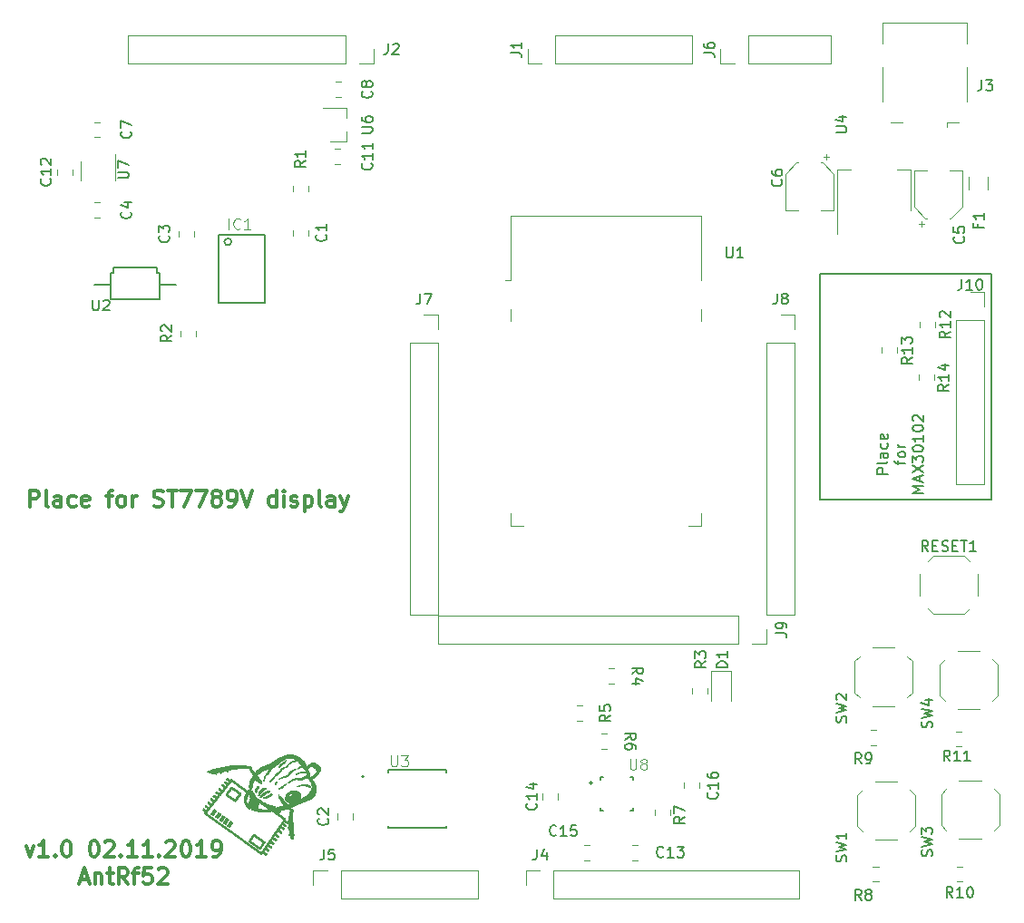
<source format=gbr>
G04 #@! TF.GenerationSoftware,KiCad,Pcbnew,(5.0.0)*
G04 #@! TF.CreationDate,2019-11-03T00:35:12+02:00*
G04 #@! TF.ProjectId,WatchBorad,5761746368426F7261642E6B69636164,rev?*
G04 #@! TF.SameCoordinates,Original*
G04 #@! TF.FileFunction,Legend,Top*
G04 #@! TF.FilePolarity,Positive*
%FSLAX46Y46*%
G04 Gerber Fmt 4.6, Leading zero omitted, Abs format (unit mm)*
G04 Created by KiCad (PCBNEW (5.0.0)) date 11/03/19 00:35:12*
%MOMM*%
%LPD*%
G01*
G04 APERTURE LIST*
%ADD10C,0.300000*%
%ADD11C,0.150000*%
%ADD12C,0.120000*%
%ADD13C,0.127000*%
%ADD14C,0.200000*%
%ADD15C,0.203200*%
%ADD16C,0.010000*%
%ADD17C,0.050000*%
G04 APERTURE END LIST*
D10*
X43857142Y-143403571D02*
X44214285Y-144403571D01*
X44571428Y-143403571D01*
X45928571Y-144403571D02*
X45071428Y-144403571D01*
X45500000Y-144403571D02*
X45500000Y-142903571D01*
X45357142Y-143117857D01*
X45214285Y-143260714D01*
X45071428Y-143332142D01*
X46571428Y-144260714D02*
X46642857Y-144332142D01*
X46571428Y-144403571D01*
X46500000Y-144332142D01*
X46571428Y-144260714D01*
X46571428Y-144403571D01*
X47571428Y-142903571D02*
X47714285Y-142903571D01*
X47857142Y-142975000D01*
X47928571Y-143046428D01*
X48000000Y-143189285D01*
X48071428Y-143475000D01*
X48071428Y-143832142D01*
X48000000Y-144117857D01*
X47928571Y-144260714D01*
X47857142Y-144332142D01*
X47714285Y-144403571D01*
X47571428Y-144403571D01*
X47428571Y-144332142D01*
X47357142Y-144260714D01*
X47285714Y-144117857D01*
X47214285Y-143832142D01*
X47214285Y-143475000D01*
X47285714Y-143189285D01*
X47357142Y-143046428D01*
X47428571Y-142975000D01*
X47571428Y-142903571D01*
X50142857Y-142903571D02*
X50285714Y-142903571D01*
X50428571Y-142975000D01*
X50500000Y-143046428D01*
X50571428Y-143189285D01*
X50642857Y-143475000D01*
X50642857Y-143832142D01*
X50571428Y-144117857D01*
X50500000Y-144260714D01*
X50428571Y-144332142D01*
X50285714Y-144403571D01*
X50142857Y-144403571D01*
X50000000Y-144332142D01*
X49928571Y-144260714D01*
X49857142Y-144117857D01*
X49785714Y-143832142D01*
X49785714Y-143475000D01*
X49857142Y-143189285D01*
X49928571Y-143046428D01*
X50000000Y-142975000D01*
X50142857Y-142903571D01*
X51214285Y-143046428D02*
X51285714Y-142975000D01*
X51428571Y-142903571D01*
X51785714Y-142903571D01*
X51928571Y-142975000D01*
X52000000Y-143046428D01*
X52071428Y-143189285D01*
X52071428Y-143332142D01*
X52000000Y-143546428D01*
X51142857Y-144403571D01*
X52071428Y-144403571D01*
X52714285Y-144260714D02*
X52785714Y-144332142D01*
X52714285Y-144403571D01*
X52642857Y-144332142D01*
X52714285Y-144260714D01*
X52714285Y-144403571D01*
X54214285Y-144403571D02*
X53357142Y-144403571D01*
X53785714Y-144403571D02*
X53785714Y-142903571D01*
X53642857Y-143117857D01*
X53500000Y-143260714D01*
X53357142Y-143332142D01*
X55642857Y-144403571D02*
X54785714Y-144403571D01*
X55214285Y-144403571D02*
X55214285Y-142903571D01*
X55071428Y-143117857D01*
X54928571Y-143260714D01*
X54785714Y-143332142D01*
X56285714Y-144260714D02*
X56357142Y-144332142D01*
X56285714Y-144403571D01*
X56214285Y-144332142D01*
X56285714Y-144260714D01*
X56285714Y-144403571D01*
X56928571Y-143046428D02*
X57000000Y-142975000D01*
X57142857Y-142903571D01*
X57500000Y-142903571D01*
X57642857Y-142975000D01*
X57714285Y-143046428D01*
X57785714Y-143189285D01*
X57785714Y-143332142D01*
X57714285Y-143546428D01*
X56857142Y-144403571D01*
X57785714Y-144403571D01*
X58714285Y-142903571D02*
X58857142Y-142903571D01*
X59000000Y-142975000D01*
X59071428Y-143046428D01*
X59142857Y-143189285D01*
X59214285Y-143475000D01*
X59214285Y-143832142D01*
X59142857Y-144117857D01*
X59071428Y-144260714D01*
X59000000Y-144332142D01*
X58857142Y-144403571D01*
X58714285Y-144403571D01*
X58571428Y-144332142D01*
X58500000Y-144260714D01*
X58428571Y-144117857D01*
X58357142Y-143832142D01*
X58357142Y-143475000D01*
X58428571Y-143189285D01*
X58500000Y-143046428D01*
X58571428Y-142975000D01*
X58714285Y-142903571D01*
X60642857Y-144403571D02*
X59785714Y-144403571D01*
X60214285Y-144403571D02*
X60214285Y-142903571D01*
X60071428Y-143117857D01*
X59928571Y-143260714D01*
X59785714Y-143332142D01*
X61357142Y-144403571D02*
X61642857Y-144403571D01*
X61785714Y-144332142D01*
X61857142Y-144260714D01*
X62000000Y-144046428D01*
X62071428Y-143760714D01*
X62071428Y-143189285D01*
X62000000Y-143046428D01*
X61928571Y-142975000D01*
X61785714Y-142903571D01*
X61500000Y-142903571D01*
X61357142Y-142975000D01*
X61285714Y-143046428D01*
X61214285Y-143189285D01*
X61214285Y-143546428D01*
X61285714Y-143689285D01*
X61357142Y-143760714D01*
X61500000Y-143832142D01*
X61785714Y-143832142D01*
X61928571Y-143760714D01*
X62000000Y-143689285D01*
X62071428Y-143546428D01*
X48928571Y-146525000D02*
X49642857Y-146525000D01*
X48785714Y-146953571D02*
X49285714Y-145453571D01*
X49785714Y-146953571D01*
X50285714Y-145953571D02*
X50285714Y-146953571D01*
X50285714Y-146096428D02*
X50357142Y-146025000D01*
X50500000Y-145953571D01*
X50714285Y-145953571D01*
X50857142Y-146025000D01*
X50928571Y-146167857D01*
X50928571Y-146953571D01*
X51428571Y-145953571D02*
X52000000Y-145953571D01*
X51642857Y-145453571D02*
X51642857Y-146739285D01*
X51714285Y-146882142D01*
X51857142Y-146953571D01*
X52000000Y-146953571D01*
X53357142Y-146953571D02*
X52857142Y-146239285D01*
X52500000Y-146953571D02*
X52500000Y-145453571D01*
X53071428Y-145453571D01*
X53214285Y-145525000D01*
X53285714Y-145596428D01*
X53357142Y-145739285D01*
X53357142Y-145953571D01*
X53285714Y-146096428D01*
X53214285Y-146167857D01*
X53071428Y-146239285D01*
X52500000Y-146239285D01*
X53785714Y-145953571D02*
X54357142Y-145953571D01*
X54000000Y-146953571D02*
X54000000Y-145667857D01*
X54071428Y-145525000D01*
X54214285Y-145453571D01*
X54357142Y-145453571D01*
X55571428Y-145453571D02*
X54857142Y-145453571D01*
X54785714Y-146167857D01*
X54857142Y-146096428D01*
X55000000Y-146025000D01*
X55357142Y-146025000D01*
X55500000Y-146096428D01*
X55571428Y-146167857D01*
X55642857Y-146310714D01*
X55642857Y-146667857D01*
X55571428Y-146810714D01*
X55500000Y-146882142D01*
X55357142Y-146953571D01*
X55000000Y-146953571D01*
X54857142Y-146882142D01*
X54785714Y-146810714D01*
X56214285Y-145596428D02*
X56285714Y-145525000D01*
X56428571Y-145453571D01*
X56785714Y-145453571D01*
X56928571Y-145525000D01*
X57000000Y-145596428D01*
X57071428Y-145739285D01*
X57071428Y-145882142D01*
X57000000Y-146096428D01*
X56142857Y-146953571D01*
X57071428Y-146953571D01*
X44214285Y-111678571D02*
X44214285Y-110178571D01*
X44785714Y-110178571D01*
X44928571Y-110250000D01*
X44999999Y-110321428D01*
X45071428Y-110464285D01*
X45071428Y-110678571D01*
X44999999Y-110821428D01*
X44928571Y-110892857D01*
X44785714Y-110964285D01*
X44214285Y-110964285D01*
X45928571Y-111678571D02*
X45785714Y-111607142D01*
X45714285Y-111464285D01*
X45714285Y-110178571D01*
X47142857Y-111678571D02*
X47142857Y-110892857D01*
X47071428Y-110750000D01*
X46928571Y-110678571D01*
X46642857Y-110678571D01*
X46499999Y-110750000D01*
X47142857Y-111607142D02*
X46999999Y-111678571D01*
X46642857Y-111678571D01*
X46499999Y-111607142D01*
X46428571Y-111464285D01*
X46428571Y-111321428D01*
X46499999Y-111178571D01*
X46642857Y-111107142D01*
X46999999Y-111107142D01*
X47142857Y-111035714D01*
X48499999Y-111607142D02*
X48357142Y-111678571D01*
X48071428Y-111678571D01*
X47928571Y-111607142D01*
X47857142Y-111535714D01*
X47785714Y-111392857D01*
X47785714Y-110964285D01*
X47857142Y-110821428D01*
X47928571Y-110750000D01*
X48071428Y-110678571D01*
X48357142Y-110678571D01*
X48499999Y-110750000D01*
X49714285Y-111607142D02*
X49571428Y-111678571D01*
X49285714Y-111678571D01*
X49142857Y-111607142D01*
X49071428Y-111464285D01*
X49071428Y-110892857D01*
X49142857Y-110750000D01*
X49285714Y-110678571D01*
X49571428Y-110678571D01*
X49714285Y-110750000D01*
X49785714Y-110892857D01*
X49785714Y-111035714D01*
X49071428Y-111178571D01*
X51357142Y-110678571D02*
X51928571Y-110678571D01*
X51571428Y-111678571D02*
X51571428Y-110392857D01*
X51642857Y-110250000D01*
X51785714Y-110178571D01*
X51928571Y-110178571D01*
X52642857Y-111678571D02*
X52499999Y-111607142D01*
X52428571Y-111535714D01*
X52357142Y-111392857D01*
X52357142Y-110964285D01*
X52428571Y-110821428D01*
X52499999Y-110750000D01*
X52642857Y-110678571D01*
X52857142Y-110678571D01*
X52999999Y-110750000D01*
X53071428Y-110821428D01*
X53142857Y-110964285D01*
X53142857Y-111392857D01*
X53071428Y-111535714D01*
X52999999Y-111607142D01*
X52857142Y-111678571D01*
X52642857Y-111678571D01*
X53785714Y-111678571D02*
X53785714Y-110678571D01*
X53785714Y-110964285D02*
X53857142Y-110821428D01*
X53928571Y-110750000D01*
X54071428Y-110678571D01*
X54214285Y-110678571D01*
X55785714Y-111607142D02*
X55999999Y-111678571D01*
X56357142Y-111678571D01*
X56499999Y-111607142D01*
X56571428Y-111535714D01*
X56642857Y-111392857D01*
X56642857Y-111250000D01*
X56571428Y-111107142D01*
X56499999Y-111035714D01*
X56357142Y-110964285D01*
X56071428Y-110892857D01*
X55928571Y-110821428D01*
X55857142Y-110750000D01*
X55785714Y-110607142D01*
X55785714Y-110464285D01*
X55857142Y-110321428D01*
X55928571Y-110250000D01*
X56071428Y-110178571D01*
X56428571Y-110178571D01*
X56642857Y-110250000D01*
X57071428Y-110178571D02*
X57928571Y-110178571D01*
X57499999Y-111678571D02*
X57499999Y-110178571D01*
X58285714Y-110178571D02*
X59285714Y-110178571D01*
X58642857Y-111678571D01*
X59714285Y-110178571D02*
X60714285Y-110178571D01*
X60071428Y-111678571D01*
X61499999Y-110821428D02*
X61357142Y-110750000D01*
X61285714Y-110678571D01*
X61214285Y-110535714D01*
X61214285Y-110464285D01*
X61285714Y-110321428D01*
X61357142Y-110250000D01*
X61499999Y-110178571D01*
X61785714Y-110178571D01*
X61928571Y-110250000D01*
X61999999Y-110321428D01*
X62071428Y-110464285D01*
X62071428Y-110535714D01*
X61999999Y-110678571D01*
X61928571Y-110750000D01*
X61785714Y-110821428D01*
X61499999Y-110821428D01*
X61357142Y-110892857D01*
X61285714Y-110964285D01*
X61214285Y-111107142D01*
X61214285Y-111392857D01*
X61285714Y-111535714D01*
X61357142Y-111607142D01*
X61499999Y-111678571D01*
X61785714Y-111678571D01*
X61928571Y-111607142D01*
X61999999Y-111535714D01*
X62071428Y-111392857D01*
X62071428Y-111107142D01*
X61999999Y-110964285D01*
X61928571Y-110892857D01*
X61785714Y-110821428D01*
X62785714Y-111678571D02*
X63071428Y-111678571D01*
X63214285Y-111607142D01*
X63285714Y-111535714D01*
X63428571Y-111321428D01*
X63499999Y-111035714D01*
X63499999Y-110464285D01*
X63428571Y-110321428D01*
X63357142Y-110250000D01*
X63214285Y-110178571D01*
X62928571Y-110178571D01*
X62785714Y-110250000D01*
X62714285Y-110321428D01*
X62642857Y-110464285D01*
X62642857Y-110821428D01*
X62714285Y-110964285D01*
X62785714Y-111035714D01*
X62928571Y-111107142D01*
X63214285Y-111107142D01*
X63357142Y-111035714D01*
X63428571Y-110964285D01*
X63499999Y-110821428D01*
X63928571Y-110178571D02*
X64428571Y-111678571D01*
X64928571Y-110178571D01*
X67214285Y-111678571D02*
X67214285Y-110178571D01*
X67214285Y-111607142D02*
X67071428Y-111678571D01*
X66785714Y-111678571D01*
X66642857Y-111607142D01*
X66571428Y-111535714D01*
X66500000Y-111392857D01*
X66500000Y-110964285D01*
X66571428Y-110821428D01*
X66642857Y-110750000D01*
X66785714Y-110678571D01*
X67071428Y-110678571D01*
X67214285Y-110750000D01*
X67928571Y-111678571D02*
X67928571Y-110678571D01*
X67928571Y-110178571D02*
X67857142Y-110250000D01*
X67928571Y-110321428D01*
X68000000Y-110250000D01*
X67928571Y-110178571D01*
X67928571Y-110321428D01*
X68571428Y-111607142D02*
X68714285Y-111678571D01*
X69000000Y-111678571D01*
X69142857Y-111607142D01*
X69214285Y-111464285D01*
X69214285Y-111392857D01*
X69142857Y-111250000D01*
X69000000Y-111178571D01*
X68785714Y-111178571D01*
X68642857Y-111107142D01*
X68571428Y-110964285D01*
X68571428Y-110892857D01*
X68642857Y-110750000D01*
X68785714Y-110678571D01*
X69000000Y-110678571D01*
X69142857Y-110750000D01*
X69857142Y-110678571D02*
X69857142Y-112178571D01*
X69857142Y-110750000D02*
X70000000Y-110678571D01*
X70285714Y-110678571D01*
X70428571Y-110750000D01*
X70500000Y-110821428D01*
X70571428Y-110964285D01*
X70571428Y-111392857D01*
X70500000Y-111535714D01*
X70428571Y-111607142D01*
X70285714Y-111678571D01*
X70000000Y-111678571D01*
X69857142Y-111607142D01*
X71428571Y-111678571D02*
X71285714Y-111607142D01*
X71214285Y-111464285D01*
X71214285Y-110178571D01*
X72642857Y-111678571D02*
X72642857Y-110892857D01*
X72571428Y-110750000D01*
X72428571Y-110678571D01*
X72142857Y-110678571D01*
X72000000Y-110750000D01*
X72642857Y-111607142D02*
X72500000Y-111678571D01*
X72142857Y-111678571D01*
X72000000Y-111607142D01*
X71928571Y-111464285D01*
X71928571Y-111321428D01*
X72000000Y-111178571D01*
X72142857Y-111107142D01*
X72500000Y-111107142D01*
X72642857Y-111035714D01*
X73214285Y-110678571D02*
X73571428Y-111678571D01*
X73928571Y-110678571D02*
X73571428Y-111678571D01*
X73428571Y-112035714D01*
X73357142Y-112107142D01*
X73214285Y-112178571D01*
D11*
X134000000Y-111000000D02*
X118000000Y-111000000D01*
X134000000Y-90000000D02*
X134000000Y-111000000D01*
X118000000Y-90000000D02*
X134000000Y-90000000D01*
X118000000Y-111000000D02*
X118000000Y-90000000D01*
X124302380Y-108640333D02*
X123302380Y-108640333D01*
X123302380Y-108259380D01*
X123350000Y-108164142D01*
X123397619Y-108116523D01*
X123492857Y-108068904D01*
X123635714Y-108068904D01*
X123730952Y-108116523D01*
X123778571Y-108164142D01*
X123826190Y-108259380D01*
X123826190Y-108640333D01*
X124302380Y-107497476D02*
X124254761Y-107592714D01*
X124159523Y-107640333D01*
X123302380Y-107640333D01*
X124302380Y-106687952D02*
X123778571Y-106687952D01*
X123683333Y-106735571D01*
X123635714Y-106830809D01*
X123635714Y-107021285D01*
X123683333Y-107116523D01*
X124254761Y-106687952D02*
X124302380Y-106783190D01*
X124302380Y-107021285D01*
X124254761Y-107116523D01*
X124159523Y-107164142D01*
X124064285Y-107164142D01*
X123969047Y-107116523D01*
X123921428Y-107021285D01*
X123921428Y-106783190D01*
X123873809Y-106687952D01*
X124254761Y-105783190D02*
X124302380Y-105878428D01*
X124302380Y-106068904D01*
X124254761Y-106164142D01*
X124207142Y-106211761D01*
X124111904Y-106259380D01*
X123826190Y-106259380D01*
X123730952Y-106211761D01*
X123683333Y-106164142D01*
X123635714Y-106068904D01*
X123635714Y-105878428D01*
X123683333Y-105783190D01*
X124254761Y-104973666D02*
X124302380Y-105068904D01*
X124302380Y-105259380D01*
X124254761Y-105354619D01*
X124159523Y-105402238D01*
X123778571Y-105402238D01*
X123683333Y-105354619D01*
X123635714Y-105259380D01*
X123635714Y-105068904D01*
X123683333Y-104973666D01*
X123778571Y-104926047D01*
X123873809Y-104926047D01*
X123969047Y-105402238D01*
X125285714Y-107759380D02*
X125285714Y-107378428D01*
X125952380Y-107616523D02*
X125095238Y-107616523D01*
X125000000Y-107568904D01*
X124952380Y-107473666D01*
X124952380Y-107378428D01*
X125952380Y-106902238D02*
X125904761Y-106997476D01*
X125857142Y-107045095D01*
X125761904Y-107092714D01*
X125476190Y-107092714D01*
X125380952Y-107045095D01*
X125333333Y-106997476D01*
X125285714Y-106902238D01*
X125285714Y-106759380D01*
X125333333Y-106664142D01*
X125380952Y-106616523D01*
X125476190Y-106568904D01*
X125761904Y-106568904D01*
X125857142Y-106616523D01*
X125904761Y-106664142D01*
X125952380Y-106759380D01*
X125952380Y-106902238D01*
X125952380Y-106140333D02*
X125285714Y-106140333D01*
X125476190Y-106140333D02*
X125380952Y-106092714D01*
X125333333Y-106045095D01*
X125285714Y-105949857D01*
X125285714Y-105854619D01*
X127602380Y-110426047D02*
X126602380Y-110426047D01*
X127316666Y-110092714D01*
X126602380Y-109759380D01*
X127602380Y-109759380D01*
X127316666Y-109330809D02*
X127316666Y-108854619D01*
X127602380Y-109426047D02*
X126602380Y-109092714D01*
X127602380Y-108759380D01*
X126602380Y-108521285D02*
X127602380Y-107854619D01*
X126602380Y-107854619D02*
X127602380Y-108521285D01*
X126602380Y-107568904D02*
X126602380Y-106949857D01*
X126983333Y-107283190D01*
X126983333Y-107140333D01*
X127030952Y-107045095D01*
X127078571Y-106997476D01*
X127173809Y-106949857D01*
X127411904Y-106949857D01*
X127507142Y-106997476D01*
X127554761Y-107045095D01*
X127602380Y-107140333D01*
X127602380Y-107426047D01*
X127554761Y-107521285D01*
X127507142Y-107568904D01*
X126602380Y-106330809D02*
X126602380Y-106235571D01*
X126650000Y-106140333D01*
X126697619Y-106092714D01*
X126792857Y-106045095D01*
X126983333Y-105997476D01*
X127221428Y-105997476D01*
X127411904Y-106045095D01*
X127507142Y-106092714D01*
X127554761Y-106140333D01*
X127602380Y-106235571D01*
X127602380Y-106330809D01*
X127554761Y-106426047D01*
X127507142Y-106473666D01*
X127411904Y-106521285D01*
X127221428Y-106568904D01*
X126983333Y-106568904D01*
X126792857Y-106521285D01*
X126697619Y-106473666D01*
X126650000Y-106426047D01*
X126602380Y-106330809D01*
X127602380Y-105045095D02*
X127602380Y-105616523D01*
X127602380Y-105330809D02*
X126602380Y-105330809D01*
X126745238Y-105426047D01*
X126840476Y-105521285D01*
X126888095Y-105616523D01*
X126602380Y-104426047D02*
X126602380Y-104330809D01*
X126650000Y-104235571D01*
X126697619Y-104187952D01*
X126792857Y-104140333D01*
X126983333Y-104092714D01*
X127221428Y-104092714D01*
X127411904Y-104140333D01*
X127507142Y-104187952D01*
X127554761Y-104235571D01*
X127602380Y-104330809D01*
X127602380Y-104426047D01*
X127554761Y-104521285D01*
X127507142Y-104568904D01*
X127411904Y-104616523D01*
X127221428Y-104664142D01*
X126983333Y-104664142D01*
X126792857Y-104616523D01*
X126697619Y-104568904D01*
X126650000Y-104521285D01*
X126602380Y-104426047D01*
X126697619Y-103711761D02*
X126650000Y-103664142D01*
X126602380Y-103568904D01*
X126602380Y-103330809D01*
X126650000Y-103235571D01*
X126697619Y-103187952D01*
X126792857Y-103140333D01*
X126888095Y-103140333D01*
X127030952Y-103187952D01*
X127602380Y-103759380D01*
X127602380Y-103140333D01*
D12*
G04 #@! TO.C,C6*
X118810000Y-79050000D02*
X118310000Y-79050000D01*
X118560000Y-78800000D02*
X118560000Y-79300000D01*
X115804437Y-79540000D02*
X114740000Y-80604437D01*
X118195563Y-79540000D02*
X119260000Y-80604437D01*
X118195563Y-79540000D02*
X118060000Y-79540000D01*
X115804437Y-79540000D02*
X115940000Y-79540000D01*
X114740000Y-80604437D02*
X114740000Y-84060000D01*
X119260000Y-80604437D02*
X119260000Y-84060000D01*
X119260000Y-84060000D02*
X118060000Y-84060000D01*
X114740000Y-84060000D02*
X115940000Y-84060000D01*
G04 #@! TO.C,C5*
X131260000Y-80268000D02*
X130060000Y-80268000D01*
X126740000Y-80268000D02*
X127940000Y-80268000D01*
X126740000Y-83723563D02*
X126740000Y-80268000D01*
X131260000Y-83723563D02*
X131260000Y-80268000D01*
X130195563Y-84788000D02*
X130060000Y-84788000D01*
X127804437Y-84788000D02*
X127940000Y-84788000D01*
X127804437Y-84788000D02*
X126740000Y-83723563D01*
X130195563Y-84788000D02*
X131260000Y-83723563D01*
X127440000Y-85528000D02*
X127440000Y-85028000D01*
X127190000Y-85278000D02*
X127690000Y-85278000D01*
D11*
G04 #@! TO.C,U2*
X51749000Y-90950000D02*
X50749000Y-90950000D01*
X57449000Y-90950000D02*
X57849000Y-90950000D01*
X57449000Y-90950000D02*
X56349000Y-90950000D01*
X55849000Y-92300000D02*
X52249000Y-92300000D01*
X56349000Y-92300000D02*
X56349000Y-89850000D01*
X56049000Y-89850000D02*
X56049000Y-89400000D01*
X55849000Y-92300000D02*
X56349000Y-92300000D01*
X51749000Y-92300000D02*
X51749000Y-89850000D01*
X52249000Y-92300000D02*
X51749000Y-92300000D01*
X56349000Y-89850000D02*
X56049000Y-89850000D01*
X56049000Y-89850000D02*
X56049000Y-89400000D01*
X56049000Y-89400000D02*
X52549000Y-89400000D01*
X52049000Y-89400000D02*
X52049000Y-89850000D01*
X52049000Y-89850000D02*
X51749000Y-89850000D01*
X52049000Y-89400000D02*
X52649000Y-89400000D01*
X50749000Y-90950000D02*
X50249000Y-90950000D01*
D12*
G04 #@! TO.C,J10*
X130670001Y-94281001D02*
X133330001Y-94281001D01*
X130670001Y-94281001D02*
X130670001Y-109581001D01*
X130670001Y-109581001D02*
X133330001Y-109581001D01*
X133330001Y-94281001D02*
X133330001Y-109581001D01*
X133330001Y-91681001D02*
X133330001Y-93011001D01*
X132000001Y-91681001D02*
X133330001Y-91681001D01*
G04 #@! TO.C,R14*
X128599000Y-99387922D02*
X128599000Y-99905078D01*
X127179000Y-99387922D02*
X127179000Y-99905078D01*
G04 #@! TO.C,R13*
X123750000Y-96847922D02*
X123750000Y-97365078D01*
X125170000Y-96847922D02*
X125170000Y-97365078D01*
G04 #@! TO.C,R12*
X128726000Y-94434922D02*
X128726000Y-94952078D01*
X127306000Y-94434922D02*
X127306000Y-94952078D01*
G04 #@! TO.C,J9*
X110363000Y-121860000D02*
X110363000Y-124520000D01*
X110363000Y-121860000D02*
X82363000Y-121860000D01*
X82363000Y-121860000D02*
X82363000Y-124520000D01*
X110363000Y-124520000D02*
X82363000Y-124520000D01*
X112963000Y-124520000D02*
X111633000Y-124520000D01*
X112963000Y-123190000D02*
X112963000Y-124520000D01*
D13*
G04 #@! TO.C,U8*
X97700000Y-136950000D02*
X97450000Y-136950000D01*
X97450000Y-136950000D02*
X97450000Y-137200000D01*
X100300000Y-136950000D02*
X100550000Y-136950000D01*
X100550000Y-136950000D02*
X100550000Y-137200000D01*
X100550000Y-139800000D02*
X100550000Y-140050000D01*
X100550000Y-140050000D02*
X100300000Y-140050000D01*
X97450000Y-139800000D02*
X97450000Y-140050000D01*
X97450000Y-140050000D02*
X97700000Y-140050000D01*
D14*
X96700000Y-137500000D02*
G75*
G03X96700000Y-137500000I-100000J0D01*
G01*
D12*
G04 #@! TO.C,SW4*
X129130000Y-129350000D02*
X129620000Y-129840000D01*
X129130000Y-126450000D02*
X129130000Y-129350000D01*
X129130000Y-126450000D02*
X129620000Y-125960000D01*
X134570000Y-126450000D02*
X134570000Y-129350000D01*
X134570000Y-126450000D02*
X134080000Y-125960000D01*
X130810000Y-130620000D02*
X132890000Y-130620000D01*
X134570000Y-129350000D02*
X134080000Y-129840000D01*
X130810000Y-125180000D02*
X132890000Y-125180000D01*
G04 #@! TO.C,SW3*
X129280000Y-141450000D02*
X129770000Y-141940000D01*
X129280000Y-138550000D02*
X129280000Y-141450000D01*
X129280000Y-138550000D02*
X129770000Y-138060000D01*
X134720000Y-138550000D02*
X134720000Y-141450000D01*
X134720000Y-138550000D02*
X134230000Y-138060000D01*
X130960000Y-142720000D02*
X133040000Y-142720000D01*
X134720000Y-141450000D02*
X134230000Y-141940000D01*
X130960000Y-137280000D02*
X133040000Y-137280000D01*
G04 #@! TO.C,R11*
X130663748Y-134110000D02*
X131186252Y-134110000D01*
X130663748Y-132690000D02*
X131186252Y-132690000D01*
G04 #@! TO.C,R10*
X131286252Y-145290000D02*
X130763748Y-145290000D01*
X131286252Y-146710000D02*
X130763748Y-146710000D01*
G04 #@! TO.C,J8*
X112970000Y-96370000D02*
X115630000Y-96370000D01*
X112970000Y-96370000D02*
X112970000Y-121830000D01*
X112970000Y-121830000D02*
X115630000Y-121830000D01*
X115630000Y-96370000D02*
X115630000Y-121830000D01*
X115630000Y-93770000D02*
X115630000Y-95100000D01*
X114300000Y-93770000D02*
X115630000Y-93770000D01*
G04 #@! TO.C,J7*
X79670000Y-96370000D02*
X82330000Y-96370000D01*
X79670000Y-96370000D02*
X79670000Y-121830000D01*
X79670000Y-121830000D02*
X82330000Y-121830000D01*
X82330000Y-96370000D02*
X82330000Y-121830000D01*
X82330000Y-93770000D02*
X82330000Y-95100000D01*
X81000000Y-93770000D02*
X82330000Y-93770000D01*
G04 #@! TO.C,U4*
X119590000Y-86250000D02*
X119590000Y-80240000D01*
X126410000Y-84000000D02*
X126410000Y-80240000D01*
X119590000Y-80240000D02*
X120850000Y-80240000D01*
X126410000Y-80240000D02*
X125150000Y-80240000D01*
G04 #@! TO.C,RESET1*
X131450000Y-121720000D02*
X131940000Y-121230000D01*
X128550000Y-121720000D02*
X131450000Y-121720000D01*
X128550000Y-121720000D02*
X128060000Y-121230000D01*
X128550000Y-116280000D02*
X131450000Y-116280000D01*
X128550000Y-116280000D02*
X128060000Y-116770000D01*
X132720000Y-120040000D02*
X132720000Y-117960000D01*
X131450000Y-116280000D02*
X131940000Y-116770000D01*
X127280000Y-120040000D02*
X127280000Y-117960000D01*
G04 #@! TO.C,R3*
X106023000Y-128614748D02*
X106023000Y-129137252D01*
X107443000Y-128614748D02*
X107443000Y-129137252D01*
G04 #@! TO.C,D1*
X107773000Y-127016000D02*
X107773000Y-129876000D01*
X109693000Y-127016000D02*
X107773000Y-127016000D01*
X109693000Y-129876000D02*
X109693000Y-127016000D01*
G04 #@! TO.C,SW2*
X121180000Y-129050000D02*
X121670000Y-129540000D01*
X121180000Y-126150000D02*
X121180000Y-129050000D01*
X121180000Y-126150000D02*
X121670000Y-125660000D01*
X126620000Y-126150000D02*
X126620000Y-129050000D01*
X126620000Y-126150000D02*
X126130000Y-125660000D01*
X122860000Y-130320000D02*
X124940000Y-130320000D01*
X126620000Y-129050000D02*
X126130000Y-129540000D01*
X122860000Y-124880000D02*
X124940000Y-124880000D01*
G04 #@! TO.C,SW1*
X121430000Y-141550000D02*
X121920000Y-142040000D01*
X121430000Y-138650000D02*
X121430000Y-141550000D01*
X121430000Y-138650000D02*
X121920000Y-138160000D01*
X126870000Y-138650000D02*
X126870000Y-141550000D01*
X126870000Y-138650000D02*
X126380000Y-138160000D01*
X123110000Y-142820000D02*
X125190000Y-142820000D01*
X126870000Y-141550000D02*
X126380000Y-142040000D01*
X123110000Y-137380000D02*
X125190000Y-137380000D01*
G04 #@! TO.C,R9*
X123236252Y-132540000D02*
X122713748Y-132540000D01*
X123236252Y-133960000D02*
X122713748Y-133960000D01*
G04 #@! TO.C,R8*
X123436252Y-145290000D02*
X122913748Y-145290000D01*
X123436252Y-146710000D02*
X122913748Y-146710000D01*
G04 #@! TO.C,J6*
X108670000Y-70330000D02*
X108670000Y-69000000D01*
X110000000Y-70330000D02*
X108670000Y-70330000D01*
X111270000Y-70330000D02*
X111270000Y-67670000D01*
X111270000Y-67670000D02*
X118950000Y-67670000D01*
X111270000Y-70330000D02*
X118950000Y-70330000D01*
X118950000Y-70330000D02*
X118950000Y-67670000D01*
G04 #@! TO.C,J5*
X70670000Y-147000000D02*
X70670000Y-145670000D01*
X70670000Y-145670000D02*
X72000000Y-145670000D01*
X73270000Y-145670000D02*
X86030000Y-145670000D01*
X86030000Y-148330000D02*
X86030000Y-145670000D01*
X73270000Y-148330000D02*
X86030000Y-148330000D01*
X73270000Y-148330000D02*
X73270000Y-145670000D01*
G04 #@! TO.C,C4*
X50736252Y-83290000D02*
X50213748Y-83290000D01*
X50736252Y-84710000D02*
X50213748Y-84710000D01*
G04 #@! TO.C,J3*
X131660000Y-66490000D02*
X131660000Y-68440000D01*
X131660000Y-70660000D02*
X131660000Y-73890000D01*
X130940000Y-75810000D02*
X129860000Y-75810000D01*
X125640000Y-75810000D02*
X124560000Y-75810000D01*
X123840000Y-70660000D02*
X123840000Y-73890000D01*
X123840000Y-66490000D02*
X123840000Y-68440000D01*
X129860000Y-75810000D02*
X129860000Y-76240000D01*
X123840000Y-66490000D02*
X131660000Y-66490000D01*
G04 #@! TO.C,R7*
X102540000Y-140013748D02*
X102540000Y-140536252D01*
X103960000Y-140013748D02*
X103960000Y-140536252D01*
G04 #@! TO.C,R6*
X97537748Y-134314000D02*
X98060252Y-134314000D01*
X97537748Y-132894000D02*
X98060252Y-132894000D01*
G04 #@! TO.C,J4*
X90510000Y-147000000D02*
X90510000Y-145670000D01*
X90510000Y-145670000D02*
X91840000Y-145670000D01*
X93110000Y-145670000D02*
X116030000Y-145670000D01*
X116030000Y-148330000D02*
X116030000Y-145670000D01*
X93110000Y-148330000D02*
X116030000Y-148330000D01*
X93110000Y-148330000D02*
X93110000Y-145670000D01*
G04 #@! TO.C,F1*
X133660000Y-82114564D02*
X133660000Y-80910436D01*
X131840000Y-82114564D02*
X131840000Y-80910436D01*
G04 #@! TO.C,R5*
X95786252Y-130290000D02*
X95263748Y-130290000D01*
X95786252Y-131710000D02*
X95263748Y-131710000D01*
G04 #@! TO.C,R4*
X98736252Y-126790000D02*
X98213748Y-126790000D01*
X98736252Y-128210000D02*
X98213748Y-128210000D01*
G04 #@! TO.C,C16*
X106710000Y-137986252D02*
X106710000Y-137463748D01*
X105290000Y-137986252D02*
X105290000Y-137463748D01*
G04 #@! TO.C,C15*
X96486252Y-143290000D02*
X95963748Y-143290000D01*
X96486252Y-144710000D02*
X95963748Y-144710000D01*
G04 #@! TO.C,C14*
X93460000Y-139036252D02*
X93460000Y-138513748D01*
X92040000Y-139036252D02*
X92040000Y-138513748D01*
G04 #@! TO.C,C13*
X100463748Y-144710000D02*
X100986252Y-144710000D01*
X100463748Y-143290000D02*
X100986252Y-143290000D01*
G04 #@! TO.C,U7*
X52184000Y-81250000D02*
X52184000Y-78800000D01*
X48964000Y-79450000D02*
X48964000Y-81250000D01*
G04 #@! TO.C,U6*
X73744000Y-77622000D02*
X72284000Y-77622000D01*
X73744000Y-74462000D02*
X71584000Y-74462000D01*
X73744000Y-74462000D02*
X73744000Y-75392000D01*
X73744000Y-77622000D02*
X73744000Y-76692000D01*
G04 #@! TO.C,C12*
X48210000Y-80736252D02*
X48210000Y-80213748D01*
X46790000Y-80736252D02*
X46790000Y-80213748D01*
G04 #@! TO.C,C11*
X72697748Y-79702000D02*
X73220252Y-79702000D01*
X72697748Y-78282000D02*
X73220252Y-78282000D01*
G04 #@! TO.C,C8*
X73270252Y-72032000D02*
X72747748Y-72032000D01*
X73270252Y-73452000D02*
X72747748Y-73452000D01*
G04 #@! TO.C,C7*
X50760252Y-75790000D02*
X50237748Y-75790000D01*
X50760252Y-77210000D02*
X50237748Y-77210000D01*
G04 #@! TO.C,R2*
X59710000Y-95263748D02*
X59710000Y-95786252D01*
X58290000Y-95263748D02*
X58290000Y-95786252D01*
G04 #@! TO.C,C3*
X58091000Y-86503252D02*
X58091000Y-85980748D01*
X59511000Y-86503252D02*
X59511000Y-85980748D01*
G04 #@! TO.C,C2*
X72936000Y-140367748D02*
X72936000Y-140890252D01*
X74356000Y-140367748D02*
X74356000Y-140890252D01*
G04 #@! TO.C,C1*
X68759000Y-86376252D02*
X68759000Y-85853748D01*
X70179000Y-86376252D02*
X70179000Y-85853748D01*
G04 #@! TO.C,J1*
X106030000Y-70330000D02*
X106030000Y-67670000D01*
X93270000Y-70330000D02*
X106030000Y-70330000D01*
X93270000Y-67670000D02*
X106030000Y-67670000D01*
X93270000Y-70330000D02*
X93270000Y-67670000D01*
X92000000Y-70330000D02*
X90670000Y-70330000D01*
X90670000Y-70330000D02*
X90670000Y-69000000D01*
G04 #@! TO.C,J2*
X73730000Y-67670000D02*
X73730000Y-70330000D01*
X73730000Y-67670000D02*
X53350000Y-67670000D01*
X53350000Y-67670000D02*
X53350000Y-70330000D01*
X73730000Y-70330000D02*
X53350000Y-70330000D01*
X76330000Y-70330000D02*
X75000000Y-70330000D01*
X76330000Y-69000000D02*
X76330000Y-70330000D01*
G04 #@! TO.C,U1*
X89130000Y-113470000D02*
X89130000Y-112350000D01*
X89130000Y-113470000D02*
X90280000Y-113470000D01*
X106870000Y-113470000D02*
X106870000Y-112350000D01*
X106870000Y-113470000D02*
X105720000Y-113470000D01*
X106870000Y-93300000D02*
X106870000Y-94340000D01*
X89130000Y-93300000D02*
X89130000Y-94340000D01*
X106870000Y-84530000D02*
X106870000Y-90510000D01*
X106870000Y-84530000D02*
X89130000Y-84530000D01*
X89130000Y-84530000D02*
X89130000Y-90510000D01*
X89130000Y-90510000D02*
X88630000Y-90510000D01*
G04 #@! TO.C,R1*
X68774000Y-82278252D02*
X68774000Y-81755748D01*
X70194000Y-82278252D02*
X70194000Y-81755748D01*
D15*
G04 #@! TO.C,IC1*
X61850000Y-86300000D02*
X66150000Y-86300000D01*
X61850000Y-92700000D02*
X61850000Y-86300000D01*
X66150000Y-92700000D02*
X61850000Y-92700000D01*
X66150000Y-86300000D02*
X66150000Y-92700000D01*
X63025000Y-86975000D02*
G75*
G03X63025000Y-86975000I-325000J0D01*
G01*
D14*
G04 #@! TO.C,U3*
X75410000Y-136915000D02*
G75*
G03X75410000Y-136915000I-100000J0D01*
G01*
D13*
X77705000Y-136310000D02*
X83085000Y-136310000D01*
X77705000Y-141690000D02*
X83085000Y-141690000D01*
X77705000Y-136310000D02*
X77705000Y-136500000D01*
X83085000Y-136310000D02*
X83085000Y-136500000D01*
X83085000Y-141510000D02*
X83085000Y-141690000D01*
X77705000Y-141510000D02*
X77705000Y-141690000D01*
D16*
G04 #@! TO.C,G\002A\002A\002A*
G36*
X63038927Y-137868079D02*
X63055231Y-137874878D01*
X63071600Y-137885170D01*
X63124783Y-137921931D01*
X63178427Y-137959215D01*
X63234603Y-137998465D01*
X63295379Y-138041128D01*
X63345620Y-138076511D01*
X63376757Y-138098412D01*
X63408085Y-138120350D01*
X63436734Y-138140319D01*
X63458911Y-138155680D01*
X63469294Y-138162897D01*
X63486808Y-138175140D01*
X63510277Y-138191582D01*
X63538527Y-138211398D01*
X63570381Y-138233762D01*
X63604664Y-138257847D01*
X63640202Y-138282827D01*
X63675819Y-138307877D01*
X63710340Y-138332170D01*
X63742589Y-138354880D01*
X63771392Y-138375181D01*
X63795573Y-138392248D01*
X63810496Y-138402802D01*
X63839706Y-138424018D01*
X63861319Y-138441286D01*
X63876421Y-138455935D01*
X63886100Y-138469292D01*
X63891441Y-138482686D01*
X63893530Y-138497444D01*
X63893700Y-138504495D01*
X63891033Y-138521460D01*
X63882270Y-138540511D01*
X63875074Y-138551987D01*
X63865105Y-138566610D01*
X63857243Y-138577601D01*
X63853357Y-138582400D01*
X63849806Y-138586840D01*
X63840749Y-138598656D01*
X63826764Y-138617082D01*
X63808427Y-138641353D01*
X63786313Y-138670706D01*
X63761000Y-138704375D01*
X63733064Y-138741597D01*
X63703081Y-138781607D01*
X63690585Y-138798300D01*
X63659944Y-138839214D01*
X63631121Y-138877647D01*
X63604693Y-138912836D01*
X63581235Y-138944015D01*
X63561324Y-138970420D01*
X63545535Y-138991287D01*
X63534445Y-139005852D01*
X63528628Y-139013349D01*
X63527906Y-139014200D01*
X63523360Y-139019634D01*
X63515578Y-139030191D01*
X63512527Y-139034520D01*
X63503224Y-139047609D01*
X63495460Y-139058088D01*
X63494026Y-139059920D01*
X63488785Y-139066740D01*
X63478853Y-139079908D01*
X63465592Y-139097613D01*
X63450362Y-139118041D01*
X63448251Y-139120880D01*
X63432690Y-139141734D01*
X63418739Y-139160295D01*
X63407821Y-139174677D01*
X63401358Y-139182999D01*
X63400956Y-139183492D01*
X63382110Y-139198827D01*
X63358005Y-139207176D01*
X63331567Y-139207568D01*
X63329373Y-139207215D01*
X63316743Y-139202482D01*
X63297413Y-139191824D01*
X63272445Y-139175873D01*
X63248093Y-139158987D01*
X63220912Y-139139552D01*
X63198053Y-139123153D01*
X63176928Y-139107919D01*
X63154950Y-139091978D01*
X63129532Y-139073461D01*
X63103760Y-139054642D01*
X63092887Y-139046756D01*
X63075123Y-139033937D01*
X63051836Y-139017172D01*
X63024395Y-138997444D01*
X62994167Y-138975738D01*
X62962522Y-138953038D01*
X62962123Y-138952752D01*
X62926256Y-138927008D01*
X62887959Y-138899466D01*
X62849527Y-138871782D01*
X62813255Y-138845609D01*
X62781439Y-138822602D01*
X62764003Y-138809959D01*
X62736694Y-138790159D01*
X62710186Y-138770995D01*
X62686339Y-138753806D01*
X62667012Y-138739933D01*
X62654180Y-138730799D01*
X62611294Y-138700287D01*
X62573798Y-138673052D01*
X62542318Y-138649567D01*
X62517475Y-138630304D01*
X62499895Y-138615738D01*
X62490576Y-138606782D01*
X62476327Y-138583575D01*
X62471976Y-138558118D01*
X62472687Y-138551491D01*
X62631259Y-138551491D01*
X62631320Y-138551921D01*
X62636163Y-138556075D01*
X62648800Y-138565766D01*
X62668748Y-138580640D01*
X62695526Y-138600344D01*
X62728649Y-138624523D01*
X62767634Y-138652824D01*
X62811999Y-138684893D01*
X62861259Y-138720377D01*
X62870720Y-138727180D01*
X62889580Y-138740743D01*
X62915047Y-138759066D01*
X62945485Y-138780973D01*
X62979258Y-138805285D01*
X63014730Y-138830825D01*
X63050264Y-138856414D01*
X63057741Y-138861800D01*
X63091141Y-138885851D01*
X63123102Y-138908858D01*
X63152363Y-138929914D01*
X63177660Y-138948108D01*
X63197731Y-138962534D01*
X63211313Y-138972283D01*
X63214572Y-138974616D01*
X63230835Y-138986369D01*
X63251646Y-139001585D01*
X63273421Y-139017638D01*
X63281560Y-139023677D01*
X63299271Y-139036515D01*
X63314176Y-139046697D01*
X63324275Y-139052892D01*
X63327280Y-139054148D01*
X63331118Y-139050229D01*
X63340511Y-139038835D01*
X63354939Y-139020638D01*
X63373888Y-138996309D01*
X63396841Y-138966520D01*
X63423279Y-138931944D01*
X63452688Y-138893251D01*
X63484549Y-138851115D01*
X63518347Y-138806206D01*
X63533020Y-138786647D01*
X63567425Y-138740647D01*
X63599967Y-138696963D01*
X63630141Y-138656284D01*
X63657441Y-138619298D01*
X63681362Y-138586695D01*
X63701400Y-138559165D01*
X63717049Y-138537396D01*
X63727804Y-138522079D01*
X63733161Y-138513902D01*
X63733680Y-138512768D01*
X63731614Y-138509535D01*
X63725057Y-138503487D01*
X63713468Y-138494227D01*
X63696305Y-138481358D01*
X63673028Y-138464486D01*
X63643096Y-138443213D01*
X63605968Y-138417144D01*
X63561102Y-138385883D01*
X63548260Y-138376964D01*
X63532664Y-138366098D01*
X63510609Y-138350674D01*
X63483940Y-138331987D01*
X63454504Y-138311330D01*
X63424146Y-138289997D01*
X63413640Y-138282607D01*
X63381855Y-138260263D01*
X63348910Y-138237136D01*
X63317041Y-138214794D01*
X63288488Y-138194808D01*
X63265490Y-138178746D01*
X63261240Y-138175785D01*
X63238396Y-138159840D01*
X63209873Y-138139873D01*
X63178292Y-138117721D01*
X63146273Y-138095222D01*
X63121540Y-138077811D01*
X63095941Y-138059950D01*
X63073136Y-138044372D01*
X63054424Y-138031939D01*
X63041108Y-138023512D01*
X63034486Y-138019953D01*
X63034072Y-138019904D01*
X63030168Y-138024100D01*
X63020972Y-138035367D01*
X63007305Y-138052658D01*
X62989984Y-138074926D01*
X62969829Y-138101125D01*
X62947660Y-138130208D01*
X62945172Y-138133487D01*
X62906071Y-138185017D01*
X62865858Y-138237946D01*
X62825619Y-138290848D01*
X62786441Y-138342298D01*
X62749410Y-138390869D01*
X62715612Y-138435136D01*
X62686133Y-138473673D01*
X62669458Y-138495423D01*
X62654579Y-138515297D01*
X62642528Y-138532340D01*
X62634393Y-138544942D01*
X62631259Y-138551491D01*
X62472687Y-138551491D01*
X62473366Y-138545172D01*
X62477563Y-138535249D01*
X62487052Y-138519052D01*
X62500726Y-138498199D01*
X62517481Y-138474309D01*
X62536208Y-138448998D01*
X62555802Y-138423885D01*
X62559081Y-138419824D01*
X62564422Y-138412945D01*
X62574435Y-138399797D01*
X62587704Y-138382246D01*
X62602815Y-138362156D01*
X62603380Y-138361404D01*
X62618092Y-138341858D01*
X62630592Y-138325376D01*
X62639622Y-138313605D01*
X62643928Y-138308191D01*
X62644032Y-138308080D01*
X62648119Y-138303044D01*
X62656563Y-138292080D01*
X62667656Y-138277412D01*
X62669420Y-138275060D01*
X62680794Y-138260025D01*
X62689821Y-138248371D01*
X62694772Y-138242322D01*
X62695051Y-138242040D01*
X62699448Y-138236590D01*
X62707085Y-138226007D01*
X62710060Y-138221720D01*
X62718251Y-138210122D01*
X62724045Y-138202510D01*
X62725055Y-138201400D01*
X62727962Y-138198166D01*
X62733784Y-138190952D01*
X62743149Y-138178940D01*
X62756689Y-138161316D01*
X62775033Y-138137262D01*
X62798812Y-138105964D01*
X62800698Y-138103479D01*
X62819786Y-138078411D01*
X62842480Y-138048740D01*
X62866158Y-138017891D01*
X62888195Y-137989285D01*
X62891717Y-137984728D01*
X62909775Y-137961253D01*
X62926636Y-137939128D01*
X62940855Y-137920263D01*
X62950988Y-137906567D01*
X62954034Y-137902308D01*
X62974148Y-137881884D01*
X62999511Y-137869504D01*
X63023064Y-137866127D01*
X63038927Y-137868079D01*
X63038927Y-137868079D01*
G37*
X63038927Y-137868079D02*
X63055231Y-137874878D01*
X63071600Y-137885170D01*
X63124783Y-137921931D01*
X63178427Y-137959215D01*
X63234603Y-137998465D01*
X63295379Y-138041128D01*
X63345620Y-138076511D01*
X63376757Y-138098412D01*
X63408085Y-138120350D01*
X63436734Y-138140319D01*
X63458911Y-138155680D01*
X63469294Y-138162897D01*
X63486808Y-138175140D01*
X63510277Y-138191582D01*
X63538527Y-138211398D01*
X63570381Y-138233762D01*
X63604664Y-138257847D01*
X63640202Y-138282827D01*
X63675819Y-138307877D01*
X63710340Y-138332170D01*
X63742589Y-138354880D01*
X63771392Y-138375181D01*
X63795573Y-138392248D01*
X63810496Y-138402802D01*
X63839706Y-138424018D01*
X63861319Y-138441286D01*
X63876421Y-138455935D01*
X63886100Y-138469292D01*
X63891441Y-138482686D01*
X63893530Y-138497444D01*
X63893700Y-138504495D01*
X63891033Y-138521460D01*
X63882270Y-138540511D01*
X63875074Y-138551987D01*
X63865105Y-138566610D01*
X63857243Y-138577601D01*
X63853357Y-138582400D01*
X63849806Y-138586840D01*
X63840749Y-138598656D01*
X63826764Y-138617082D01*
X63808427Y-138641353D01*
X63786313Y-138670706D01*
X63761000Y-138704375D01*
X63733064Y-138741597D01*
X63703081Y-138781607D01*
X63690585Y-138798300D01*
X63659944Y-138839214D01*
X63631121Y-138877647D01*
X63604693Y-138912836D01*
X63581235Y-138944015D01*
X63561324Y-138970420D01*
X63545535Y-138991287D01*
X63534445Y-139005852D01*
X63528628Y-139013349D01*
X63527906Y-139014200D01*
X63523360Y-139019634D01*
X63515578Y-139030191D01*
X63512527Y-139034520D01*
X63503224Y-139047609D01*
X63495460Y-139058088D01*
X63494026Y-139059920D01*
X63488785Y-139066740D01*
X63478853Y-139079908D01*
X63465592Y-139097613D01*
X63450362Y-139118041D01*
X63448251Y-139120880D01*
X63432690Y-139141734D01*
X63418739Y-139160295D01*
X63407821Y-139174677D01*
X63401358Y-139182999D01*
X63400956Y-139183492D01*
X63382110Y-139198827D01*
X63358005Y-139207176D01*
X63331567Y-139207568D01*
X63329373Y-139207215D01*
X63316743Y-139202482D01*
X63297413Y-139191824D01*
X63272445Y-139175873D01*
X63248093Y-139158987D01*
X63220912Y-139139552D01*
X63198053Y-139123153D01*
X63176928Y-139107919D01*
X63154950Y-139091978D01*
X63129532Y-139073461D01*
X63103760Y-139054642D01*
X63092887Y-139046756D01*
X63075123Y-139033937D01*
X63051836Y-139017172D01*
X63024395Y-138997444D01*
X62994167Y-138975738D01*
X62962522Y-138953038D01*
X62962123Y-138952752D01*
X62926256Y-138927008D01*
X62887959Y-138899466D01*
X62849527Y-138871782D01*
X62813255Y-138845609D01*
X62781439Y-138822602D01*
X62764003Y-138809959D01*
X62736694Y-138790159D01*
X62710186Y-138770995D01*
X62686339Y-138753806D01*
X62667012Y-138739933D01*
X62654180Y-138730799D01*
X62611294Y-138700287D01*
X62573798Y-138673052D01*
X62542318Y-138649567D01*
X62517475Y-138630304D01*
X62499895Y-138615738D01*
X62490576Y-138606782D01*
X62476327Y-138583575D01*
X62471976Y-138558118D01*
X62472687Y-138551491D01*
X62631259Y-138551491D01*
X62631320Y-138551921D01*
X62636163Y-138556075D01*
X62648800Y-138565766D01*
X62668748Y-138580640D01*
X62695526Y-138600344D01*
X62728649Y-138624523D01*
X62767634Y-138652824D01*
X62811999Y-138684893D01*
X62861259Y-138720377D01*
X62870720Y-138727180D01*
X62889580Y-138740743D01*
X62915047Y-138759066D01*
X62945485Y-138780973D01*
X62979258Y-138805285D01*
X63014730Y-138830825D01*
X63050264Y-138856414D01*
X63057741Y-138861800D01*
X63091141Y-138885851D01*
X63123102Y-138908858D01*
X63152363Y-138929914D01*
X63177660Y-138948108D01*
X63197731Y-138962534D01*
X63211313Y-138972283D01*
X63214572Y-138974616D01*
X63230835Y-138986369D01*
X63251646Y-139001585D01*
X63273421Y-139017638D01*
X63281560Y-139023677D01*
X63299271Y-139036515D01*
X63314176Y-139046697D01*
X63324275Y-139052892D01*
X63327280Y-139054148D01*
X63331118Y-139050229D01*
X63340511Y-139038835D01*
X63354939Y-139020638D01*
X63373888Y-138996309D01*
X63396841Y-138966520D01*
X63423279Y-138931944D01*
X63452688Y-138893251D01*
X63484549Y-138851115D01*
X63518347Y-138806206D01*
X63533020Y-138786647D01*
X63567425Y-138740647D01*
X63599967Y-138696963D01*
X63630141Y-138656284D01*
X63657441Y-138619298D01*
X63681362Y-138586695D01*
X63701400Y-138559165D01*
X63717049Y-138537396D01*
X63727804Y-138522079D01*
X63733161Y-138513902D01*
X63733680Y-138512768D01*
X63731614Y-138509535D01*
X63725057Y-138503487D01*
X63713468Y-138494227D01*
X63696305Y-138481358D01*
X63673028Y-138464486D01*
X63643096Y-138443213D01*
X63605968Y-138417144D01*
X63561102Y-138385883D01*
X63548260Y-138376964D01*
X63532664Y-138366098D01*
X63510609Y-138350674D01*
X63483940Y-138331987D01*
X63454504Y-138311330D01*
X63424146Y-138289997D01*
X63413640Y-138282607D01*
X63381855Y-138260263D01*
X63348910Y-138237136D01*
X63317041Y-138214794D01*
X63288488Y-138194808D01*
X63265490Y-138178746D01*
X63261240Y-138175785D01*
X63238396Y-138159840D01*
X63209873Y-138139873D01*
X63178292Y-138117721D01*
X63146273Y-138095222D01*
X63121540Y-138077811D01*
X63095941Y-138059950D01*
X63073136Y-138044372D01*
X63054424Y-138031939D01*
X63041108Y-138023512D01*
X63034486Y-138019953D01*
X63034072Y-138019904D01*
X63030168Y-138024100D01*
X63020972Y-138035367D01*
X63007305Y-138052658D01*
X62989984Y-138074926D01*
X62969829Y-138101125D01*
X62947660Y-138130208D01*
X62945172Y-138133487D01*
X62906071Y-138185017D01*
X62865858Y-138237946D01*
X62825619Y-138290848D01*
X62786441Y-138342298D01*
X62749410Y-138390869D01*
X62715612Y-138435136D01*
X62686133Y-138473673D01*
X62669458Y-138495423D01*
X62654579Y-138515297D01*
X62642528Y-138532340D01*
X62634393Y-138544942D01*
X62631259Y-138551491D01*
X62472687Y-138551491D01*
X62473366Y-138545172D01*
X62477563Y-138535249D01*
X62487052Y-138519052D01*
X62500726Y-138498199D01*
X62517481Y-138474309D01*
X62536208Y-138448998D01*
X62555802Y-138423885D01*
X62559081Y-138419824D01*
X62564422Y-138412945D01*
X62574435Y-138399797D01*
X62587704Y-138382246D01*
X62602815Y-138362156D01*
X62603380Y-138361404D01*
X62618092Y-138341858D01*
X62630592Y-138325376D01*
X62639622Y-138313605D01*
X62643928Y-138308191D01*
X62644032Y-138308080D01*
X62648119Y-138303044D01*
X62656563Y-138292080D01*
X62667656Y-138277412D01*
X62669420Y-138275060D01*
X62680794Y-138260025D01*
X62689821Y-138248371D01*
X62694772Y-138242322D01*
X62695051Y-138242040D01*
X62699448Y-138236590D01*
X62707085Y-138226007D01*
X62710060Y-138221720D01*
X62718251Y-138210122D01*
X62724045Y-138202510D01*
X62725055Y-138201400D01*
X62727962Y-138198166D01*
X62733784Y-138190952D01*
X62743149Y-138178940D01*
X62756689Y-138161316D01*
X62775033Y-138137262D01*
X62798812Y-138105964D01*
X62800698Y-138103479D01*
X62819786Y-138078411D01*
X62842480Y-138048740D01*
X62866158Y-138017891D01*
X62888195Y-137989285D01*
X62891717Y-137984728D01*
X62909775Y-137961253D01*
X62926636Y-137939128D01*
X62940855Y-137920263D01*
X62950988Y-137906567D01*
X62954034Y-137902308D01*
X62974148Y-137881884D01*
X62999511Y-137869504D01*
X63023064Y-137866127D01*
X63038927Y-137868079D01*
G36*
X61407033Y-139951134D02*
X61416054Y-139957289D01*
X61417617Y-139958500D01*
X61428220Y-139965812D01*
X61435722Y-139969209D01*
X61436125Y-139969240D01*
X61442067Y-139972087D01*
X61454522Y-139979862D01*
X61471860Y-139991415D01*
X61492453Y-140005594D01*
X61514672Y-140021251D01*
X61536888Y-140037233D01*
X61557472Y-140052391D01*
X61574796Y-140065574D01*
X61587230Y-140075632D01*
X61589184Y-140077344D01*
X61608769Y-140094909D01*
X61595044Y-140119704D01*
X61586587Y-140133794D01*
X61575281Y-140151093D01*
X61562847Y-140169149D01*
X61551006Y-140185513D01*
X61541477Y-140197733D01*
X61536623Y-140202920D01*
X61532946Y-140207405D01*
X61523826Y-140219103D01*
X61509946Y-140237119D01*
X61491989Y-140260561D01*
X61470641Y-140288537D01*
X61446583Y-140320153D01*
X61420501Y-140354517D01*
X61415080Y-140361670D01*
X61388791Y-140396326D01*
X61364494Y-140428287D01*
X61342855Y-140456682D01*
X61324537Y-140480642D01*
X61310208Y-140499296D01*
X61300532Y-140511774D01*
X61296174Y-140517208D01*
X61295995Y-140517371D01*
X61291591Y-140514785D01*
X61281074Y-140508705D01*
X61272420Y-140503723D01*
X61254818Y-140493035D01*
X61233133Y-140479009D01*
X61209147Y-140462896D01*
X61184641Y-140445947D01*
X61161397Y-140429413D01*
X61141198Y-140414545D01*
X61125825Y-140402594D01*
X61117060Y-140394812D01*
X61116702Y-140394412D01*
X61106142Y-140383843D01*
X61096721Y-140376715D01*
X61092383Y-140373215D01*
X61092424Y-140368312D01*
X61097639Y-140359883D01*
X61107866Y-140346977D01*
X61119933Y-140331934D01*
X61130312Y-140318489D01*
X61135467Y-140311397D01*
X61140878Y-140303913D01*
X61151304Y-140289893D01*
X61165591Y-140270876D01*
X61182584Y-140248398D01*
X61198402Y-140227577D01*
X61231530Y-140184023D01*
X61258966Y-140147837D01*
X61281217Y-140118336D01*
X61298789Y-140094837D01*
X61312190Y-140076659D01*
X61321925Y-140063117D01*
X61328502Y-140053530D01*
X61332426Y-140047215D01*
X61332925Y-140046308D01*
X61340642Y-140033626D01*
X61346190Y-140025988D01*
X61351520Y-140019064D01*
X61360986Y-140006429D01*
X61372738Y-139990585D01*
X61384928Y-139974032D01*
X61395707Y-139959270D01*
X61402655Y-139949610D01*
X61407033Y-139951134D01*
X61407033Y-139951134D01*
G37*
X61407033Y-139951134D02*
X61416054Y-139957289D01*
X61417617Y-139958500D01*
X61428220Y-139965812D01*
X61435722Y-139969209D01*
X61436125Y-139969240D01*
X61442067Y-139972087D01*
X61454522Y-139979862D01*
X61471860Y-139991415D01*
X61492453Y-140005594D01*
X61514672Y-140021251D01*
X61536888Y-140037233D01*
X61557472Y-140052391D01*
X61574796Y-140065574D01*
X61587230Y-140075632D01*
X61589184Y-140077344D01*
X61608769Y-140094909D01*
X61595044Y-140119704D01*
X61586587Y-140133794D01*
X61575281Y-140151093D01*
X61562847Y-140169149D01*
X61551006Y-140185513D01*
X61541477Y-140197733D01*
X61536623Y-140202920D01*
X61532946Y-140207405D01*
X61523826Y-140219103D01*
X61509946Y-140237119D01*
X61491989Y-140260561D01*
X61470641Y-140288537D01*
X61446583Y-140320153D01*
X61420501Y-140354517D01*
X61415080Y-140361670D01*
X61388791Y-140396326D01*
X61364494Y-140428287D01*
X61342855Y-140456682D01*
X61324537Y-140480642D01*
X61310208Y-140499296D01*
X61300532Y-140511774D01*
X61296174Y-140517208D01*
X61295995Y-140517371D01*
X61291591Y-140514785D01*
X61281074Y-140508705D01*
X61272420Y-140503723D01*
X61254818Y-140493035D01*
X61233133Y-140479009D01*
X61209147Y-140462896D01*
X61184641Y-140445947D01*
X61161397Y-140429413D01*
X61141198Y-140414545D01*
X61125825Y-140402594D01*
X61117060Y-140394812D01*
X61116702Y-140394412D01*
X61106142Y-140383843D01*
X61096721Y-140376715D01*
X61092383Y-140373215D01*
X61092424Y-140368312D01*
X61097639Y-140359883D01*
X61107866Y-140346977D01*
X61119933Y-140331934D01*
X61130312Y-140318489D01*
X61135467Y-140311397D01*
X61140878Y-140303913D01*
X61151304Y-140289893D01*
X61165591Y-140270876D01*
X61182584Y-140248398D01*
X61198402Y-140227577D01*
X61231530Y-140184023D01*
X61258966Y-140147837D01*
X61281217Y-140118336D01*
X61298789Y-140094837D01*
X61312190Y-140076659D01*
X61321925Y-140063117D01*
X61328502Y-140053530D01*
X61332426Y-140047215D01*
X61332925Y-140046308D01*
X61340642Y-140033626D01*
X61346190Y-140025988D01*
X61351520Y-140019064D01*
X61360986Y-140006429D01*
X61372738Y-139990585D01*
X61384928Y-139974032D01*
X61395707Y-139959270D01*
X61402655Y-139949610D01*
X61407033Y-139951134D01*
G36*
X61818954Y-140262298D02*
X61833918Y-140270467D01*
X61853979Y-140282696D01*
X61877614Y-140297975D01*
X61903303Y-140315297D01*
X61929522Y-140333650D01*
X61954750Y-140352028D01*
X61977464Y-140369420D01*
X61980496Y-140371830D01*
X61995619Y-140383411D01*
X62007985Y-140391955D01*
X62015260Y-140395869D01*
X62015818Y-140395960D01*
X62016534Y-140399114D01*
X62011296Y-140406768D01*
X62010749Y-140407390D01*
X62002103Y-140418714D01*
X61991935Y-140434253D01*
X61987527Y-140441690D01*
X61975821Y-140459931D01*
X61961722Y-140478856D01*
X61956429Y-140485185D01*
X61946616Y-140496911D01*
X61932420Y-140514561D01*
X61915572Y-140535951D01*
X61897809Y-140558894D01*
X61893675Y-140564294D01*
X61875603Y-140587948D01*
X61853390Y-140617020D01*
X61829061Y-140648857D01*
X61804646Y-140680804D01*
X61786193Y-140704949D01*
X61767082Y-140729729D01*
X61749996Y-140751464D01*
X61735901Y-140768957D01*
X61725766Y-140781012D01*
X61720556Y-140786433D01*
X61720153Y-140786615D01*
X61714247Y-140784040D01*
X61702519Y-140777957D01*
X61692829Y-140772645D01*
X61674705Y-140761769D01*
X61652058Y-140747070D01*
X61626837Y-140729937D01*
X61600995Y-140711758D01*
X61576482Y-140693922D01*
X61555250Y-140677818D01*
X61539248Y-140664833D01*
X61532186Y-140658324D01*
X61515092Y-140640652D01*
X61529617Y-140621176D01*
X61538736Y-140609190D01*
X61545339Y-140600946D01*
X61546962Y-140599160D01*
X61550748Y-140594551D01*
X61559774Y-140583065D01*
X61573112Y-140565897D01*
X61589835Y-140544243D01*
X61609016Y-140519300D01*
X61617895Y-140507720D01*
X61639807Y-140479133D01*
X61661478Y-140450886D01*
X61681499Y-140424812D01*
X61698460Y-140402746D01*
X61710953Y-140386524D01*
X61712893Y-140384010D01*
X61725094Y-140367463D01*
X61734404Y-140353408D01*
X61739350Y-140344127D01*
X61739780Y-140342353D01*
X61743616Y-140333740D01*
X61746324Y-140331442D01*
X61752216Y-140325626D01*
X61762099Y-140313752D01*
X61774123Y-140298077D01*
X61777784Y-140293090D01*
X61790147Y-140277350D01*
X61801206Y-140265522D01*
X61809076Y-140259554D01*
X61810609Y-140259199D01*
X61818954Y-140262298D01*
X61818954Y-140262298D01*
G37*
X61818954Y-140262298D02*
X61833918Y-140270467D01*
X61853979Y-140282696D01*
X61877614Y-140297975D01*
X61903303Y-140315297D01*
X61929522Y-140333650D01*
X61954750Y-140352028D01*
X61977464Y-140369420D01*
X61980496Y-140371830D01*
X61995619Y-140383411D01*
X62007985Y-140391955D01*
X62015260Y-140395869D01*
X62015818Y-140395960D01*
X62016534Y-140399114D01*
X62011296Y-140406768D01*
X62010749Y-140407390D01*
X62002103Y-140418714D01*
X61991935Y-140434253D01*
X61987527Y-140441690D01*
X61975821Y-140459931D01*
X61961722Y-140478856D01*
X61956429Y-140485185D01*
X61946616Y-140496911D01*
X61932420Y-140514561D01*
X61915572Y-140535951D01*
X61897809Y-140558894D01*
X61893675Y-140564294D01*
X61875603Y-140587948D01*
X61853390Y-140617020D01*
X61829061Y-140648857D01*
X61804646Y-140680804D01*
X61786193Y-140704949D01*
X61767082Y-140729729D01*
X61749996Y-140751464D01*
X61735901Y-140768957D01*
X61725766Y-140781012D01*
X61720556Y-140786433D01*
X61720153Y-140786615D01*
X61714247Y-140784040D01*
X61702519Y-140777957D01*
X61692829Y-140772645D01*
X61674705Y-140761769D01*
X61652058Y-140747070D01*
X61626837Y-140729937D01*
X61600995Y-140711758D01*
X61576482Y-140693922D01*
X61555250Y-140677818D01*
X61539248Y-140664833D01*
X61532186Y-140658324D01*
X61515092Y-140640652D01*
X61529617Y-140621176D01*
X61538736Y-140609190D01*
X61545339Y-140600946D01*
X61546962Y-140599160D01*
X61550748Y-140594551D01*
X61559774Y-140583065D01*
X61573112Y-140565897D01*
X61589835Y-140544243D01*
X61609016Y-140519300D01*
X61617895Y-140507720D01*
X61639807Y-140479133D01*
X61661478Y-140450886D01*
X61681499Y-140424812D01*
X61698460Y-140402746D01*
X61710953Y-140386524D01*
X61712893Y-140384010D01*
X61725094Y-140367463D01*
X61734404Y-140353408D01*
X61739350Y-140344127D01*
X61739780Y-140342353D01*
X61743616Y-140333740D01*
X61746324Y-140331442D01*
X61752216Y-140325626D01*
X61762099Y-140313752D01*
X61774123Y-140298077D01*
X61777784Y-140293090D01*
X61790147Y-140277350D01*
X61801206Y-140265522D01*
X61809076Y-140259554D01*
X61810609Y-140259199D01*
X61818954Y-140262298D01*
G36*
X62208387Y-140544015D02*
X62223709Y-140553568D01*
X62244202Y-140567051D01*
X62266811Y-140582430D01*
X62282380Y-140593316D01*
X62302529Y-140607554D01*
X62320568Y-140620230D01*
X62334325Y-140629819D01*
X62340987Y-140634380D01*
X62351285Y-140642253D01*
X62364623Y-140653698D01*
X62370458Y-140659041D01*
X62388996Y-140676422D01*
X62359887Y-140715261D01*
X62345899Y-140734176D01*
X62333188Y-140751810D01*
X62323750Y-140765375D01*
X62321146Y-140769340D01*
X62313933Y-140780213D01*
X62308957Y-140786767D01*
X62308595Y-140787120D01*
X62304353Y-140792372D01*
X62296307Y-140803425D01*
X62288158Y-140815060D01*
X62278431Y-140828934D01*
X62270970Y-140839157D01*
X62267860Y-140843000D01*
X62263988Y-140847903D01*
X62255164Y-140859766D01*
X62242343Y-140877280D01*
X62226477Y-140899137D01*
X62208518Y-140924027D01*
X62189419Y-140950641D01*
X62184658Y-140957300D01*
X62178561Y-140965695D01*
X62168152Y-140979897D01*
X62155161Y-140997546D01*
X62147372Y-141008100D01*
X62133798Y-141026788D01*
X62122031Y-141043564D01*
X62113751Y-141056003D01*
X62111264Y-141060170D01*
X62102443Y-141069991D01*
X62092391Y-141069975D01*
X62085220Y-141063980D01*
X62076237Y-141057508D01*
X62071273Y-141056360D01*
X62063777Y-141053544D01*
X62050667Y-141046070D01*
X62034441Y-141035395D01*
X62029985Y-141032250D01*
X62009104Y-141017559D01*
X61986735Y-141002228D01*
X61967739Y-140989588D01*
X61947952Y-140975531D01*
X61927482Y-140959124D01*
X61915989Y-140948834D01*
X61892819Y-140926634D01*
X61920439Y-140889662D01*
X61932609Y-140873097D01*
X61942041Y-140859735D01*
X61947366Y-140851544D01*
X61948060Y-140850022D01*
X61951111Y-140844548D01*
X61954410Y-140840702D01*
X61960323Y-140833492D01*
X61970109Y-140820561D01*
X61981805Y-140804509D01*
X61983620Y-140801970D01*
X61996895Y-140783503D01*
X62013558Y-140760553D01*
X62030938Y-140736793D01*
X62039500Y-140725163D01*
X62055359Y-140703521D01*
X62071105Y-140681768D01*
X62084443Y-140663084D01*
X62090300Y-140654720D01*
X62100629Y-140640059D01*
X62114979Y-140620057D01*
X62131317Y-140597535D01*
X62145075Y-140578752D01*
X62182070Y-140528498D01*
X62208387Y-140544015D01*
X62208387Y-140544015D01*
G37*
X62208387Y-140544015D02*
X62223709Y-140553568D01*
X62244202Y-140567051D01*
X62266811Y-140582430D01*
X62282380Y-140593316D01*
X62302529Y-140607554D01*
X62320568Y-140620230D01*
X62334325Y-140629819D01*
X62340987Y-140634380D01*
X62351285Y-140642253D01*
X62364623Y-140653698D01*
X62370458Y-140659041D01*
X62388996Y-140676422D01*
X62359887Y-140715261D01*
X62345899Y-140734176D01*
X62333188Y-140751810D01*
X62323750Y-140765375D01*
X62321146Y-140769340D01*
X62313933Y-140780213D01*
X62308957Y-140786767D01*
X62308595Y-140787120D01*
X62304353Y-140792372D01*
X62296307Y-140803425D01*
X62288158Y-140815060D01*
X62278431Y-140828934D01*
X62270970Y-140839157D01*
X62267860Y-140843000D01*
X62263988Y-140847903D01*
X62255164Y-140859766D01*
X62242343Y-140877280D01*
X62226477Y-140899137D01*
X62208518Y-140924027D01*
X62189419Y-140950641D01*
X62184658Y-140957300D01*
X62178561Y-140965695D01*
X62168152Y-140979897D01*
X62155161Y-140997546D01*
X62147372Y-141008100D01*
X62133798Y-141026788D01*
X62122031Y-141043564D01*
X62113751Y-141056003D01*
X62111264Y-141060170D01*
X62102443Y-141069991D01*
X62092391Y-141069975D01*
X62085220Y-141063980D01*
X62076237Y-141057508D01*
X62071273Y-141056360D01*
X62063777Y-141053544D01*
X62050667Y-141046070D01*
X62034441Y-141035395D01*
X62029985Y-141032250D01*
X62009104Y-141017559D01*
X61986735Y-141002228D01*
X61967739Y-140989588D01*
X61947952Y-140975531D01*
X61927482Y-140959124D01*
X61915989Y-140948834D01*
X61892819Y-140926634D01*
X61920439Y-140889662D01*
X61932609Y-140873097D01*
X61942041Y-140859735D01*
X61947366Y-140851544D01*
X61948060Y-140850022D01*
X61951111Y-140844548D01*
X61954410Y-140840702D01*
X61960323Y-140833492D01*
X61970109Y-140820561D01*
X61981805Y-140804509D01*
X61983620Y-140801970D01*
X61996895Y-140783503D01*
X62013558Y-140760553D01*
X62030938Y-140736793D01*
X62039500Y-140725163D01*
X62055359Y-140703521D01*
X62071105Y-140681768D01*
X62084443Y-140663084D01*
X62090300Y-140654720D01*
X62100629Y-140640059D01*
X62114979Y-140620057D01*
X62131317Y-140597535D01*
X62145075Y-140578752D01*
X62182070Y-140528498D01*
X62208387Y-140544015D01*
G36*
X62537094Y-140777898D02*
X62539109Y-140780779D01*
X62539924Y-140782112D01*
X62546133Y-140787451D01*
X62557913Y-140794704D01*
X62563011Y-140797418D01*
X62575938Y-140804944D01*
X62594914Y-140817156D01*
X62617885Y-140832610D01*
X62642797Y-140849866D01*
X62667595Y-140867480D01*
X62690225Y-140884009D01*
X62708633Y-140898011D01*
X62720764Y-140908045D01*
X62721419Y-140908649D01*
X62736642Y-140922876D01*
X62681702Y-141003588D01*
X62664466Y-141028814D01*
X62649130Y-141051085D01*
X62636625Y-141069059D01*
X62627885Y-141081397D01*
X62623841Y-141086759D01*
X62623756Y-141086840D01*
X62619761Y-141092006D01*
X62611754Y-141103536D01*
X62601233Y-141119257D01*
X62597500Y-141124940D01*
X62586341Y-141141795D01*
X62571820Y-141163415D01*
X62555049Y-141188180D01*
X62537140Y-141214466D01*
X62519204Y-141240653D01*
X62502351Y-141265119D01*
X62487694Y-141286241D01*
X62476343Y-141302398D01*
X62469409Y-141311969D01*
X62468876Y-141312663D01*
X62462834Y-141322898D01*
X62461140Y-141329173D01*
X62458348Y-141334653D01*
X62449424Y-141334098D01*
X62433548Y-141327394D01*
X62428378Y-141324735D01*
X62411132Y-141314844D01*
X62390523Y-141301757D01*
X62367668Y-141286329D01*
X62343688Y-141269415D01*
X62319700Y-141251869D01*
X62296823Y-141234546D01*
X62276177Y-141218301D01*
X62258881Y-141203988D01*
X62246053Y-141192461D01*
X62238812Y-141184577D01*
X62238277Y-141181189D01*
X62240758Y-141181417D01*
X62249033Y-141181175D01*
X62256798Y-141174456D01*
X62263349Y-141164726D01*
X62271177Y-141152385D01*
X62277000Y-141144153D01*
X62278300Y-141142720D01*
X62281958Y-141137914D01*
X62290372Y-141125964D01*
X62302648Y-141108169D01*
X62317890Y-141085828D01*
X62335204Y-141060240D01*
X62339528Y-141053820D01*
X62357175Y-141027658D01*
X62372922Y-141004432D01*
X62385883Y-140985440D01*
X62395171Y-140971980D01*
X62399900Y-140965350D01*
X62400258Y-140964920D01*
X62403979Y-140959920D01*
X62412103Y-140948262D01*
X62423394Y-140931741D01*
X62435293Y-140914120D01*
X62461281Y-140875437D01*
X62482192Y-140844416D01*
X62498629Y-140820298D01*
X62511196Y-140802320D01*
X62520497Y-140789721D01*
X62527133Y-140781741D01*
X62531710Y-140777617D01*
X62534829Y-140776590D01*
X62537094Y-140777898D01*
X62537094Y-140777898D01*
G37*
X62537094Y-140777898D02*
X62539109Y-140780779D01*
X62539924Y-140782112D01*
X62546133Y-140787451D01*
X62557913Y-140794704D01*
X62563011Y-140797418D01*
X62575938Y-140804944D01*
X62594914Y-140817156D01*
X62617885Y-140832610D01*
X62642797Y-140849866D01*
X62667595Y-140867480D01*
X62690225Y-140884009D01*
X62708633Y-140898011D01*
X62720764Y-140908045D01*
X62721419Y-140908649D01*
X62736642Y-140922876D01*
X62681702Y-141003588D01*
X62664466Y-141028814D01*
X62649130Y-141051085D01*
X62636625Y-141069059D01*
X62627885Y-141081397D01*
X62623841Y-141086759D01*
X62623756Y-141086840D01*
X62619761Y-141092006D01*
X62611754Y-141103536D01*
X62601233Y-141119257D01*
X62597500Y-141124940D01*
X62586341Y-141141795D01*
X62571820Y-141163415D01*
X62555049Y-141188180D01*
X62537140Y-141214466D01*
X62519204Y-141240653D01*
X62502351Y-141265119D01*
X62487694Y-141286241D01*
X62476343Y-141302398D01*
X62469409Y-141311969D01*
X62468876Y-141312663D01*
X62462834Y-141322898D01*
X62461140Y-141329173D01*
X62458348Y-141334653D01*
X62449424Y-141334098D01*
X62433548Y-141327394D01*
X62428378Y-141324735D01*
X62411132Y-141314844D01*
X62390523Y-141301757D01*
X62367668Y-141286329D01*
X62343688Y-141269415D01*
X62319700Y-141251869D01*
X62296823Y-141234546D01*
X62276177Y-141218301D01*
X62258881Y-141203988D01*
X62246053Y-141192461D01*
X62238812Y-141184577D01*
X62238277Y-141181189D01*
X62240758Y-141181417D01*
X62249033Y-141181175D01*
X62256798Y-141174456D01*
X62263349Y-141164726D01*
X62271177Y-141152385D01*
X62277000Y-141144153D01*
X62278300Y-141142720D01*
X62281958Y-141137914D01*
X62290372Y-141125964D01*
X62302648Y-141108169D01*
X62317890Y-141085828D01*
X62335204Y-141060240D01*
X62339528Y-141053820D01*
X62357175Y-141027658D01*
X62372922Y-141004432D01*
X62385883Y-140985440D01*
X62395171Y-140971980D01*
X62399900Y-140965350D01*
X62400258Y-140964920D01*
X62403979Y-140959920D01*
X62412103Y-140948262D01*
X62423394Y-140931741D01*
X62435293Y-140914120D01*
X62461281Y-140875437D01*
X62482192Y-140844416D01*
X62498629Y-140820298D01*
X62511196Y-140802320D01*
X62520497Y-140789721D01*
X62527133Y-140781741D01*
X62531710Y-140777617D01*
X62534829Y-140776590D01*
X62537094Y-140777898D01*
G36*
X62921156Y-141043221D02*
X62936791Y-141052835D01*
X62941116Y-141055556D01*
X62966021Y-141071674D01*
X62993711Y-141090418D01*
X63022047Y-141110259D01*
X63048889Y-141129668D01*
X63072098Y-141147115D01*
X63089534Y-141161071D01*
X63093325Y-141164353D01*
X63113371Y-141182213D01*
X63089362Y-141217076D01*
X63075614Y-141236959D01*
X63058738Y-141261246D01*
X63041451Y-141286034D01*
X63033316Y-141297660D01*
X63017110Y-141320827D01*
X62997731Y-141348590D01*
X62977797Y-141377197D01*
X62962451Y-141399260D01*
X62947768Y-141420330D01*
X62934983Y-141438562D01*
X62925310Y-141452236D01*
X62919958Y-141459631D01*
X62919501Y-141460220D01*
X62914578Y-141466955D01*
X62906067Y-141479173D01*
X62898205Y-141490700D01*
X62887325Y-141506501D01*
X62872940Y-141527007D01*
X62857519Y-141548705D01*
X62851425Y-141557194D01*
X62838807Y-141575519D01*
X62828866Y-141591495D01*
X62822921Y-141602918D01*
X62821820Y-141606724D01*
X62821187Y-141612171D01*
X62818263Y-141614135D01*
X62811503Y-141612135D01*
X62799366Y-141605691D01*
X62780309Y-141594322D01*
X62778533Y-141593242D01*
X62754774Y-141578235D01*
X62728047Y-141560448D01*
X62700304Y-141541276D01*
X62673498Y-141522112D01*
X62649582Y-141504351D01*
X62630510Y-141489386D01*
X62619028Y-141479391D01*
X62608877Y-141468828D01*
X62605512Y-141462362D01*
X62607919Y-141457582D01*
X62609350Y-141456330D01*
X62617067Y-141448199D01*
X62626668Y-141435801D01*
X62629124Y-141432280D01*
X62637728Y-141419925D01*
X62644377Y-141410910D01*
X62645588Y-141409420D01*
X62650259Y-141403183D01*
X62659681Y-141389973D01*
X62672874Y-141371205D01*
X62688856Y-141348291D01*
X62706642Y-141322647D01*
X62725253Y-141295685D01*
X62743705Y-141268819D01*
X62761016Y-141243465D01*
X62767336Y-141234160D01*
X62783543Y-141210472D01*
X62803139Y-141182164D01*
X62823594Y-141152873D01*
X62841500Y-141127480D01*
X62857028Y-141105556D01*
X62870851Y-141085970D01*
X62881695Y-141070530D01*
X62888289Y-141061045D01*
X62889214Y-141059681D01*
X62897819Y-141046914D01*
X62904274Y-141040053D01*
X62911185Y-141038891D01*
X62921156Y-141043221D01*
X62921156Y-141043221D01*
G37*
X62921156Y-141043221D02*
X62936791Y-141052835D01*
X62941116Y-141055556D01*
X62966021Y-141071674D01*
X62993711Y-141090418D01*
X63022047Y-141110259D01*
X63048889Y-141129668D01*
X63072098Y-141147115D01*
X63089534Y-141161071D01*
X63093325Y-141164353D01*
X63113371Y-141182213D01*
X63089362Y-141217076D01*
X63075614Y-141236959D01*
X63058738Y-141261246D01*
X63041451Y-141286034D01*
X63033316Y-141297660D01*
X63017110Y-141320827D01*
X62997731Y-141348590D01*
X62977797Y-141377197D01*
X62962451Y-141399260D01*
X62947768Y-141420330D01*
X62934983Y-141438562D01*
X62925310Y-141452236D01*
X62919958Y-141459631D01*
X62919501Y-141460220D01*
X62914578Y-141466955D01*
X62906067Y-141479173D01*
X62898205Y-141490700D01*
X62887325Y-141506501D01*
X62872940Y-141527007D01*
X62857519Y-141548705D01*
X62851425Y-141557194D01*
X62838807Y-141575519D01*
X62828866Y-141591495D01*
X62822921Y-141602918D01*
X62821820Y-141606724D01*
X62821187Y-141612171D01*
X62818263Y-141614135D01*
X62811503Y-141612135D01*
X62799366Y-141605691D01*
X62780309Y-141594322D01*
X62778533Y-141593242D01*
X62754774Y-141578235D01*
X62728047Y-141560448D01*
X62700304Y-141541276D01*
X62673498Y-141522112D01*
X62649582Y-141504351D01*
X62630510Y-141489386D01*
X62619028Y-141479391D01*
X62608877Y-141468828D01*
X62605512Y-141462362D01*
X62607919Y-141457582D01*
X62609350Y-141456330D01*
X62617067Y-141448199D01*
X62626668Y-141435801D01*
X62629124Y-141432280D01*
X62637728Y-141419925D01*
X62644377Y-141410910D01*
X62645588Y-141409420D01*
X62650259Y-141403183D01*
X62659681Y-141389973D01*
X62672874Y-141371205D01*
X62688856Y-141348291D01*
X62706642Y-141322647D01*
X62725253Y-141295685D01*
X62743705Y-141268819D01*
X62761016Y-141243465D01*
X62767336Y-141234160D01*
X62783543Y-141210472D01*
X62803139Y-141182164D01*
X62823594Y-141152873D01*
X62841500Y-141127480D01*
X62857028Y-141105556D01*
X62870851Y-141085970D01*
X62881695Y-141070530D01*
X62888289Y-141061045D01*
X62889214Y-141059681D01*
X62897819Y-141046914D01*
X62904274Y-141040053D01*
X62911185Y-141038891D01*
X62921156Y-141043221D01*
G36*
X65125669Y-142284190D02*
X65143625Y-142289831D01*
X65153540Y-142295391D01*
X65161668Y-142300865D01*
X65176335Y-142311033D01*
X65195814Y-142324679D01*
X65218382Y-142340584D01*
X65242312Y-142357532D01*
X65265879Y-142374306D01*
X65287359Y-142389688D01*
X65295459Y-142395524D01*
X65304792Y-142402234D01*
X65320905Y-142413783D01*
X65342457Y-142429214D01*
X65368104Y-142447564D01*
X65396502Y-142467876D01*
X65426310Y-142489188D01*
X65456183Y-142510540D01*
X65484780Y-142530973D01*
X65510757Y-142549527D01*
X65532771Y-142565241D01*
X65549480Y-142577155D01*
X65559539Y-142584310D01*
X65560642Y-142585090D01*
X65571158Y-142592567D01*
X65588004Y-142604604D01*
X65609262Y-142619829D01*
X65633015Y-142636869D01*
X65646284Y-142646400D01*
X65669818Y-142663298D01*
X65691156Y-142678599D01*
X65708619Y-142691098D01*
X65720528Y-142699594D01*
X65724322Y-142702280D01*
X65732342Y-142707952D01*
X65746769Y-142718206D01*
X65765741Y-142731719D01*
X65787400Y-142747165D01*
X65793620Y-142751604D01*
X65817621Y-142768728D01*
X65841322Y-142785618D01*
X65862183Y-142800467D01*
X65877663Y-142811464D01*
X65879215Y-142812564D01*
X65912635Y-142836370D01*
X65946500Y-142860721D01*
X65979745Y-142884831D01*
X66011305Y-142907913D01*
X66040114Y-142929179D01*
X66065107Y-142947843D01*
X66085219Y-142963117D01*
X66099385Y-142974215D01*
X66106539Y-142980349D01*
X66107009Y-142980877D01*
X66116255Y-142999203D01*
X66120967Y-143021565D01*
X66120070Y-143042495D01*
X66119552Y-143044584D01*
X66115147Y-143054797D01*
X66106186Y-143071450D01*
X66093806Y-143092564D01*
X66079145Y-143116163D01*
X66072345Y-143126699D01*
X66048374Y-143163386D01*
X66021522Y-143204445D01*
X65991350Y-143250546D01*
X65957417Y-143302360D01*
X65919285Y-143360560D01*
X65876514Y-143425814D01*
X65828664Y-143498796D01*
X65821560Y-143509631D01*
X65793609Y-143552084D01*
X65770413Y-143586748D01*
X65751271Y-143614408D01*
X65735482Y-143635844D01*
X65722345Y-143651840D01*
X65711157Y-143663177D01*
X65701218Y-143670639D01*
X65691827Y-143675007D01*
X65682282Y-143677064D01*
X65671881Y-143677592D01*
X65671008Y-143677592D01*
X65655910Y-143674708D01*
X65637381Y-143667215D01*
X65628520Y-143662406D01*
X65612239Y-143652189D01*
X65591576Y-143638508D01*
X65570347Y-143623904D01*
X65565020Y-143620137D01*
X65536295Y-143599703D01*
X65503381Y-143576326D01*
X65468083Y-143551283D01*
X65432203Y-143525853D01*
X65397547Y-143501314D01*
X65365919Y-143478944D01*
X65339123Y-143460022D01*
X65320458Y-143446875D01*
X65275614Y-143415308D01*
X65227555Y-143381391D01*
X65179081Y-143347104D01*
X65132990Y-143314429D01*
X65092081Y-143285345D01*
X65087500Y-143282080D01*
X65064029Y-143265379D01*
X65041376Y-143249305D01*
X65021887Y-143235521D01*
X65007911Y-143225691D01*
X65006220Y-143224510D01*
X64992230Y-143214712D01*
X64971120Y-143199866D01*
X64944061Y-143180798D01*
X64912222Y-143158336D01*
X64876774Y-143133303D01*
X64838887Y-143106528D01*
X64799731Y-143078837D01*
X64760476Y-143051054D01*
X64728814Y-143028630D01*
X64696656Y-143005527D01*
X64672140Y-142987127D01*
X64654346Y-142972665D01*
X64642352Y-142961375D01*
X64635237Y-142952493D01*
X64633564Y-142949469D01*
X64626088Y-142923889D01*
X64627038Y-142898490D01*
X64627225Y-142897863D01*
X64782407Y-142897863D01*
X64783399Y-142902057D01*
X64787306Y-142907447D01*
X64794810Y-142914629D01*
X64806590Y-142924200D01*
X64823325Y-142936755D01*
X64845697Y-142952892D01*
X64874384Y-142973207D01*
X64910067Y-142998297D01*
X64947800Y-143024801D01*
X64973890Y-143043165D01*
X64999487Y-143061224D01*
X65022408Y-143077435D01*
X65040468Y-143090255D01*
X65047879Y-143095546D01*
X65063072Y-143106376D01*
X65084004Y-143121216D01*
X65108095Y-143138243D01*
X65132767Y-143155630D01*
X65136779Y-143158452D01*
X65159017Y-143174102D01*
X65187352Y-143194057D01*
X65219578Y-143216765D01*
X65253490Y-143240672D01*
X65286886Y-143264225D01*
X65298320Y-143272291D01*
X65333438Y-143297069D01*
X65372137Y-143324370D01*
X65411573Y-143352188D01*
X65448900Y-143378517D01*
X65481274Y-143401350D01*
X65486280Y-143404880D01*
X65515262Y-143425336D01*
X65544205Y-143445796D01*
X65571060Y-143464809D01*
X65593774Y-143480922D01*
X65610298Y-143492683D01*
X65610701Y-143492971D01*
X65627727Y-143504891D01*
X65641602Y-143514154D01*
X65650303Y-143519431D01*
X65652086Y-143520160D01*
X65655763Y-143516095D01*
X65663955Y-143504803D01*
X65675734Y-143487635D01*
X65690171Y-143465942D01*
X65705299Y-143442690D01*
X65721401Y-143417792D01*
X65735669Y-143395933D01*
X65747175Y-143378517D01*
X65754990Y-143366951D01*
X65758130Y-143362680D01*
X65761643Y-143357854D01*
X65769574Y-143346106D01*
X65780858Y-143329065D01*
X65794432Y-143308363D01*
X65809229Y-143285630D01*
X65824186Y-143262497D01*
X65838238Y-143240594D01*
X65850321Y-143221553D01*
X65852040Y-143218818D01*
X65858139Y-143209317D01*
X65868707Y-143193089D01*
X65882600Y-143171876D01*
X65898679Y-143147422D01*
X65912517Y-143126442D01*
X65928857Y-143101449D01*
X65943218Y-143079005D01*
X65954651Y-143060629D01*
X65962211Y-143047841D01*
X65964906Y-143042416D01*
X65963679Y-143037802D01*
X65957603Y-143030746D01*
X65945932Y-143020650D01*
X65927920Y-143006912D01*
X65902821Y-142988935D01*
X65869887Y-142966120D01*
X65869820Y-142966074D01*
X65856695Y-142956869D01*
X65846208Y-142949166D01*
X65844420Y-142947770D01*
X65837500Y-142942586D01*
X65823635Y-142932485D01*
X65804166Y-142918429D01*
X65780436Y-142901375D01*
X65753787Y-142882284D01*
X65725563Y-142862114D01*
X65697106Y-142841826D01*
X65669758Y-142822379D01*
X65644862Y-142804732D01*
X65623760Y-142789845D01*
X65608200Y-142778957D01*
X65589819Y-142766108D01*
X65574015Y-142754909D01*
X65563060Y-142746978D01*
X65559940Y-142744607D01*
X65552874Y-142739308D01*
X65538867Y-142729105D01*
X65519270Y-142714963D01*
X65495437Y-142697849D01*
X65468719Y-142678726D01*
X65440469Y-142658561D01*
X65412038Y-142638318D01*
X65384780Y-142618962D01*
X65360045Y-142601460D01*
X65339186Y-142586776D01*
X65323720Y-142575988D01*
X65306056Y-142563632D01*
X65291707Y-142553334D01*
X65282631Y-142546512D01*
X65280540Y-142544689D01*
X65275410Y-142540450D01*
X65264131Y-142532118D01*
X65248938Y-142521337D01*
X65245607Y-142519018D01*
X65223918Y-142503958D01*
X65208075Y-142492909D01*
X65195576Y-142484094D01*
X65183919Y-142475735D01*
X65170602Y-142466054D01*
X65155080Y-142454707D01*
X65138366Y-142442810D01*
X65124665Y-142433672D01*
X65116070Y-142428663D01*
X65114440Y-142428119D01*
X65108752Y-142431929D01*
X65102195Y-142439549D01*
X65096274Y-142447886D01*
X65085622Y-142463045D01*
X65071303Y-142483499D01*
X65054380Y-142507723D01*
X65035915Y-142534194D01*
X65016973Y-142561385D01*
X64998617Y-142587773D01*
X64981910Y-142611830D01*
X64967915Y-142632034D01*
X64960943Y-142642136D01*
X64938937Y-142674025D01*
X64915925Y-142707258D01*
X64892693Y-142740713D01*
X64870024Y-142773266D01*
X64848703Y-142803796D01*
X64829515Y-142831181D01*
X64813245Y-142854297D01*
X64800676Y-142872023D01*
X64792594Y-142883237D01*
X64790129Y-142886488D01*
X64786453Y-142890674D01*
X64783652Y-142894267D01*
X64782407Y-142897863D01*
X64627225Y-142897863D01*
X64629783Y-142889300D01*
X64634132Y-142881522D01*
X64644157Y-142865804D01*
X64659633Y-142842479D01*
X64680331Y-142811876D01*
X64706025Y-142774325D01*
X64736488Y-142730158D01*
X64771494Y-142679703D01*
X64810814Y-142623292D01*
X64854224Y-142561256D01*
X64892514Y-142506700D01*
X64912860Y-142477638D01*
X64934185Y-142446996D01*
X64954585Y-142417518D01*
X64972157Y-142391952D01*
X64980505Y-142379700D01*
X64999975Y-142351408D01*
X65015448Y-142330385D01*
X65028358Y-142315307D01*
X65040134Y-142304853D01*
X65052210Y-142297702D01*
X65066017Y-142292533D01*
X65078689Y-142289081D01*
X65105060Y-142284028D01*
X65125669Y-142284190D01*
X65125669Y-142284190D01*
G37*
X65125669Y-142284190D02*
X65143625Y-142289831D01*
X65153540Y-142295391D01*
X65161668Y-142300865D01*
X65176335Y-142311033D01*
X65195814Y-142324679D01*
X65218382Y-142340584D01*
X65242312Y-142357532D01*
X65265879Y-142374306D01*
X65287359Y-142389688D01*
X65295459Y-142395524D01*
X65304792Y-142402234D01*
X65320905Y-142413783D01*
X65342457Y-142429214D01*
X65368104Y-142447564D01*
X65396502Y-142467876D01*
X65426310Y-142489188D01*
X65456183Y-142510540D01*
X65484780Y-142530973D01*
X65510757Y-142549527D01*
X65532771Y-142565241D01*
X65549480Y-142577155D01*
X65559539Y-142584310D01*
X65560642Y-142585090D01*
X65571158Y-142592567D01*
X65588004Y-142604604D01*
X65609262Y-142619829D01*
X65633015Y-142636869D01*
X65646284Y-142646400D01*
X65669818Y-142663298D01*
X65691156Y-142678599D01*
X65708619Y-142691098D01*
X65720528Y-142699594D01*
X65724322Y-142702280D01*
X65732342Y-142707952D01*
X65746769Y-142718206D01*
X65765741Y-142731719D01*
X65787400Y-142747165D01*
X65793620Y-142751604D01*
X65817621Y-142768728D01*
X65841322Y-142785618D01*
X65862183Y-142800467D01*
X65877663Y-142811464D01*
X65879215Y-142812564D01*
X65912635Y-142836370D01*
X65946500Y-142860721D01*
X65979745Y-142884831D01*
X66011305Y-142907913D01*
X66040114Y-142929179D01*
X66065107Y-142947843D01*
X66085219Y-142963117D01*
X66099385Y-142974215D01*
X66106539Y-142980349D01*
X66107009Y-142980877D01*
X66116255Y-142999203D01*
X66120967Y-143021565D01*
X66120070Y-143042495D01*
X66119552Y-143044584D01*
X66115147Y-143054797D01*
X66106186Y-143071450D01*
X66093806Y-143092564D01*
X66079145Y-143116163D01*
X66072345Y-143126699D01*
X66048374Y-143163386D01*
X66021522Y-143204445D01*
X65991350Y-143250546D01*
X65957417Y-143302360D01*
X65919285Y-143360560D01*
X65876514Y-143425814D01*
X65828664Y-143498796D01*
X65821560Y-143509631D01*
X65793609Y-143552084D01*
X65770413Y-143586748D01*
X65751271Y-143614408D01*
X65735482Y-143635844D01*
X65722345Y-143651840D01*
X65711157Y-143663177D01*
X65701218Y-143670639D01*
X65691827Y-143675007D01*
X65682282Y-143677064D01*
X65671881Y-143677592D01*
X65671008Y-143677592D01*
X65655910Y-143674708D01*
X65637381Y-143667215D01*
X65628520Y-143662406D01*
X65612239Y-143652189D01*
X65591576Y-143638508D01*
X65570347Y-143623904D01*
X65565020Y-143620137D01*
X65536295Y-143599703D01*
X65503381Y-143576326D01*
X65468083Y-143551283D01*
X65432203Y-143525853D01*
X65397547Y-143501314D01*
X65365919Y-143478944D01*
X65339123Y-143460022D01*
X65320458Y-143446875D01*
X65275614Y-143415308D01*
X65227555Y-143381391D01*
X65179081Y-143347104D01*
X65132990Y-143314429D01*
X65092081Y-143285345D01*
X65087500Y-143282080D01*
X65064029Y-143265379D01*
X65041376Y-143249305D01*
X65021887Y-143235521D01*
X65007911Y-143225691D01*
X65006220Y-143224510D01*
X64992230Y-143214712D01*
X64971120Y-143199866D01*
X64944061Y-143180798D01*
X64912222Y-143158336D01*
X64876774Y-143133303D01*
X64838887Y-143106528D01*
X64799731Y-143078837D01*
X64760476Y-143051054D01*
X64728814Y-143028630D01*
X64696656Y-143005527D01*
X64672140Y-142987127D01*
X64654346Y-142972665D01*
X64642352Y-142961375D01*
X64635237Y-142952493D01*
X64633564Y-142949469D01*
X64626088Y-142923889D01*
X64627038Y-142898490D01*
X64627225Y-142897863D01*
X64782407Y-142897863D01*
X64783399Y-142902057D01*
X64787306Y-142907447D01*
X64794810Y-142914629D01*
X64806590Y-142924200D01*
X64823325Y-142936755D01*
X64845697Y-142952892D01*
X64874384Y-142973207D01*
X64910067Y-142998297D01*
X64947800Y-143024801D01*
X64973890Y-143043165D01*
X64999487Y-143061224D01*
X65022408Y-143077435D01*
X65040468Y-143090255D01*
X65047879Y-143095546D01*
X65063072Y-143106376D01*
X65084004Y-143121216D01*
X65108095Y-143138243D01*
X65132767Y-143155630D01*
X65136779Y-143158452D01*
X65159017Y-143174102D01*
X65187352Y-143194057D01*
X65219578Y-143216765D01*
X65253490Y-143240672D01*
X65286886Y-143264225D01*
X65298320Y-143272291D01*
X65333438Y-143297069D01*
X65372137Y-143324370D01*
X65411573Y-143352188D01*
X65448900Y-143378517D01*
X65481274Y-143401350D01*
X65486280Y-143404880D01*
X65515262Y-143425336D01*
X65544205Y-143445796D01*
X65571060Y-143464809D01*
X65593774Y-143480922D01*
X65610298Y-143492683D01*
X65610701Y-143492971D01*
X65627727Y-143504891D01*
X65641602Y-143514154D01*
X65650303Y-143519431D01*
X65652086Y-143520160D01*
X65655763Y-143516095D01*
X65663955Y-143504803D01*
X65675734Y-143487635D01*
X65690171Y-143465942D01*
X65705299Y-143442690D01*
X65721401Y-143417792D01*
X65735669Y-143395933D01*
X65747175Y-143378517D01*
X65754990Y-143366951D01*
X65758130Y-143362680D01*
X65761643Y-143357854D01*
X65769574Y-143346106D01*
X65780858Y-143329065D01*
X65794432Y-143308363D01*
X65809229Y-143285630D01*
X65824186Y-143262497D01*
X65838238Y-143240594D01*
X65850321Y-143221553D01*
X65852040Y-143218818D01*
X65858139Y-143209317D01*
X65868707Y-143193089D01*
X65882600Y-143171876D01*
X65898679Y-143147422D01*
X65912517Y-143126442D01*
X65928857Y-143101449D01*
X65943218Y-143079005D01*
X65954651Y-143060629D01*
X65962211Y-143047841D01*
X65964906Y-143042416D01*
X65963679Y-143037802D01*
X65957603Y-143030746D01*
X65945932Y-143020650D01*
X65927920Y-143006912D01*
X65902821Y-142988935D01*
X65869887Y-142966120D01*
X65869820Y-142966074D01*
X65856695Y-142956869D01*
X65846208Y-142949166D01*
X65844420Y-142947770D01*
X65837500Y-142942586D01*
X65823635Y-142932485D01*
X65804166Y-142918429D01*
X65780436Y-142901375D01*
X65753787Y-142882284D01*
X65725563Y-142862114D01*
X65697106Y-142841826D01*
X65669758Y-142822379D01*
X65644862Y-142804732D01*
X65623760Y-142789845D01*
X65608200Y-142778957D01*
X65589819Y-142766108D01*
X65574015Y-142754909D01*
X65563060Y-142746978D01*
X65559940Y-142744607D01*
X65552874Y-142739308D01*
X65538867Y-142729105D01*
X65519270Y-142714963D01*
X65495437Y-142697849D01*
X65468719Y-142678726D01*
X65440469Y-142658561D01*
X65412038Y-142638318D01*
X65384780Y-142618962D01*
X65360045Y-142601460D01*
X65339186Y-142586776D01*
X65323720Y-142575988D01*
X65306056Y-142563632D01*
X65291707Y-142553334D01*
X65282631Y-142546512D01*
X65280540Y-142544689D01*
X65275410Y-142540450D01*
X65264131Y-142532118D01*
X65248938Y-142521337D01*
X65245607Y-142519018D01*
X65223918Y-142503958D01*
X65208075Y-142492909D01*
X65195576Y-142484094D01*
X65183919Y-142475735D01*
X65170602Y-142466054D01*
X65155080Y-142454707D01*
X65138366Y-142442810D01*
X65124665Y-142433672D01*
X65116070Y-142428663D01*
X65114440Y-142428119D01*
X65108752Y-142431929D01*
X65102195Y-142439549D01*
X65096274Y-142447886D01*
X65085622Y-142463045D01*
X65071303Y-142483499D01*
X65054380Y-142507723D01*
X65035915Y-142534194D01*
X65016973Y-142561385D01*
X64998617Y-142587773D01*
X64981910Y-142611830D01*
X64967915Y-142632034D01*
X64960943Y-142642136D01*
X64938937Y-142674025D01*
X64915925Y-142707258D01*
X64892693Y-142740713D01*
X64870024Y-142773266D01*
X64848703Y-142803796D01*
X64829515Y-142831181D01*
X64813245Y-142854297D01*
X64800676Y-142872023D01*
X64792594Y-142883237D01*
X64790129Y-142886488D01*
X64786453Y-142890674D01*
X64783652Y-142894267D01*
X64782407Y-142897863D01*
X64627225Y-142897863D01*
X64629783Y-142889300D01*
X64634132Y-142881522D01*
X64644157Y-142865804D01*
X64659633Y-142842479D01*
X64680331Y-142811876D01*
X64706025Y-142774325D01*
X64736488Y-142730158D01*
X64771494Y-142679703D01*
X64810814Y-142623292D01*
X64854224Y-142561256D01*
X64892514Y-142506700D01*
X64912860Y-142477638D01*
X64934185Y-142446996D01*
X64954585Y-142417518D01*
X64972157Y-142391952D01*
X64980505Y-142379700D01*
X64999975Y-142351408D01*
X65015448Y-142330385D01*
X65028358Y-142315307D01*
X65040134Y-142304853D01*
X65052210Y-142297702D01*
X65066017Y-142292533D01*
X65078689Y-142289081D01*
X65105060Y-142284028D01*
X65125669Y-142284190D01*
G36*
X68125022Y-135367698D02*
X68128608Y-135370920D01*
X68125166Y-135377032D01*
X68114208Y-135386642D01*
X68095247Y-135400356D01*
X68079229Y-135411207D01*
X68058262Y-135425702D01*
X68039070Y-135439870D01*
X68024117Y-135451844D01*
X68017132Y-135458295D01*
X68005366Y-135468504D01*
X67995350Y-135473232D01*
X67989178Y-135471771D01*
X67988180Y-135468107D01*
X67992068Y-135454993D01*
X68002285Y-135439396D01*
X68016656Y-135424397D01*
X68022170Y-135419929D01*
X68034121Y-135410659D01*
X68042319Y-135403756D01*
X68044060Y-135401984D01*
X68053230Y-135394080D01*
X68068480Y-135384823D01*
X68086224Y-135375996D01*
X68102876Y-135369380D01*
X68114853Y-135366760D01*
X68114895Y-135366760D01*
X68125022Y-135367698D01*
X68125022Y-135367698D01*
G37*
X68125022Y-135367698D02*
X68128608Y-135370920D01*
X68125166Y-135377032D01*
X68114208Y-135386642D01*
X68095247Y-135400356D01*
X68079229Y-135411207D01*
X68058262Y-135425702D01*
X68039070Y-135439870D01*
X68024117Y-135451844D01*
X68017132Y-135458295D01*
X68005366Y-135468504D01*
X67995350Y-135473232D01*
X67989178Y-135471771D01*
X67988180Y-135468107D01*
X67992068Y-135454993D01*
X68002285Y-135439396D01*
X68016656Y-135424397D01*
X68022170Y-135419929D01*
X68034121Y-135410659D01*
X68042319Y-135403756D01*
X68044060Y-135401984D01*
X68053230Y-135394080D01*
X68068480Y-135384823D01*
X68086224Y-135375996D01*
X68102876Y-135369380D01*
X68114853Y-135366760D01*
X68114895Y-135366760D01*
X68125022Y-135367698D01*
G36*
X67992061Y-135478148D02*
X68000285Y-135491700D01*
X68000493Y-135492352D01*
X68000379Y-135507250D01*
X67992501Y-135528034D01*
X67976790Y-135554843D01*
X67953235Y-135587740D01*
X67940185Y-135605066D01*
X67929833Y-135619274D01*
X67923500Y-135628522D01*
X67922164Y-135631028D01*
X67919094Y-135634582D01*
X67909653Y-135642644D01*
X67893456Y-135655515D01*
X67870119Y-135673497D01*
X67839257Y-135696890D01*
X67807840Y-135720491D01*
X67789314Y-135734448D01*
X67773916Y-135746204D01*
X67763396Y-135754410D01*
X67759580Y-135757611D01*
X67753659Y-135762194D01*
X67741393Y-135770508D01*
X67725148Y-135781054D01*
X67707293Y-135792337D01*
X67690194Y-135802858D01*
X67676217Y-135811121D01*
X67668140Y-135815447D01*
X67659750Y-135819876D01*
X67646146Y-135827635D01*
X67635120Y-135834149D01*
X67616417Y-135844817D01*
X67597141Y-135854986D01*
X67588457Y-135859207D01*
X67573123Y-135868531D01*
X67560670Y-135879872D01*
X67558083Y-135883329D01*
X67550672Y-135893740D01*
X67538798Y-135909126D01*
X67524601Y-135926739D01*
X67519264Y-135933180D01*
X67497940Y-135958738D01*
X67482126Y-135977449D01*
X67470702Y-135990162D01*
X67462550Y-135997730D01*
X67456551Y-136001004D01*
X67451586Y-136000836D01*
X67446536Y-135998078D01*
X67440282Y-135993580D01*
X67440088Y-135993444D01*
X67432548Y-135986422D01*
X67429887Y-135977248D01*
X67430652Y-135963508D01*
X67432849Y-135953012D01*
X67437727Y-135941274D01*
X67446238Y-135926664D01*
X67459333Y-135907552D01*
X67477966Y-135882308D01*
X67478458Y-135881654D01*
X67495135Y-135859025D01*
X67509995Y-135837955D01*
X67521730Y-135820365D01*
X67529030Y-135808181D01*
X67530334Y-135805455D01*
X67542029Y-135786447D01*
X67562834Y-135764098D01*
X67592387Y-135738740D01*
X67630325Y-135710710D01*
X67640200Y-135703920D01*
X67664278Y-135687102D01*
X67693299Y-135666119D01*
X67724281Y-135643165D01*
X67754245Y-135620435D01*
X67767200Y-135610397D01*
X67793594Y-135590197D01*
X67820484Y-135570352D01*
X67845552Y-135552524D01*
X67866477Y-135538374D01*
X67876420Y-135532138D01*
X67897821Y-135518987D01*
X67919446Y-135505041D01*
X67937113Y-135493008D01*
X67939292Y-135491441D01*
X67961586Y-135478019D01*
X67979168Y-135473588D01*
X67992061Y-135478148D01*
X67992061Y-135478148D01*
G37*
X67992061Y-135478148D02*
X68000285Y-135491700D01*
X68000493Y-135492352D01*
X68000379Y-135507250D01*
X67992501Y-135528034D01*
X67976790Y-135554843D01*
X67953235Y-135587740D01*
X67940185Y-135605066D01*
X67929833Y-135619274D01*
X67923500Y-135628522D01*
X67922164Y-135631028D01*
X67919094Y-135634582D01*
X67909653Y-135642644D01*
X67893456Y-135655515D01*
X67870119Y-135673497D01*
X67839257Y-135696890D01*
X67807840Y-135720491D01*
X67789314Y-135734448D01*
X67773916Y-135746204D01*
X67763396Y-135754410D01*
X67759580Y-135757611D01*
X67753659Y-135762194D01*
X67741393Y-135770508D01*
X67725148Y-135781054D01*
X67707293Y-135792337D01*
X67690194Y-135802858D01*
X67676217Y-135811121D01*
X67668140Y-135815447D01*
X67659750Y-135819876D01*
X67646146Y-135827635D01*
X67635120Y-135834149D01*
X67616417Y-135844817D01*
X67597141Y-135854986D01*
X67588457Y-135859207D01*
X67573123Y-135868531D01*
X67560670Y-135879872D01*
X67558083Y-135883329D01*
X67550672Y-135893740D01*
X67538798Y-135909126D01*
X67524601Y-135926739D01*
X67519264Y-135933180D01*
X67497940Y-135958738D01*
X67482126Y-135977449D01*
X67470702Y-135990162D01*
X67462550Y-135997730D01*
X67456551Y-136001004D01*
X67451586Y-136000836D01*
X67446536Y-135998078D01*
X67440282Y-135993580D01*
X67440088Y-135993444D01*
X67432548Y-135986422D01*
X67429887Y-135977248D01*
X67430652Y-135963508D01*
X67432849Y-135953012D01*
X67437727Y-135941274D01*
X67446238Y-135926664D01*
X67459333Y-135907552D01*
X67477966Y-135882308D01*
X67478458Y-135881654D01*
X67495135Y-135859025D01*
X67509995Y-135837955D01*
X67521730Y-135820365D01*
X67529030Y-135808181D01*
X67530334Y-135805455D01*
X67542029Y-135786447D01*
X67562834Y-135764098D01*
X67592387Y-135738740D01*
X67630325Y-135710710D01*
X67640200Y-135703920D01*
X67664278Y-135687102D01*
X67693299Y-135666119D01*
X67724281Y-135643165D01*
X67754245Y-135620435D01*
X67767200Y-135610397D01*
X67793594Y-135590197D01*
X67820484Y-135570352D01*
X67845552Y-135552524D01*
X67866477Y-135538374D01*
X67876420Y-135532138D01*
X67897821Y-135518987D01*
X67919446Y-135505041D01*
X67937113Y-135493008D01*
X67939292Y-135491441D01*
X67961586Y-135478019D01*
X67979168Y-135473588D01*
X67992061Y-135478148D01*
G36*
X68243836Y-135899502D02*
X68244693Y-135900138D01*
X68251027Y-135911262D01*
X68251702Y-135926718D01*
X68247164Y-135940978D01*
X68240900Y-135948149D01*
X68228285Y-135959550D01*
X68211307Y-135973608D01*
X68191954Y-135988749D01*
X68172214Y-136003400D01*
X68154074Y-136015986D01*
X68145393Y-136021525D01*
X68123857Y-136030620D01*
X68103558Y-136031834D01*
X68086658Y-136025254D01*
X68079988Y-136018854D01*
X68072137Y-136006330D01*
X68069965Y-135994658D01*
X68074142Y-135982779D01*
X68085342Y-135969630D01*
X68104238Y-135954151D01*
X68131501Y-135935280D01*
X68133972Y-135933652D01*
X68158696Y-135917862D01*
X68177403Y-135907182D01*
X68192192Y-135900605D01*
X68205160Y-135897128D01*
X68212213Y-135896178D01*
X68231598Y-135895985D01*
X68243836Y-135899502D01*
X68243836Y-135899502D01*
G37*
X68243836Y-135899502D02*
X68244693Y-135900138D01*
X68251027Y-135911262D01*
X68251702Y-135926718D01*
X68247164Y-135940978D01*
X68240900Y-135948149D01*
X68228285Y-135959550D01*
X68211307Y-135973608D01*
X68191954Y-135988749D01*
X68172214Y-136003400D01*
X68154074Y-136015986D01*
X68145393Y-136021525D01*
X68123857Y-136030620D01*
X68103558Y-136031834D01*
X68086658Y-136025254D01*
X68079988Y-136018854D01*
X68072137Y-136006330D01*
X68069965Y-135994658D01*
X68074142Y-135982779D01*
X68085342Y-135969630D01*
X68104238Y-135954151D01*
X68131501Y-135935280D01*
X68133972Y-135933652D01*
X68158696Y-135917862D01*
X68177403Y-135907182D01*
X68192192Y-135900605D01*
X68205160Y-135897128D01*
X68212213Y-135896178D01*
X68231598Y-135895985D01*
X68243836Y-135899502D01*
G36*
X69031698Y-136172574D02*
X69034130Y-136173824D01*
X69039518Y-136180894D01*
X69034918Y-136188142D01*
X69020496Y-136195430D01*
X69001001Y-136201458D01*
X68977253Y-136208524D01*
X68949080Y-136218240D01*
X68918916Y-136229626D01*
X68889190Y-136241701D01*
X68862334Y-136253485D01*
X68840780Y-136263997D01*
X68828920Y-136270876D01*
X68813049Y-136281003D01*
X68793344Y-136292904D01*
X68779366Y-136300989D01*
X68763278Y-136310447D01*
X68750302Y-136318753D01*
X68743806Y-136323640D01*
X68736107Y-136330256D01*
X68723860Y-136339965D01*
X68717460Y-136344844D01*
X68694344Y-136363573D01*
X68677953Y-136380528D01*
X68665893Y-136398405D01*
X68660619Y-136408785D01*
X68654890Y-136419674D01*
X68647457Y-136430654D01*
X68637119Y-136443068D01*
X68622676Y-136458257D01*
X68602929Y-136477563D01*
X68578642Y-136500495D01*
X68565674Y-136513614D01*
X68548547Y-136532336D01*
X68529383Y-136554276D01*
X68510305Y-136577050D01*
X68508203Y-136579626D01*
X68477960Y-136616691D01*
X68453014Y-136646936D01*
X68432349Y-136671500D01*
X68414948Y-136691523D01*
X68399793Y-136708142D01*
X68385866Y-136722499D01*
X68372152Y-136735731D01*
X68357632Y-136748977D01*
X68354456Y-136751805D01*
X68327495Y-136774647D01*
X68300291Y-136795763D01*
X68274635Y-136813901D01*
X68252317Y-136827812D01*
X68235129Y-136836245D01*
X68232020Y-136837299D01*
X68222503Y-136841037D01*
X68206315Y-136848326D01*
X68185820Y-136858073D01*
X68165980Y-136867873D01*
X68130552Y-136885513D01*
X68101675Y-136899258D01*
X68076906Y-136909940D01*
X68053801Y-136918393D01*
X68029917Y-136925447D01*
X68002812Y-136931936D01*
X67970041Y-136938691D01*
X67942460Y-136944018D01*
X67921764Y-136948656D01*
X67894534Y-136955749D01*
X67863842Y-136964447D01*
X67832763Y-136973901D01*
X67822560Y-136977167D01*
X67788844Y-136987506D01*
X67757334Y-136996027D01*
X67730463Y-137002121D01*
X67710800Y-137005166D01*
X67673565Y-137010734D01*
X67637766Y-137020294D01*
X67606348Y-137032887D01*
X67583452Y-137046625D01*
X67544148Y-137076205D01*
X67512428Y-137099147D01*
X67488225Y-137115494D01*
X67471469Y-137125292D01*
X67462094Y-137128584D01*
X67459860Y-137126646D01*
X67460679Y-137121297D01*
X67463739Y-137115426D01*
X67469946Y-137108271D01*
X67480201Y-137099069D01*
X67495410Y-137087058D01*
X67516477Y-137071476D01*
X67544305Y-137051561D01*
X67572521Y-137031661D01*
X67588128Y-137021658D01*
X67607985Y-137010199D01*
X67623342Y-137002054D01*
X67644309Y-136989753D01*
X67665786Y-136974487D01*
X67678161Y-136964058D01*
X67699779Y-136947704D01*
X67729423Y-136930865D01*
X67765047Y-136914380D01*
X67804605Y-136899093D01*
X67846049Y-136885846D01*
X67887334Y-136875480D01*
X67899280Y-136873077D01*
X67941087Y-136864877D01*
X67975445Y-136857213D01*
X68004971Y-136849243D01*
X68032282Y-136840126D01*
X68059995Y-136829019D01*
X68090727Y-136815079D01*
X68113425Y-136804168D01*
X68140118Y-136791257D01*
X68163687Y-136780053D01*
X68182607Y-136771265D01*
X68195353Y-136765601D01*
X68200328Y-136763760D01*
X68206859Y-136760533D01*
X68219050Y-136751826D01*
X68235145Y-136739103D01*
X68253385Y-136723824D01*
X68272012Y-136707452D01*
X68289267Y-136691449D01*
X68299733Y-136681100D01*
X68317077Y-136662138D01*
X68334753Y-136640946D01*
X68348524Y-136622680D01*
X68369474Y-136593300D01*
X68392615Y-136562169D01*
X68416753Y-136530775D01*
X68440692Y-136500606D01*
X68463236Y-136473151D01*
X68483191Y-136449896D01*
X68499361Y-136432331D01*
X68508261Y-136423808D01*
X68522712Y-136412604D01*
X68542376Y-136398974D01*
X68564864Y-136384394D01*
X68587789Y-136370344D01*
X68608762Y-136358302D01*
X68625394Y-136349747D01*
X68632674Y-136346780D01*
X68646000Y-136341800D01*
X68655083Y-136337113D01*
X68655945Y-136336426D01*
X68664982Y-136332415D01*
X68669153Y-136331960D01*
X68677864Y-136329120D01*
X68690916Y-136321863D01*
X68699236Y-136316240D01*
X68715200Y-136305867D01*
X68730863Y-136297543D01*
X68736828Y-136295102D01*
X68748139Y-136289927D01*
X68764968Y-136280659D01*
X68784433Y-136268924D01*
X68793360Y-136263222D01*
X68815934Y-136248716D01*
X68834485Y-136237482D01*
X68851681Y-136228183D01*
X68870191Y-136219480D01*
X68892684Y-136210035D01*
X68921829Y-136198510D01*
X68924477Y-136197478D01*
X68962973Y-136183565D01*
X68993898Y-136174729D01*
X69016918Y-136171041D01*
X69031698Y-136172574D01*
X69031698Y-136172574D01*
G37*
X69031698Y-136172574D02*
X69034130Y-136173824D01*
X69039518Y-136180894D01*
X69034918Y-136188142D01*
X69020496Y-136195430D01*
X69001001Y-136201458D01*
X68977253Y-136208524D01*
X68949080Y-136218240D01*
X68918916Y-136229626D01*
X68889190Y-136241701D01*
X68862334Y-136253485D01*
X68840780Y-136263997D01*
X68828920Y-136270876D01*
X68813049Y-136281003D01*
X68793344Y-136292904D01*
X68779366Y-136300989D01*
X68763278Y-136310447D01*
X68750302Y-136318753D01*
X68743806Y-136323640D01*
X68736107Y-136330256D01*
X68723860Y-136339965D01*
X68717460Y-136344844D01*
X68694344Y-136363573D01*
X68677953Y-136380528D01*
X68665893Y-136398405D01*
X68660619Y-136408785D01*
X68654890Y-136419674D01*
X68647457Y-136430654D01*
X68637119Y-136443068D01*
X68622676Y-136458257D01*
X68602929Y-136477563D01*
X68578642Y-136500495D01*
X68565674Y-136513614D01*
X68548547Y-136532336D01*
X68529383Y-136554276D01*
X68510305Y-136577050D01*
X68508203Y-136579626D01*
X68477960Y-136616691D01*
X68453014Y-136646936D01*
X68432349Y-136671500D01*
X68414948Y-136691523D01*
X68399793Y-136708142D01*
X68385866Y-136722499D01*
X68372152Y-136735731D01*
X68357632Y-136748977D01*
X68354456Y-136751805D01*
X68327495Y-136774647D01*
X68300291Y-136795763D01*
X68274635Y-136813901D01*
X68252317Y-136827812D01*
X68235129Y-136836245D01*
X68232020Y-136837299D01*
X68222503Y-136841037D01*
X68206315Y-136848326D01*
X68185820Y-136858073D01*
X68165980Y-136867873D01*
X68130552Y-136885513D01*
X68101675Y-136899258D01*
X68076906Y-136909940D01*
X68053801Y-136918393D01*
X68029917Y-136925447D01*
X68002812Y-136931936D01*
X67970041Y-136938691D01*
X67942460Y-136944018D01*
X67921764Y-136948656D01*
X67894534Y-136955749D01*
X67863842Y-136964447D01*
X67832763Y-136973901D01*
X67822560Y-136977167D01*
X67788844Y-136987506D01*
X67757334Y-136996027D01*
X67730463Y-137002121D01*
X67710800Y-137005166D01*
X67673565Y-137010734D01*
X67637766Y-137020294D01*
X67606348Y-137032887D01*
X67583452Y-137046625D01*
X67544148Y-137076205D01*
X67512428Y-137099147D01*
X67488225Y-137115494D01*
X67471469Y-137125292D01*
X67462094Y-137128584D01*
X67459860Y-137126646D01*
X67460679Y-137121297D01*
X67463739Y-137115426D01*
X67469946Y-137108271D01*
X67480201Y-137099069D01*
X67495410Y-137087058D01*
X67516477Y-137071476D01*
X67544305Y-137051561D01*
X67572521Y-137031661D01*
X67588128Y-137021658D01*
X67607985Y-137010199D01*
X67623342Y-137002054D01*
X67644309Y-136989753D01*
X67665786Y-136974487D01*
X67678161Y-136964058D01*
X67699779Y-136947704D01*
X67729423Y-136930865D01*
X67765047Y-136914380D01*
X67804605Y-136899093D01*
X67846049Y-136885846D01*
X67887334Y-136875480D01*
X67899280Y-136873077D01*
X67941087Y-136864877D01*
X67975445Y-136857213D01*
X68004971Y-136849243D01*
X68032282Y-136840126D01*
X68059995Y-136829019D01*
X68090727Y-136815079D01*
X68113425Y-136804168D01*
X68140118Y-136791257D01*
X68163687Y-136780053D01*
X68182607Y-136771265D01*
X68195353Y-136765601D01*
X68200328Y-136763760D01*
X68206859Y-136760533D01*
X68219050Y-136751826D01*
X68235145Y-136739103D01*
X68253385Y-136723824D01*
X68272012Y-136707452D01*
X68289267Y-136691449D01*
X68299733Y-136681100D01*
X68317077Y-136662138D01*
X68334753Y-136640946D01*
X68348524Y-136622680D01*
X68369474Y-136593300D01*
X68392615Y-136562169D01*
X68416753Y-136530775D01*
X68440692Y-136500606D01*
X68463236Y-136473151D01*
X68483191Y-136449896D01*
X68499361Y-136432331D01*
X68508261Y-136423808D01*
X68522712Y-136412604D01*
X68542376Y-136398974D01*
X68564864Y-136384394D01*
X68587789Y-136370344D01*
X68608762Y-136358302D01*
X68625394Y-136349747D01*
X68632674Y-136346780D01*
X68646000Y-136341800D01*
X68655083Y-136337113D01*
X68655945Y-136336426D01*
X68664982Y-136332415D01*
X68669153Y-136331960D01*
X68677864Y-136329120D01*
X68690916Y-136321863D01*
X68699236Y-136316240D01*
X68715200Y-136305867D01*
X68730863Y-136297543D01*
X68736828Y-136295102D01*
X68748139Y-136289927D01*
X68764968Y-136280659D01*
X68784433Y-136268924D01*
X68793360Y-136263222D01*
X68815934Y-136248716D01*
X68834485Y-136237482D01*
X68851681Y-136228183D01*
X68870191Y-136219480D01*
X68892684Y-136210035D01*
X68921829Y-136198510D01*
X68924477Y-136197478D01*
X68962973Y-136183565D01*
X68993898Y-136174729D01*
X69016918Y-136171041D01*
X69031698Y-136172574D01*
G36*
X66093654Y-137131178D02*
X66097503Y-137145020D01*
X66095500Y-137166448D01*
X66087631Y-137195095D01*
X66086762Y-137197646D01*
X66079473Y-137220773D01*
X66072834Y-137245226D01*
X66068740Y-137263476D01*
X66061810Y-137286036D01*
X66051558Y-137301029D01*
X66039081Y-137307786D01*
X66025473Y-137305638D01*
X66014262Y-137296786D01*
X66008180Y-137284576D01*
X66004110Y-137265592D01*
X66002281Y-137243064D01*
X66002925Y-137220219D01*
X66006271Y-137200287D01*
X66007167Y-137197293D01*
X66019257Y-137169833D01*
X66035205Y-137147813D01*
X66053615Y-137132540D01*
X66073091Y-137125324D01*
X66083967Y-137125293D01*
X66093654Y-137131178D01*
X66093654Y-137131178D01*
G37*
X66093654Y-137131178D02*
X66097503Y-137145020D01*
X66095500Y-137166448D01*
X66087631Y-137195095D01*
X66086762Y-137197646D01*
X66079473Y-137220773D01*
X66072834Y-137245226D01*
X66068740Y-137263476D01*
X66061810Y-137286036D01*
X66051558Y-137301029D01*
X66039081Y-137307786D01*
X66025473Y-137305638D01*
X66014262Y-137296786D01*
X66008180Y-137284576D01*
X66004110Y-137265592D01*
X66002281Y-137243064D01*
X66002925Y-137220219D01*
X66006271Y-137200287D01*
X66007167Y-137197293D01*
X66019257Y-137169833D01*
X66035205Y-137147813D01*
X66053615Y-137132540D01*
X66073091Y-137125324D01*
X66083967Y-137125293D01*
X66093654Y-137131178D01*
G36*
X68003240Y-135980951D02*
X68003420Y-135983217D01*
X68000221Y-135992154D01*
X67992041Y-136005447D01*
X67981003Y-136020190D01*
X67969229Y-136033476D01*
X67961681Y-136040358D01*
X67952356Y-136051051D01*
X67943352Y-136066594D01*
X67940443Y-136073341D01*
X67925619Y-136100078D01*
X67902829Y-136126025D01*
X67874216Y-136149347D01*
X67841919Y-136168208D01*
X67818822Y-136177590D01*
X67775695Y-136197130D01*
X67734627Y-136226457D01*
X67695478Y-136265671D01*
X67688920Y-136273428D01*
X67675662Y-136290256D01*
X67660587Y-136310626D01*
X67644860Y-136332811D01*
X67629646Y-136355080D01*
X67616107Y-136375707D01*
X67605408Y-136392962D01*
X67598713Y-136405116D01*
X67597020Y-136409900D01*
X67593812Y-136417366D01*
X67585077Y-136430651D01*
X67572149Y-136448081D01*
X67556361Y-136467981D01*
X67539046Y-136488676D01*
X67521537Y-136508491D01*
X67505168Y-136525750D01*
X67503374Y-136527540D01*
X67450160Y-136578747D01*
X67402292Y-136621641D01*
X67359877Y-136656128D01*
X67358626Y-136657080D01*
X67341031Y-136670488D01*
X67325602Y-136682325D01*
X67314813Y-136690692D01*
X67312352Y-136692640D01*
X67301841Y-136700120D01*
X67285232Y-136710460D01*
X67261753Y-136724110D01*
X67230629Y-136741522D01*
X67198240Y-136759262D01*
X67153624Y-136786651D01*
X67116193Y-136816997D01*
X67082979Y-136852850D01*
X67070223Y-136869287D01*
X67048314Y-136897809D01*
X67024913Y-136926620D01*
X67003074Y-136951993D01*
X66996518Y-136959206D01*
X66984174Y-136974781D01*
X66979940Y-136986437D01*
X66980295Y-136989987D01*
X66979098Y-137001933D01*
X66973165Y-137012899D01*
X66964624Y-137026311D01*
X66959513Y-137037829D01*
X66954526Y-137045720D01*
X66943340Y-137059208D01*
X66927230Y-137077007D01*
X66907467Y-137097830D01*
X66885327Y-137120390D01*
X66862081Y-137143401D01*
X66839005Y-137165576D01*
X66817371Y-137185628D01*
X66798453Y-137202270D01*
X66789300Y-137209796D01*
X66769075Y-137224319D01*
X66743997Y-137240184D01*
X66718508Y-137254631D01*
X66710560Y-137258719D01*
X66689323Y-137269561D01*
X66674574Y-137278397D01*
X66663621Y-137287580D01*
X66653772Y-137299462D01*
X66642336Y-137316394D01*
X66639440Y-137320876D01*
X66626969Y-137341159D01*
X66615845Y-137360910D01*
X66607927Y-137376774D01*
X66606271Y-137380749D01*
X66597809Y-137396660D01*
X66588011Y-137402730D01*
X66576517Y-137399295D01*
X66570730Y-137389854D01*
X66569949Y-137373480D01*
X66573973Y-137351964D01*
X66582597Y-137327093D01*
X66585433Y-137320596D01*
X66606918Y-137276664D01*
X66629261Y-137238597D01*
X66654097Y-137204390D01*
X66683064Y-137172038D01*
X66717797Y-137139536D01*
X66759932Y-137104878D01*
X66764150Y-137101580D01*
X66787435Y-137083077D01*
X66811117Y-137063655D01*
X66832259Y-137045754D01*
X66846586Y-137033055D01*
X66871286Y-137011204D01*
X66891070Y-136995930D01*
X66907631Y-136986089D01*
X66922659Y-136980538D01*
X66925190Y-136979937D01*
X66936400Y-136975684D01*
X66941646Y-136970165D01*
X66941700Y-136969615D01*
X66944890Y-136962541D01*
X66953193Y-136950839D01*
X66963064Y-136939048D01*
X66977804Y-136921660D01*
X66992844Y-136902382D01*
X67006784Y-136883204D01*
X67018224Y-136866116D01*
X67025763Y-136853109D01*
X67028060Y-136846674D01*
X67030267Y-136839758D01*
X67036262Y-136825924D01*
X67045101Y-136807249D01*
X67054730Y-136787976D01*
X67069308Y-136760996D01*
X67083330Y-136739209D01*
X67099465Y-136718961D01*
X67120382Y-136696597D01*
X67124580Y-136692349D01*
X67176269Y-136642558D01*
X67224466Y-136600931D01*
X67270286Y-136566578D01*
X67314846Y-136538609D01*
X67322572Y-136534318D01*
X67345045Y-136521021D01*
X67368294Y-136505582D01*
X67387552Y-136491179D01*
X67388740Y-136490198D01*
X67403599Y-136477117D01*
X67421932Y-136459938D01*
X67442239Y-136440187D01*
X67463019Y-136419391D01*
X67482774Y-136399076D01*
X67500004Y-136380767D01*
X67513209Y-136365992D01*
X67520890Y-136356275D01*
X67521769Y-136354820D01*
X67534933Y-136332366D01*
X67553228Y-136304706D01*
X67574949Y-136274146D01*
X67598387Y-136242994D01*
X67621835Y-136213555D01*
X67643586Y-136188137D01*
X67651479Y-136179560D01*
X67662947Y-136166189D01*
X67670809Y-136154643D01*
X67673159Y-136148500D01*
X67677874Y-136141316D01*
X67690594Y-136133815D01*
X67695468Y-136131803D01*
X67712202Y-136122764D01*
X67729662Y-136109332D01*
X67737378Y-136101755D01*
X67749461Y-136090035D01*
X67762997Y-136080783D01*
X67780906Y-136072320D01*
X67802760Y-136064135D01*
X67825525Y-136056342D01*
X67847219Y-136049275D01*
X67864319Y-136044068D01*
X67869176Y-136042737D01*
X67881990Y-136037919D01*
X67900649Y-136029004D01*
X67922432Y-136017358D01*
X67940296Y-136006985D01*
X67965231Y-135992244D01*
X67982851Y-135982701D01*
X67994296Y-135977925D01*
X68000712Y-135977485D01*
X68003240Y-135980951D01*
X68003240Y-135980951D01*
G37*
X68003240Y-135980951D02*
X68003420Y-135983217D01*
X68000221Y-135992154D01*
X67992041Y-136005447D01*
X67981003Y-136020190D01*
X67969229Y-136033476D01*
X67961681Y-136040358D01*
X67952356Y-136051051D01*
X67943352Y-136066594D01*
X67940443Y-136073341D01*
X67925619Y-136100078D01*
X67902829Y-136126025D01*
X67874216Y-136149347D01*
X67841919Y-136168208D01*
X67818822Y-136177590D01*
X67775695Y-136197130D01*
X67734627Y-136226457D01*
X67695478Y-136265671D01*
X67688920Y-136273428D01*
X67675662Y-136290256D01*
X67660587Y-136310626D01*
X67644860Y-136332811D01*
X67629646Y-136355080D01*
X67616107Y-136375707D01*
X67605408Y-136392962D01*
X67598713Y-136405116D01*
X67597020Y-136409900D01*
X67593812Y-136417366D01*
X67585077Y-136430651D01*
X67572149Y-136448081D01*
X67556361Y-136467981D01*
X67539046Y-136488676D01*
X67521537Y-136508491D01*
X67505168Y-136525750D01*
X67503374Y-136527540D01*
X67450160Y-136578747D01*
X67402292Y-136621641D01*
X67359877Y-136656128D01*
X67358626Y-136657080D01*
X67341031Y-136670488D01*
X67325602Y-136682325D01*
X67314813Y-136690692D01*
X67312352Y-136692640D01*
X67301841Y-136700120D01*
X67285232Y-136710460D01*
X67261753Y-136724110D01*
X67230629Y-136741522D01*
X67198240Y-136759262D01*
X67153624Y-136786651D01*
X67116193Y-136816997D01*
X67082979Y-136852850D01*
X67070223Y-136869287D01*
X67048314Y-136897809D01*
X67024913Y-136926620D01*
X67003074Y-136951993D01*
X66996518Y-136959206D01*
X66984174Y-136974781D01*
X66979940Y-136986437D01*
X66980295Y-136989987D01*
X66979098Y-137001933D01*
X66973165Y-137012899D01*
X66964624Y-137026311D01*
X66959513Y-137037829D01*
X66954526Y-137045720D01*
X66943340Y-137059208D01*
X66927230Y-137077007D01*
X66907467Y-137097830D01*
X66885327Y-137120390D01*
X66862081Y-137143401D01*
X66839005Y-137165576D01*
X66817371Y-137185628D01*
X66798453Y-137202270D01*
X66789300Y-137209796D01*
X66769075Y-137224319D01*
X66743997Y-137240184D01*
X66718508Y-137254631D01*
X66710560Y-137258719D01*
X66689323Y-137269561D01*
X66674574Y-137278397D01*
X66663621Y-137287580D01*
X66653772Y-137299462D01*
X66642336Y-137316394D01*
X66639440Y-137320876D01*
X66626969Y-137341159D01*
X66615845Y-137360910D01*
X66607927Y-137376774D01*
X66606271Y-137380749D01*
X66597809Y-137396660D01*
X66588011Y-137402730D01*
X66576517Y-137399295D01*
X66570730Y-137389854D01*
X66569949Y-137373480D01*
X66573973Y-137351964D01*
X66582597Y-137327093D01*
X66585433Y-137320596D01*
X66606918Y-137276664D01*
X66629261Y-137238597D01*
X66654097Y-137204390D01*
X66683064Y-137172038D01*
X66717797Y-137139536D01*
X66759932Y-137104878D01*
X66764150Y-137101580D01*
X66787435Y-137083077D01*
X66811117Y-137063655D01*
X66832259Y-137045754D01*
X66846586Y-137033055D01*
X66871286Y-137011204D01*
X66891070Y-136995930D01*
X66907631Y-136986089D01*
X66922659Y-136980538D01*
X66925190Y-136979937D01*
X66936400Y-136975684D01*
X66941646Y-136970165D01*
X66941700Y-136969615D01*
X66944890Y-136962541D01*
X66953193Y-136950839D01*
X66963064Y-136939048D01*
X66977804Y-136921660D01*
X66992844Y-136902382D01*
X67006784Y-136883204D01*
X67018224Y-136866116D01*
X67025763Y-136853109D01*
X67028060Y-136846674D01*
X67030267Y-136839758D01*
X67036262Y-136825924D01*
X67045101Y-136807249D01*
X67054730Y-136787976D01*
X67069308Y-136760996D01*
X67083330Y-136739209D01*
X67099465Y-136718961D01*
X67120382Y-136696597D01*
X67124580Y-136692349D01*
X67176269Y-136642558D01*
X67224466Y-136600931D01*
X67270286Y-136566578D01*
X67314846Y-136538609D01*
X67322572Y-136534318D01*
X67345045Y-136521021D01*
X67368294Y-136505582D01*
X67387552Y-136491179D01*
X67388740Y-136490198D01*
X67403599Y-136477117D01*
X67421932Y-136459938D01*
X67442239Y-136440187D01*
X67463019Y-136419391D01*
X67482774Y-136399076D01*
X67500004Y-136380767D01*
X67513209Y-136365992D01*
X67520890Y-136356275D01*
X67521769Y-136354820D01*
X67534933Y-136332366D01*
X67553228Y-136304706D01*
X67574949Y-136274146D01*
X67598387Y-136242994D01*
X67621835Y-136213555D01*
X67643586Y-136188137D01*
X67651479Y-136179560D01*
X67662947Y-136166189D01*
X67670809Y-136154643D01*
X67673159Y-136148500D01*
X67677874Y-136141316D01*
X67690594Y-136133815D01*
X67695468Y-136131803D01*
X67712202Y-136122764D01*
X67729662Y-136109332D01*
X67737378Y-136101755D01*
X67749461Y-136090035D01*
X67762997Y-136080783D01*
X67780906Y-136072320D01*
X67802760Y-136064135D01*
X67825525Y-136056342D01*
X67847219Y-136049275D01*
X67864319Y-136044068D01*
X67869176Y-136042737D01*
X67881990Y-136037919D01*
X67900649Y-136029004D01*
X67922432Y-136017358D01*
X67940296Y-136006985D01*
X67965231Y-135992244D01*
X67982851Y-135982701D01*
X67994296Y-135977925D01*
X68000712Y-135977485D01*
X68003240Y-135980951D01*
G36*
X67242074Y-137392956D02*
X67241522Y-137406062D01*
X67236762Y-137423523D01*
X67228277Y-137443146D01*
X67223465Y-137451939D01*
X67214116Y-137473754D01*
X67210940Y-137493485D01*
X67208203Y-137511214D01*
X67199338Y-137531696D01*
X67192276Y-137543838D01*
X67176386Y-137570346D01*
X67163570Y-137593343D01*
X67154604Y-137611345D01*
X67150265Y-137622864D01*
X67149980Y-137624939D01*
X67145670Y-137635756D01*
X67135007Y-137646673D01*
X67121389Y-137654940D01*
X67109340Y-137657840D01*
X67091482Y-137652903D01*
X67081157Y-137644398D01*
X67071360Y-137626660D01*
X67068636Y-137603370D01*
X67073119Y-137576397D01*
X67075730Y-137568308D01*
X67081913Y-137554541D01*
X67092186Y-137535223D01*
X67104897Y-137513183D01*
X67118396Y-137491253D01*
X67131033Y-137472265D01*
X67134740Y-137467117D01*
X67143737Y-137457143D01*
X67157618Y-137444234D01*
X67174509Y-137429856D01*
X67192535Y-137415476D01*
X67209818Y-137402562D01*
X67224486Y-137392579D01*
X67234662Y-137386995D01*
X67237932Y-137386399D01*
X67242074Y-137392956D01*
X67242074Y-137392956D01*
G37*
X67242074Y-137392956D02*
X67241522Y-137406062D01*
X67236762Y-137423523D01*
X67228277Y-137443146D01*
X67223465Y-137451939D01*
X67214116Y-137473754D01*
X67210940Y-137493485D01*
X67208203Y-137511214D01*
X67199338Y-137531696D01*
X67192276Y-137543838D01*
X67176386Y-137570346D01*
X67163570Y-137593343D01*
X67154604Y-137611345D01*
X67150265Y-137622864D01*
X67149980Y-137624939D01*
X67145670Y-137635756D01*
X67135007Y-137646673D01*
X67121389Y-137654940D01*
X67109340Y-137657840D01*
X67091482Y-137652903D01*
X67081157Y-137644398D01*
X67071360Y-137626660D01*
X67068636Y-137603370D01*
X67073119Y-137576397D01*
X67075730Y-137568308D01*
X67081913Y-137554541D01*
X67092186Y-137535223D01*
X67104897Y-137513183D01*
X67118396Y-137491253D01*
X67131033Y-137472265D01*
X67134740Y-137467117D01*
X67143737Y-137457143D01*
X67157618Y-137444234D01*
X67174509Y-137429856D01*
X67192535Y-137415476D01*
X67209818Y-137402562D01*
X67224486Y-137392579D01*
X67234662Y-137386995D01*
X67237932Y-137386399D01*
X67242074Y-137392956D01*
G36*
X70067382Y-137636531D02*
X70117326Y-137649939D01*
X70158553Y-137662170D01*
X70192377Y-137673665D01*
X70220112Y-137684864D01*
X70239876Y-137694479D01*
X70270412Y-137714485D01*
X70300327Y-137740709D01*
X70326786Y-137770275D01*
X70346950Y-137800306D01*
X70350028Y-137806216D01*
X70358452Y-137824011D01*
X70362845Y-137836637D01*
X70363874Y-137847934D01*
X70362209Y-137861742D01*
X70360932Y-137868864D01*
X70354662Y-137892833D01*
X70345847Y-137907980D01*
X70333511Y-137915518D01*
X70322380Y-137916920D01*
X70313343Y-137915669D01*
X70303885Y-137911036D01*
X70292102Y-137901694D01*
X70276088Y-137886319D01*
X70271014Y-137881187D01*
X70253431Y-137863869D01*
X70239835Y-137852404D01*
X70227527Y-137844993D01*
X70213811Y-137839837D01*
X70205516Y-137837526D01*
X70183057Y-137830816D01*
X70158358Y-137822187D01*
X70144640Y-137816775D01*
X70123161Y-137808464D01*
X70100429Y-137800768D01*
X70087454Y-137796991D01*
X70068098Y-137790735D01*
X70045573Y-137781732D01*
X70029548Y-137774280D01*
X70009818Y-137764961D01*
X69985068Y-137754171D01*
X69959844Y-137743873D01*
X69953366Y-137741364D01*
X69908385Y-137724199D01*
X69777528Y-137719228D01*
X69728293Y-137717595D01*
X69688732Y-137716817D01*
X69658396Y-137716894D01*
X69636837Y-137717827D01*
X69623876Y-137719554D01*
X69607441Y-137721757D01*
X69585368Y-137722626D01*
X69562111Y-137722001D01*
X69559752Y-137721840D01*
X69528943Y-137721723D01*
X69496177Y-137725138D01*
X69465061Y-137731474D01*
X69439201Y-137740121D01*
X69432457Y-137743366D01*
X69422960Y-137747100D01*
X69406406Y-137752344D01*
X69385619Y-137758232D01*
X69374257Y-137761213D01*
X69350849Y-137767570D01*
X69328736Y-137774236D01*
X69311460Y-137780121D01*
X69306440Y-137782123D01*
X69280622Y-137792845D01*
X69257508Y-137801187D01*
X69234800Y-137807659D01*
X69210204Y-137812772D01*
X69181423Y-137817036D01*
X69146163Y-137820962D01*
X69121020Y-137823361D01*
X69098704Y-137823766D01*
X69085320Y-137820128D01*
X69081060Y-137812524D01*
X69082037Y-137808168D01*
X69085658Y-137802599D01*
X69092715Y-137797715D01*
X69104442Y-137793161D01*
X69122074Y-137788580D01*
X69146843Y-137783615D01*
X69179984Y-137777909D01*
X69195362Y-137775419D01*
X69218346Y-137770181D01*
X69243061Y-137762234D01*
X69255857Y-137757018D01*
X69278255Y-137747660D01*
X69303198Y-137738516D01*
X69316134Y-137734340D01*
X69334943Y-137728692D01*
X69359446Y-137721310D01*
X69385611Y-137713408D01*
X69397880Y-137709696D01*
X69422841Y-137702377D01*
X69447645Y-137695509D01*
X69468515Y-137690121D01*
X69476620Y-137688232D01*
X69493985Y-137683078D01*
X69516383Y-137674532D01*
X69539953Y-137664117D01*
X69548825Y-137659778D01*
X69569029Y-137649723D01*
X69586832Y-137641514D01*
X69603549Y-137634963D01*
X69620497Y-137629884D01*
X69638992Y-137626088D01*
X69660350Y-137623390D01*
X69685886Y-137621600D01*
X69716917Y-137620532D01*
X69754758Y-137619998D01*
X69800726Y-137619812D01*
X69829680Y-137619790D01*
X70002400Y-137619740D01*
X70067382Y-137636531D01*
X70067382Y-137636531D01*
G37*
X70067382Y-137636531D02*
X70117326Y-137649939D01*
X70158553Y-137662170D01*
X70192377Y-137673665D01*
X70220112Y-137684864D01*
X70239876Y-137694479D01*
X70270412Y-137714485D01*
X70300327Y-137740709D01*
X70326786Y-137770275D01*
X70346950Y-137800306D01*
X70350028Y-137806216D01*
X70358452Y-137824011D01*
X70362845Y-137836637D01*
X70363874Y-137847934D01*
X70362209Y-137861742D01*
X70360932Y-137868864D01*
X70354662Y-137892833D01*
X70345847Y-137907980D01*
X70333511Y-137915518D01*
X70322380Y-137916920D01*
X70313343Y-137915669D01*
X70303885Y-137911036D01*
X70292102Y-137901694D01*
X70276088Y-137886319D01*
X70271014Y-137881187D01*
X70253431Y-137863869D01*
X70239835Y-137852404D01*
X70227527Y-137844993D01*
X70213811Y-137839837D01*
X70205516Y-137837526D01*
X70183057Y-137830816D01*
X70158358Y-137822187D01*
X70144640Y-137816775D01*
X70123161Y-137808464D01*
X70100429Y-137800768D01*
X70087454Y-137796991D01*
X70068098Y-137790735D01*
X70045573Y-137781732D01*
X70029548Y-137774280D01*
X70009818Y-137764961D01*
X69985068Y-137754171D01*
X69959844Y-137743873D01*
X69953366Y-137741364D01*
X69908385Y-137724199D01*
X69777528Y-137719228D01*
X69728293Y-137717595D01*
X69688732Y-137716817D01*
X69658396Y-137716894D01*
X69636837Y-137717827D01*
X69623876Y-137719554D01*
X69607441Y-137721757D01*
X69585368Y-137722626D01*
X69562111Y-137722001D01*
X69559752Y-137721840D01*
X69528943Y-137721723D01*
X69496177Y-137725138D01*
X69465061Y-137731474D01*
X69439201Y-137740121D01*
X69432457Y-137743366D01*
X69422960Y-137747100D01*
X69406406Y-137752344D01*
X69385619Y-137758232D01*
X69374257Y-137761213D01*
X69350849Y-137767570D01*
X69328736Y-137774236D01*
X69311460Y-137780121D01*
X69306440Y-137782123D01*
X69280622Y-137792845D01*
X69257508Y-137801187D01*
X69234800Y-137807659D01*
X69210204Y-137812772D01*
X69181423Y-137817036D01*
X69146163Y-137820962D01*
X69121020Y-137823361D01*
X69098704Y-137823766D01*
X69085320Y-137820128D01*
X69081060Y-137812524D01*
X69082037Y-137808168D01*
X69085658Y-137802599D01*
X69092715Y-137797715D01*
X69104442Y-137793161D01*
X69122074Y-137788580D01*
X69146843Y-137783615D01*
X69179984Y-137777909D01*
X69195362Y-137775419D01*
X69218346Y-137770181D01*
X69243061Y-137762234D01*
X69255857Y-137757018D01*
X69278255Y-137747660D01*
X69303198Y-137738516D01*
X69316134Y-137734340D01*
X69334943Y-137728692D01*
X69359446Y-137721310D01*
X69385611Y-137713408D01*
X69397880Y-137709696D01*
X69422841Y-137702377D01*
X69447645Y-137695509D01*
X69468515Y-137690121D01*
X69476620Y-137688232D01*
X69493985Y-137683078D01*
X69516383Y-137674532D01*
X69539953Y-137664117D01*
X69548825Y-137659778D01*
X69569029Y-137649723D01*
X69586832Y-137641514D01*
X69603549Y-137634963D01*
X69620497Y-137629884D01*
X69638992Y-137626088D01*
X69660350Y-137623390D01*
X69685886Y-137621600D01*
X69716917Y-137620532D01*
X69754758Y-137619998D01*
X69800726Y-137619812D01*
X69829680Y-137619790D01*
X70002400Y-137619740D01*
X70067382Y-137636531D01*
G36*
X68078134Y-137579642D02*
X68079620Y-137584578D01*
X68075575Y-137594063D01*
X68064500Y-137607385D01*
X68047984Y-137623004D01*
X68027619Y-137639378D01*
X68011040Y-137651052D01*
X67980899Y-137671291D01*
X67947347Y-137694259D01*
X67913529Y-137717774D01*
X67882590Y-137739652D01*
X67862226Y-137754360D01*
X67846869Y-137766417D01*
X67838073Y-137774881D01*
X67836042Y-137778985D01*
X67840981Y-137777963D01*
X67853093Y-137771051D01*
X67858779Y-137767293D01*
X67874017Y-137757540D01*
X67882956Y-137753635D01*
X67885689Y-137756104D01*
X67882308Y-137765479D01*
X67872908Y-137782287D01*
X67863988Y-137796849D01*
X67844879Y-137829422D01*
X67832433Y-137855246D01*
X67826359Y-137874975D01*
X67825620Y-137882719D01*
X67820789Y-137902238D01*
X67807084Y-137922197D01*
X67785686Y-137941582D01*
X67757776Y-137959375D01*
X67724535Y-137974563D01*
X67714714Y-137978113D01*
X67689777Y-137984919D01*
X67661057Y-137990082D01*
X67631766Y-137993274D01*
X67605116Y-137994167D01*
X67584319Y-137992434D01*
X67581183Y-137991752D01*
X67565998Y-137989769D01*
X67551750Y-137993172D01*
X67543083Y-137997201D01*
X67506908Y-138014116D01*
X67475220Y-138025852D01*
X67448900Y-138032209D01*
X67428835Y-138032988D01*
X67415906Y-138027987D01*
X67414342Y-138026383D01*
X67409907Y-138017933D01*
X67411731Y-138009644D01*
X67420635Y-138000750D01*
X67437437Y-137990485D01*
X67462957Y-137978083D01*
X67468838Y-137975431D01*
X67495669Y-137962525D01*
X67526769Y-137946146D01*
X67558008Y-137928536D01*
X67581780Y-137914150D01*
X67607266Y-137898039D01*
X67633371Y-137881527D01*
X67657018Y-137866561D01*
X67675002Y-137855167D01*
X67693649Y-137842773D01*
X67716976Y-137826440D01*
X67741679Y-137808514D01*
X67759695Y-137795000D01*
X67783280Y-137777085D01*
X67808030Y-137758446D01*
X67830608Y-137741588D01*
X67844273Y-137731500D01*
X67860394Y-137719619D01*
X67873189Y-137710048D01*
X67880577Y-137704349D01*
X67881500Y-137703560D01*
X67886580Y-137699751D01*
X67898040Y-137691694D01*
X67913834Y-137680819D01*
X67922140Y-137675164D01*
X67956605Y-137651740D01*
X67983711Y-137633228D01*
X68004534Y-137618872D01*
X68020150Y-137607920D01*
X68031635Y-137599619D01*
X68040064Y-137593214D01*
X68045719Y-137588625D01*
X68059154Y-137579919D01*
X68070729Y-137576833D01*
X68078134Y-137579642D01*
X68078134Y-137579642D01*
G37*
X68078134Y-137579642D02*
X68079620Y-137584578D01*
X68075575Y-137594063D01*
X68064500Y-137607385D01*
X68047984Y-137623004D01*
X68027619Y-137639378D01*
X68011040Y-137651052D01*
X67980899Y-137671291D01*
X67947347Y-137694259D01*
X67913529Y-137717774D01*
X67882590Y-137739652D01*
X67862226Y-137754360D01*
X67846869Y-137766417D01*
X67838073Y-137774881D01*
X67836042Y-137778985D01*
X67840981Y-137777963D01*
X67853093Y-137771051D01*
X67858779Y-137767293D01*
X67874017Y-137757540D01*
X67882956Y-137753635D01*
X67885689Y-137756104D01*
X67882308Y-137765479D01*
X67872908Y-137782287D01*
X67863988Y-137796849D01*
X67844879Y-137829422D01*
X67832433Y-137855246D01*
X67826359Y-137874975D01*
X67825620Y-137882719D01*
X67820789Y-137902238D01*
X67807084Y-137922197D01*
X67785686Y-137941582D01*
X67757776Y-137959375D01*
X67724535Y-137974563D01*
X67714714Y-137978113D01*
X67689777Y-137984919D01*
X67661057Y-137990082D01*
X67631766Y-137993274D01*
X67605116Y-137994167D01*
X67584319Y-137992434D01*
X67581183Y-137991752D01*
X67565998Y-137989769D01*
X67551750Y-137993172D01*
X67543083Y-137997201D01*
X67506908Y-138014116D01*
X67475220Y-138025852D01*
X67448900Y-138032209D01*
X67428835Y-138032988D01*
X67415906Y-138027987D01*
X67414342Y-138026383D01*
X67409907Y-138017933D01*
X67411731Y-138009644D01*
X67420635Y-138000750D01*
X67437437Y-137990485D01*
X67462957Y-137978083D01*
X67468838Y-137975431D01*
X67495669Y-137962525D01*
X67526769Y-137946146D01*
X67558008Y-137928536D01*
X67581780Y-137914150D01*
X67607266Y-137898039D01*
X67633371Y-137881527D01*
X67657018Y-137866561D01*
X67675002Y-137855167D01*
X67693649Y-137842773D01*
X67716976Y-137826440D01*
X67741679Y-137808514D01*
X67759695Y-137795000D01*
X67783280Y-137777085D01*
X67808030Y-137758446D01*
X67830608Y-137741588D01*
X67844273Y-137731500D01*
X67860394Y-137719619D01*
X67873189Y-137710048D01*
X67880577Y-137704349D01*
X67881500Y-137703560D01*
X67886580Y-137699751D01*
X67898040Y-137691694D01*
X67913834Y-137680819D01*
X67922140Y-137675164D01*
X67956605Y-137651740D01*
X67983711Y-137633228D01*
X68004534Y-137618872D01*
X68020150Y-137607920D01*
X68031635Y-137599619D01*
X68040064Y-137593214D01*
X68045719Y-137588625D01*
X68059154Y-137579919D01*
X68070729Y-137576833D01*
X68078134Y-137579642D01*
G36*
X65541396Y-137772118D02*
X65564754Y-137784305D01*
X65582055Y-137803266D01*
X65592035Y-137827647D01*
X65593620Y-137854203D01*
X65591551Y-137870193D01*
X65587795Y-137883905D01*
X65581224Y-137897153D01*
X65570707Y-137911753D01*
X65555114Y-137929523D01*
X65533316Y-137952276D01*
X65531364Y-137954271D01*
X65492363Y-137995199D01*
X65460632Y-138031097D01*
X65435327Y-138063051D01*
X65415605Y-138092147D01*
X65400625Y-138119473D01*
X65396879Y-138127600D01*
X65388648Y-138148573D01*
X65380125Y-138174146D01*
X65371986Y-138201791D01*
X65364907Y-138228980D01*
X65359564Y-138253186D01*
X65356631Y-138271882D01*
X65356308Y-138279353D01*
X65354054Y-138306826D01*
X65345176Y-138329049D01*
X65330601Y-138344769D01*
X65311257Y-138352733D01*
X65301444Y-138353456D01*
X65285634Y-138351713D01*
X65272434Y-138347960D01*
X65271916Y-138347719D01*
X65261338Y-138338403D01*
X65251873Y-138323323D01*
X65245907Y-138306797D01*
X65244980Y-138298992D01*
X65242879Y-138289635D01*
X65237339Y-138274329D01*
X65229504Y-138256193D01*
X65228495Y-138254040D01*
X65220334Y-138235717D01*
X65215424Y-138220653D01*
X65212976Y-138204946D01*
X65212200Y-138184694D01*
X65212184Y-138173460D01*
X65216202Y-138125052D01*
X65228119Y-138077160D01*
X65248283Y-138029117D01*
X65277043Y-137980253D01*
X65314749Y-137929901D01*
X65361751Y-137877391D01*
X65372799Y-137866063D01*
X65404145Y-137834993D01*
X65430076Y-137810920D01*
X65451714Y-137793059D01*
X65470180Y-137780627D01*
X65486596Y-137772844D01*
X65502084Y-137768925D01*
X65513244Y-137768057D01*
X65541396Y-137772118D01*
X65541396Y-137772118D01*
G37*
X65541396Y-137772118D02*
X65564754Y-137784305D01*
X65582055Y-137803266D01*
X65592035Y-137827647D01*
X65593620Y-137854203D01*
X65591551Y-137870193D01*
X65587795Y-137883905D01*
X65581224Y-137897153D01*
X65570707Y-137911753D01*
X65555114Y-137929523D01*
X65533316Y-137952276D01*
X65531364Y-137954271D01*
X65492363Y-137995199D01*
X65460632Y-138031097D01*
X65435327Y-138063051D01*
X65415605Y-138092147D01*
X65400625Y-138119473D01*
X65396879Y-138127600D01*
X65388648Y-138148573D01*
X65380125Y-138174146D01*
X65371986Y-138201791D01*
X65364907Y-138228980D01*
X65359564Y-138253186D01*
X65356631Y-138271882D01*
X65356308Y-138279353D01*
X65354054Y-138306826D01*
X65345176Y-138329049D01*
X65330601Y-138344769D01*
X65311257Y-138352733D01*
X65301444Y-138353456D01*
X65285634Y-138351713D01*
X65272434Y-138347960D01*
X65271916Y-138347719D01*
X65261338Y-138338403D01*
X65251873Y-138323323D01*
X65245907Y-138306797D01*
X65244980Y-138298992D01*
X65242879Y-138289635D01*
X65237339Y-138274329D01*
X65229504Y-138256193D01*
X65228495Y-138254040D01*
X65220334Y-138235717D01*
X65215424Y-138220653D01*
X65212976Y-138204946D01*
X65212200Y-138184694D01*
X65212184Y-138173460D01*
X65216202Y-138125052D01*
X65228119Y-138077160D01*
X65248283Y-138029117D01*
X65277043Y-137980253D01*
X65314749Y-137929901D01*
X65361751Y-137877391D01*
X65372799Y-137866063D01*
X65404145Y-137834993D01*
X65430076Y-137810920D01*
X65451714Y-137793059D01*
X65470180Y-137780627D01*
X65486596Y-137772844D01*
X65502084Y-137768925D01*
X65513244Y-137768057D01*
X65541396Y-137772118D01*
G36*
X66143042Y-137949657D02*
X66178708Y-137952633D01*
X66210420Y-137958381D01*
X66236763Y-137966771D01*
X66256320Y-137977670D01*
X66267677Y-137990948D01*
X66268891Y-137994037D01*
X66269451Y-138003279D01*
X66263512Y-138012351D01*
X66256397Y-138018822D01*
X66239144Y-138030199D01*
X66217364Y-138038543D01*
X66188743Y-138044640D01*
X66174620Y-138046658D01*
X66150895Y-138052359D01*
X66122273Y-138063349D01*
X66091550Y-138078282D01*
X66061525Y-138095811D01*
X66037460Y-138112657D01*
X66016818Y-138130166D01*
X65991796Y-138153810D01*
X65964249Y-138181702D01*
X65936032Y-138211955D01*
X65909000Y-138242684D01*
X65905245Y-138247120D01*
X65891879Y-138262935D01*
X65880667Y-138276097D01*
X65873496Y-138284395D01*
X65872360Y-138285664D01*
X65866970Y-138291954D01*
X65857003Y-138303935D01*
X65844280Y-138319411D01*
X65839340Y-138325461D01*
X65809284Y-138362250D01*
X65785062Y-138391714D01*
X65766161Y-138414457D01*
X65752066Y-138431088D01*
X65742264Y-138442211D01*
X65736241Y-138448434D01*
X65733495Y-138450364D01*
X65728091Y-138453557D01*
X65718194Y-138461614D01*
X65712340Y-138466874D01*
X65697705Y-138479892D01*
X65680235Y-138494711D01*
X65671240Y-138502066D01*
X65657687Y-138514661D01*
X65645786Y-138530123D01*
X65633702Y-138551072D01*
X65625650Y-138567267D01*
X65615391Y-138587398D01*
X65605721Y-138604139D01*
X65597990Y-138615259D01*
X65594693Y-138618391D01*
X65585025Y-138620749D01*
X65569066Y-138622163D01*
X65550646Y-138622568D01*
X65533595Y-138621896D01*
X65521744Y-138620083D01*
X65520570Y-138619675D01*
X65515646Y-138615313D01*
X65515074Y-138607001D01*
X65519171Y-138593432D01*
X65528254Y-138573300D01*
X65535190Y-138559540D01*
X65556139Y-138518900D01*
X65550389Y-138471957D01*
X65544638Y-138425014D01*
X65565243Y-138375506D01*
X65591862Y-138320363D01*
X65625873Y-138263830D01*
X65665616Y-138207997D01*
X65709431Y-138154952D01*
X65755660Y-138106786D01*
X65802642Y-138065589D01*
X65824100Y-138049519D01*
X65859169Y-138027219D01*
X65899889Y-138005257D01*
X65942146Y-137985660D01*
X65981826Y-137970457D01*
X65989153Y-137968103D01*
X66026478Y-137958677D01*
X66065512Y-137952548D01*
X66104838Y-137949585D01*
X66143042Y-137949657D01*
X66143042Y-137949657D01*
G37*
X66143042Y-137949657D02*
X66178708Y-137952633D01*
X66210420Y-137958381D01*
X66236763Y-137966771D01*
X66256320Y-137977670D01*
X66267677Y-137990948D01*
X66268891Y-137994037D01*
X66269451Y-138003279D01*
X66263512Y-138012351D01*
X66256397Y-138018822D01*
X66239144Y-138030199D01*
X66217364Y-138038543D01*
X66188743Y-138044640D01*
X66174620Y-138046658D01*
X66150895Y-138052359D01*
X66122273Y-138063349D01*
X66091550Y-138078282D01*
X66061525Y-138095811D01*
X66037460Y-138112657D01*
X66016818Y-138130166D01*
X65991796Y-138153810D01*
X65964249Y-138181702D01*
X65936032Y-138211955D01*
X65909000Y-138242684D01*
X65905245Y-138247120D01*
X65891879Y-138262935D01*
X65880667Y-138276097D01*
X65873496Y-138284395D01*
X65872360Y-138285664D01*
X65866970Y-138291954D01*
X65857003Y-138303935D01*
X65844280Y-138319411D01*
X65839340Y-138325461D01*
X65809284Y-138362250D01*
X65785062Y-138391714D01*
X65766161Y-138414457D01*
X65752066Y-138431088D01*
X65742264Y-138442211D01*
X65736241Y-138448434D01*
X65733495Y-138450364D01*
X65728091Y-138453557D01*
X65718194Y-138461614D01*
X65712340Y-138466874D01*
X65697705Y-138479892D01*
X65680235Y-138494711D01*
X65671240Y-138502066D01*
X65657687Y-138514661D01*
X65645786Y-138530123D01*
X65633702Y-138551072D01*
X65625650Y-138567267D01*
X65615391Y-138587398D01*
X65605721Y-138604139D01*
X65597990Y-138615259D01*
X65594693Y-138618391D01*
X65585025Y-138620749D01*
X65569066Y-138622163D01*
X65550646Y-138622568D01*
X65533595Y-138621896D01*
X65521744Y-138620083D01*
X65520570Y-138619675D01*
X65515646Y-138615313D01*
X65515074Y-138607001D01*
X65519171Y-138593432D01*
X65528254Y-138573300D01*
X65535190Y-138559540D01*
X65556139Y-138518900D01*
X65550389Y-138471957D01*
X65544638Y-138425014D01*
X65565243Y-138375506D01*
X65591862Y-138320363D01*
X65625873Y-138263830D01*
X65665616Y-138207997D01*
X65709431Y-138154952D01*
X65755660Y-138106786D01*
X65802642Y-138065589D01*
X65824100Y-138049519D01*
X65859169Y-138027219D01*
X65899889Y-138005257D01*
X65942146Y-137985660D01*
X65981826Y-137970457D01*
X65989153Y-137968103D01*
X66026478Y-137958677D01*
X66065512Y-137952548D01*
X66104838Y-137949585D01*
X66143042Y-137949657D01*
G36*
X66541126Y-138236965D02*
X66571577Y-138243471D01*
X66584527Y-138248846D01*
X66602220Y-138260463D01*
X66610280Y-138272121D01*
X66608620Y-138283908D01*
X66597157Y-138295911D01*
X66575805Y-138308219D01*
X66544481Y-138320920D01*
X66503098Y-138334102D01*
X66502280Y-138334339D01*
X66453532Y-138349655D01*
X66407067Y-138367023D01*
X66361762Y-138387115D01*
X66316498Y-138410604D01*
X66270153Y-138438161D01*
X66221607Y-138470457D01*
X66169738Y-138508166D01*
X66113427Y-138551958D01*
X66051552Y-138602507D01*
X66042790Y-138609819D01*
X66014841Y-138632847D01*
X65986365Y-138655693D01*
X65959383Y-138676779D01*
X65935917Y-138694526D01*
X65917989Y-138707356D01*
X65916920Y-138708079D01*
X65894868Y-138724226D01*
X65872769Y-138742613D01*
X65854283Y-138760120D01*
X65848807Y-138766079D01*
X65828207Y-138788238D01*
X65810056Y-138803173D01*
X65791568Y-138812367D01*
X65769956Y-138817303D01*
X65749049Y-138819155D01*
X65722544Y-138819371D01*
X65701271Y-138817161D01*
X65692507Y-138814857D01*
X65678289Y-138808624D01*
X65670729Y-138801922D01*
X65670002Y-138793337D01*
X65676285Y-138781455D01*
X65689757Y-138764861D01*
X65700203Y-138753312D01*
X65718178Y-138732942D01*
X65730534Y-138716319D01*
X65739211Y-138700399D01*
X65746149Y-138682142D01*
X65746744Y-138680314D01*
X65760478Y-138649696D01*
X65782530Y-138615844D01*
X65811918Y-138579616D01*
X65847660Y-138541870D01*
X65888777Y-138503466D01*
X65934284Y-138465261D01*
X65983203Y-138428113D01*
X66034549Y-138392882D01*
X66087344Y-138360425D01*
X66140604Y-138331601D01*
X66151760Y-138326088D01*
X66202758Y-138303336D01*
X66255629Y-138283448D01*
X66309104Y-138266652D01*
X66361914Y-138253173D01*
X66412790Y-138243239D01*
X66460463Y-138237075D01*
X66503665Y-138234908D01*
X66541126Y-138236965D01*
X66541126Y-138236965D01*
G37*
X66541126Y-138236965D02*
X66571577Y-138243471D01*
X66584527Y-138248846D01*
X66602220Y-138260463D01*
X66610280Y-138272121D01*
X66608620Y-138283908D01*
X66597157Y-138295911D01*
X66575805Y-138308219D01*
X66544481Y-138320920D01*
X66503098Y-138334102D01*
X66502280Y-138334339D01*
X66453532Y-138349655D01*
X66407067Y-138367023D01*
X66361762Y-138387115D01*
X66316498Y-138410604D01*
X66270153Y-138438161D01*
X66221607Y-138470457D01*
X66169738Y-138508166D01*
X66113427Y-138551958D01*
X66051552Y-138602507D01*
X66042790Y-138609819D01*
X66014841Y-138632847D01*
X65986365Y-138655693D01*
X65959383Y-138676779D01*
X65935917Y-138694526D01*
X65917989Y-138707356D01*
X65916920Y-138708079D01*
X65894868Y-138724226D01*
X65872769Y-138742613D01*
X65854283Y-138760120D01*
X65848807Y-138766079D01*
X65828207Y-138788238D01*
X65810056Y-138803173D01*
X65791568Y-138812367D01*
X65769956Y-138817303D01*
X65749049Y-138819155D01*
X65722544Y-138819371D01*
X65701271Y-138817161D01*
X65692507Y-138814857D01*
X65678289Y-138808624D01*
X65670729Y-138801922D01*
X65670002Y-138793337D01*
X65676285Y-138781455D01*
X65689757Y-138764861D01*
X65700203Y-138753312D01*
X65718178Y-138732942D01*
X65730534Y-138716319D01*
X65739211Y-138700399D01*
X65746149Y-138682142D01*
X65746744Y-138680314D01*
X65760478Y-138649696D01*
X65782530Y-138615844D01*
X65811918Y-138579616D01*
X65847660Y-138541870D01*
X65888777Y-138503466D01*
X65934284Y-138465261D01*
X65983203Y-138428113D01*
X66034549Y-138392882D01*
X66087344Y-138360425D01*
X66140604Y-138331601D01*
X66151760Y-138326088D01*
X66202758Y-138303336D01*
X66255629Y-138283448D01*
X66309104Y-138266652D01*
X66361914Y-138253173D01*
X66412790Y-138243239D01*
X66460463Y-138237075D01*
X66503665Y-138234908D01*
X66541126Y-138236965D01*
G36*
X66715640Y-138512518D02*
X66747246Y-138515739D01*
X66769617Y-138521634D01*
X66783479Y-138530871D01*
X66789556Y-138544116D01*
X66788573Y-138562038D01*
X66784654Y-138576037D01*
X66770927Y-138605824D01*
X66750069Y-138634256D01*
X66721422Y-138661925D01*
X66684328Y-138689423D01*
X66638129Y-138717345D01*
X66612682Y-138730991D01*
X66515709Y-138777756D01*
X66421550Y-138816091D01*
X66330875Y-138845739D01*
X66280812Y-138858697D01*
X66247242Y-138866172D01*
X66217351Y-138871928D01*
X66188666Y-138876249D01*
X66158714Y-138879418D01*
X66125021Y-138881718D01*
X66085113Y-138883434D01*
X66057402Y-138884294D01*
X66021804Y-138885166D01*
X65994992Y-138885474D01*
X65975604Y-138885163D01*
X65962279Y-138884177D01*
X65953654Y-138882460D01*
X65948369Y-138879956D01*
X65948182Y-138879820D01*
X65941644Y-138871128D01*
X65944785Y-138862514D01*
X65957131Y-138854471D01*
X65978210Y-138847491D01*
X65979521Y-138847170D01*
X65995812Y-138842832D01*
X66007698Y-138838903D01*
X66012060Y-138836652D01*
X66021324Y-138828403D01*
X66037469Y-138819139D01*
X66061258Y-138808514D01*
X66093455Y-138796186D01*
X66131498Y-138782929D01*
X66200032Y-138759145D01*
X66260908Y-138736504D01*
X66316412Y-138714093D01*
X66368836Y-138690995D01*
X66408300Y-138672286D01*
X66443825Y-138654734D01*
X66471899Y-138640238D01*
X66494334Y-138627676D01*
X66512941Y-138615931D01*
X66529534Y-138603881D01*
X66545923Y-138590408D01*
X66557878Y-138579860D01*
X66587418Y-138554380D01*
X66612458Y-138535762D01*
X66635070Y-138523118D01*
X66657330Y-138515564D01*
X66681310Y-138512214D01*
X66709085Y-138512183D01*
X66715640Y-138512518D01*
X66715640Y-138512518D01*
G37*
X66715640Y-138512518D02*
X66747246Y-138515739D01*
X66769617Y-138521634D01*
X66783479Y-138530871D01*
X66789556Y-138544116D01*
X66788573Y-138562038D01*
X66784654Y-138576037D01*
X66770927Y-138605824D01*
X66750069Y-138634256D01*
X66721422Y-138661925D01*
X66684328Y-138689423D01*
X66638129Y-138717345D01*
X66612682Y-138730991D01*
X66515709Y-138777756D01*
X66421550Y-138816091D01*
X66330875Y-138845739D01*
X66280812Y-138858697D01*
X66247242Y-138866172D01*
X66217351Y-138871928D01*
X66188666Y-138876249D01*
X66158714Y-138879418D01*
X66125021Y-138881718D01*
X66085113Y-138883434D01*
X66057402Y-138884294D01*
X66021804Y-138885166D01*
X65994992Y-138885474D01*
X65975604Y-138885163D01*
X65962279Y-138884177D01*
X65953654Y-138882460D01*
X65948369Y-138879956D01*
X65948182Y-138879820D01*
X65941644Y-138871128D01*
X65944785Y-138862514D01*
X65957131Y-138854471D01*
X65978210Y-138847491D01*
X65979521Y-138847170D01*
X65995812Y-138842832D01*
X66007698Y-138838903D01*
X66012060Y-138836652D01*
X66021324Y-138828403D01*
X66037469Y-138819139D01*
X66061258Y-138808514D01*
X66093455Y-138796186D01*
X66131498Y-138782929D01*
X66200032Y-138759145D01*
X66260908Y-138736504D01*
X66316412Y-138714093D01*
X66368836Y-138690995D01*
X66408300Y-138672286D01*
X66443825Y-138654734D01*
X66471899Y-138640238D01*
X66494334Y-138627676D01*
X66512941Y-138615931D01*
X66529534Y-138603881D01*
X66545923Y-138590408D01*
X66557878Y-138579860D01*
X66587418Y-138554380D01*
X66612458Y-138535762D01*
X66635070Y-138523118D01*
X66657330Y-138515564D01*
X66681310Y-138512214D01*
X66709085Y-138512183D01*
X66715640Y-138512518D01*
G36*
X68949081Y-138193107D02*
X68984775Y-138197203D01*
X69018791Y-138204806D01*
X69053875Y-138216482D01*
X69092775Y-138232798D01*
X69123560Y-138247193D01*
X69147942Y-138258560D01*
X69170627Y-138268485D01*
X69189243Y-138275973D01*
X69201416Y-138280030D01*
X69202300Y-138280232D01*
X69214529Y-138283640D01*
X69233254Y-138289849D01*
X69255544Y-138297856D01*
X69270880Y-138303676D01*
X69315632Y-138324180D01*
X69352416Y-138348390D01*
X69383200Y-138377893D01*
X69409951Y-138414275D01*
X69411834Y-138417300D01*
X69423957Y-138436446D01*
X69435186Y-138453245D01*
X69443756Y-138465091D01*
X69446263Y-138468100D01*
X69452998Y-138477602D01*
X69462017Y-138493206D01*
X69471490Y-138511723D01*
X69472490Y-138513820D01*
X69480125Y-138530630D01*
X69484996Y-138544260D01*
X69487697Y-138557914D01*
X69488818Y-138574795D01*
X69488952Y-138598107D01*
X69488921Y-138602720D01*
X69483920Y-138668976D01*
X69469748Y-138734574D01*
X69446144Y-138800402D01*
X69412853Y-138867351D01*
X69411683Y-138869420D01*
X69377469Y-138926189D01*
X69344302Y-138973827D01*
X69311446Y-139013207D01*
X69278169Y-139045202D01*
X69243738Y-139070682D01*
X69240924Y-139072458D01*
X69223397Y-139082536D01*
X69199160Y-139095311D01*
X69170835Y-139109457D01*
X69141042Y-139123651D01*
X69125941Y-139130566D01*
X69096311Y-139144023D01*
X69066608Y-139157691D01*
X69039493Y-139170333D01*
X69017626Y-139180715D01*
X69009260Y-139184786D01*
X68990144Y-139193369D01*
X68964359Y-139203767D01*
X68934945Y-139214807D01*
X68904944Y-139225321D01*
X68897500Y-139227798D01*
X68864928Y-139238648D01*
X68829295Y-139250754D01*
X68794712Y-139262705D01*
X68765292Y-139273091D01*
X68762880Y-139273958D01*
X68701920Y-139295906D01*
X68572380Y-139296826D01*
X68535231Y-139296903D01*
X68499782Y-139296630D01*
X68467825Y-139296047D01*
X68441157Y-139295195D01*
X68421570Y-139294115D01*
X68412903Y-139293224D01*
X68387043Y-139288779D01*
X68356727Y-139282724D01*
X68324632Y-139275682D01*
X68293437Y-139268273D01*
X68265820Y-139261119D01*
X68244461Y-139254842D01*
X68238262Y-139252713D01*
X68193004Y-139233323D01*
X68156143Y-139211003D01*
X68126026Y-139184338D01*
X68101004Y-139151912D01*
X68082857Y-139119479D01*
X68069836Y-139092238D01*
X68059987Y-139069157D01*
X68052922Y-139048095D01*
X68048252Y-139026911D01*
X68045589Y-139003465D01*
X68044544Y-138975615D01*
X68044727Y-138941221D01*
X68045357Y-138912949D01*
X68046513Y-138874849D01*
X68048069Y-138843920D01*
X68050444Y-138817489D01*
X68054056Y-138792884D01*
X68059324Y-138767432D01*
X68066664Y-138738463D01*
X68076496Y-138703302D01*
X68079137Y-138694124D01*
X68274178Y-138694124D01*
X68281738Y-138720039D01*
X68296402Y-138744336D01*
X68317467Y-138765047D01*
X68328537Y-138772489D01*
X68341910Y-138779695D01*
X68353517Y-138783384D01*
X68367321Y-138784274D01*
X68386960Y-138783114D01*
X68407462Y-138780738D01*
X68426019Y-138777371D01*
X68437760Y-138774034D01*
X68465943Y-138761292D01*
X68499698Y-138743971D01*
X68536415Y-138723518D01*
X68573487Y-138701379D01*
X68604430Y-138681587D01*
X68633983Y-138661231D01*
X68655570Y-138644174D01*
X68670218Y-138628986D01*
X68678953Y-138614239D01*
X68682801Y-138598503D01*
X68682790Y-138580348D01*
X68682099Y-138573455D01*
X68676491Y-138543574D01*
X68666971Y-138521063D01*
X68652376Y-138503510D01*
X68645707Y-138497979D01*
X68634600Y-138490322D01*
X68624079Y-138485911D01*
X68610710Y-138483876D01*
X68591055Y-138483344D01*
X68588018Y-138483340D01*
X68571647Y-138483501D01*
X68559039Y-138484565D01*
X68547710Y-138487400D01*
X68535175Y-138492873D01*
X68518950Y-138501853D01*
X68496550Y-138515209D01*
X68496180Y-138515431D01*
X68468896Y-138531301D01*
X68436922Y-138549066D01*
X68404743Y-138566268D01*
X68383056Y-138577382D01*
X68352137Y-138593082D01*
X68328969Y-138605607D01*
X68312049Y-138615978D01*
X68299875Y-138625218D01*
X68290946Y-138634348D01*
X68283758Y-138644390D01*
X68283178Y-138645320D01*
X68274424Y-138668562D01*
X68274178Y-138694124D01*
X68079137Y-138694124D01*
X68080132Y-138690669D01*
X68088009Y-138663855D01*
X68094565Y-138643439D01*
X68101094Y-138626304D01*
X68108893Y-138609338D01*
X68119256Y-138589425D01*
X68131706Y-138566665D01*
X68151198Y-138536396D01*
X68177650Y-138503935D01*
X68211638Y-138468672D01*
X68253741Y-138429999D01*
X68290795Y-138398548D01*
X68346156Y-138356860D01*
X68404639Y-138320212D01*
X68464104Y-138289757D01*
X68522406Y-138266647D01*
X68552863Y-138257573D01*
X68575022Y-138251487D01*
X68596816Y-138244963D01*
X68613020Y-138239590D01*
X68628719Y-138234666D01*
X68650445Y-138228837D01*
X68674252Y-138223142D01*
X68681600Y-138221532D01*
X68706026Y-138216110D01*
X68730403Y-138210361D01*
X68750386Y-138205316D01*
X68754596Y-138204173D01*
X68769556Y-138201237D01*
X68792106Y-138198345D01*
X68819680Y-138195760D01*
X68849710Y-138193747D01*
X68861665Y-138193168D01*
X68908960Y-138191951D01*
X68949081Y-138193107D01*
X68949081Y-138193107D01*
G37*
X68949081Y-138193107D02*
X68984775Y-138197203D01*
X69018791Y-138204806D01*
X69053875Y-138216482D01*
X69092775Y-138232798D01*
X69123560Y-138247193D01*
X69147942Y-138258560D01*
X69170627Y-138268485D01*
X69189243Y-138275973D01*
X69201416Y-138280030D01*
X69202300Y-138280232D01*
X69214529Y-138283640D01*
X69233254Y-138289849D01*
X69255544Y-138297856D01*
X69270880Y-138303676D01*
X69315632Y-138324180D01*
X69352416Y-138348390D01*
X69383200Y-138377893D01*
X69409951Y-138414275D01*
X69411834Y-138417300D01*
X69423957Y-138436446D01*
X69435186Y-138453245D01*
X69443756Y-138465091D01*
X69446263Y-138468100D01*
X69452998Y-138477602D01*
X69462017Y-138493206D01*
X69471490Y-138511723D01*
X69472490Y-138513820D01*
X69480125Y-138530630D01*
X69484996Y-138544260D01*
X69487697Y-138557914D01*
X69488818Y-138574795D01*
X69488952Y-138598107D01*
X69488921Y-138602720D01*
X69483920Y-138668976D01*
X69469748Y-138734574D01*
X69446144Y-138800402D01*
X69412853Y-138867351D01*
X69411683Y-138869420D01*
X69377469Y-138926189D01*
X69344302Y-138973827D01*
X69311446Y-139013207D01*
X69278169Y-139045202D01*
X69243738Y-139070682D01*
X69240924Y-139072458D01*
X69223397Y-139082536D01*
X69199160Y-139095311D01*
X69170835Y-139109457D01*
X69141042Y-139123651D01*
X69125941Y-139130566D01*
X69096311Y-139144023D01*
X69066608Y-139157691D01*
X69039493Y-139170333D01*
X69017626Y-139180715D01*
X69009260Y-139184786D01*
X68990144Y-139193369D01*
X68964359Y-139203767D01*
X68934945Y-139214807D01*
X68904944Y-139225321D01*
X68897500Y-139227798D01*
X68864928Y-139238648D01*
X68829295Y-139250754D01*
X68794712Y-139262705D01*
X68765292Y-139273091D01*
X68762880Y-139273958D01*
X68701920Y-139295906D01*
X68572380Y-139296826D01*
X68535231Y-139296903D01*
X68499782Y-139296630D01*
X68467825Y-139296047D01*
X68441157Y-139295195D01*
X68421570Y-139294115D01*
X68412903Y-139293224D01*
X68387043Y-139288779D01*
X68356727Y-139282724D01*
X68324632Y-139275682D01*
X68293437Y-139268273D01*
X68265820Y-139261119D01*
X68244461Y-139254842D01*
X68238262Y-139252713D01*
X68193004Y-139233323D01*
X68156143Y-139211003D01*
X68126026Y-139184338D01*
X68101004Y-139151912D01*
X68082857Y-139119479D01*
X68069836Y-139092238D01*
X68059987Y-139069157D01*
X68052922Y-139048095D01*
X68048252Y-139026911D01*
X68045589Y-139003465D01*
X68044544Y-138975615D01*
X68044727Y-138941221D01*
X68045357Y-138912949D01*
X68046513Y-138874849D01*
X68048069Y-138843920D01*
X68050444Y-138817489D01*
X68054056Y-138792884D01*
X68059324Y-138767432D01*
X68066664Y-138738463D01*
X68076496Y-138703302D01*
X68079137Y-138694124D01*
X68274178Y-138694124D01*
X68281738Y-138720039D01*
X68296402Y-138744336D01*
X68317467Y-138765047D01*
X68328537Y-138772489D01*
X68341910Y-138779695D01*
X68353517Y-138783384D01*
X68367321Y-138784274D01*
X68386960Y-138783114D01*
X68407462Y-138780738D01*
X68426019Y-138777371D01*
X68437760Y-138774034D01*
X68465943Y-138761292D01*
X68499698Y-138743971D01*
X68536415Y-138723518D01*
X68573487Y-138701379D01*
X68604430Y-138681587D01*
X68633983Y-138661231D01*
X68655570Y-138644174D01*
X68670218Y-138628986D01*
X68678953Y-138614239D01*
X68682801Y-138598503D01*
X68682790Y-138580348D01*
X68682099Y-138573455D01*
X68676491Y-138543574D01*
X68666971Y-138521063D01*
X68652376Y-138503510D01*
X68645707Y-138497979D01*
X68634600Y-138490322D01*
X68624079Y-138485911D01*
X68610710Y-138483876D01*
X68591055Y-138483344D01*
X68588018Y-138483340D01*
X68571647Y-138483501D01*
X68559039Y-138484565D01*
X68547710Y-138487400D01*
X68535175Y-138492873D01*
X68518950Y-138501853D01*
X68496550Y-138515209D01*
X68496180Y-138515431D01*
X68468896Y-138531301D01*
X68436922Y-138549066D01*
X68404743Y-138566268D01*
X68383056Y-138577382D01*
X68352137Y-138593082D01*
X68328969Y-138605607D01*
X68312049Y-138615978D01*
X68299875Y-138625218D01*
X68290946Y-138634348D01*
X68283758Y-138644390D01*
X68283178Y-138645320D01*
X68274424Y-138668562D01*
X68274178Y-138694124D01*
X68079137Y-138694124D01*
X68080132Y-138690669D01*
X68088009Y-138663855D01*
X68094565Y-138643439D01*
X68101094Y-138626304D01*
X68108893Y-138609338D01*
X68119256Y-138589425D01*
X68131706Y-138566665D01*
X68151198Y-138536396D01*
X68177650Y-138503935D01*
X68211638Y-138468672D01*
X68253741Y-138429999D01*
X68290795Y-138398548D01*
X68346156Y-138356860D01*
X68404639Y-138320212D01*
X68464104Y-138289757D01*
X68522406Y-138266647D01*
X68552863Y-138257573D01*
X68575022Y-138251487D01*
X68596816Y-138244963D01*
X68613020Y-138239590D01*
X68628719Y-138234666D01*
X68650445Y-138228837D01*
X68674252Y-138223142D01*
X68681600Y-138221532D01*
X68706026Y-138216110D01*
X68730403Y-138210361D01*
X68750386Y-138205316D01*
X68754596Y-138204173D01*
X68769556Y-138201237D01*
X68792106Y-138198345D01*
X68819680Y-138195760D01*
X68849710Y-138193747D01*
X68861665Y-138193168D01*
X68908960Y-138191951D01*
X68949081Y-138193107D01*
G36*
X68562728Y-134834711D02*
X68597780Y-134841151D01*
X68620098Y-134845486D01*
X68646690Y-134850068D01*
X68671440Y-134853853D01*
X68716643Y-134861004D01*
X68763962Y-134869966D01*
X68811501Y-134880267D01*
X68857369Y-134891435D01*
X68899671Y-134902996D01*
X68936515Y-134914477D01*
X68966007Y-134925408D01*
X68976240Y-134929955D01*
X68984730Y-134933572D01*
X69000529Y-134939919D01*
X69021446Y-134948127D01*
X69045288Y-134957327D01*
X69047360Y-134958120D01*
X69088685Y-134974907D01*
X69131817Y-134994167D01*
X69173956Y-135014543D01*
X69212302Y-135034674D01*
X69244056Y-135053203D01*
X69246796Y-135054937D01*
X69261443Y-135064727D01*
X69281881Y-135078972D01*
X69305782Y-135096024D01*
X69330818Y-135114229D01*
X69340253Y-135121187D01*
X69380636Y-135150521D01*
X69413940Y-135173421D01*
X69440675Y-135190205D01*
X69461350Y-135201193D01*
X69476477Y-135206706D01*
X69476880Y-135206797D01*
X69489558Y-135212673D01*
X69502887Y-135223276D01*
X69505856Y-135226420D01*
X69515537Y-135236208D01*
X69530940Y-135250390D01*
X69549871Y-135266995D01*
X69568299Y-135282535D01*
X69663554Y-135364145D01*
X69701022Y-135397928D01*
X69716516Y-135414128D01*
X69735433Y-135437018D01*
X69756188Y-135464449D01*
X69777198Y-135494271D01*
X69796877Y-135524333D01*
X69809222Y-135544731D01*
X69821374Y-135565271D01*
X69832951Y-135584176D01*
X69842160Y-135598544D01*
X69845214Y-135602980D01*
X69859170Y-135623968D01*
X69876295Y-135652356D01*
X69895609Y-135686270D01*
X69916133Y-135723834D01*
X69936887Y-135763175D01*
X69956889Y-135802418D01*
X69975162Y-135839688D01*
X69990723Y-135873112D01*
X70002594Y-135900815D01*
X70007026Y-135912459D01*
X70014940Y-135933849D01*
X70022134Y-135951786D01*
X70027667Y-135964003D01*
X70030092Y-135967984D01*
X70036719Y-135967952D01*
X70049071Y-135962377D01*
X70065258Y-135952436D01*
X70083385Y-135939309D01*
X70101562Y-135924174D01*
X70104111Y-135921863D01*
X70138388Y-135890935D01*
X70166163Y-135867024D01*
X70185030Y-135851900D01*
X70197162Y-135842354D01*
X70214545Y-135828320D01*
X70234653Y-135811847D01*
X70251015Y-135798284D01*
X70272604Y-135780402D01*
X70294575Y-135762406D01*
X70313930Y-135746742D01*
X70324594Y-135738255D01*
X70343393Y-135723243D01*
X70363166Y-135707086D01*
X70375394Y-135696863D01*
X70400867Y-135675830D01*
X70427615Y-135654764D01*
X70453189Y-135635523D01*
X70475141Y-135619966D01*
X70486048Y-135612869D01*
X70493231Y-135608610D01*
X70500075Y-135605376D01*
X70508058Y-135603013D01*
X70518664Y-135601365D01*
X70533371Y-135600280D01*
X70553661Y-135599601D01*
X70581014Y-135599175D01*
X70616911Y-135598847D01*
X70620668Y-135598816D01*
X70733920Y-135597900D01*
X70777100Y-135614801D01*
X70820025Y-135632609D01*
X70858931Y-135651159D01*
X70896133Y-135671816D01*
X70933949Y-135695941D01*
X70974695Y-135724899D01*
X71010717Y-135752274D01*
X71032203Y-135769969D01*
X71057765Y-135792606D01*
X71085506Y-135818350D01*
X71113532Y-135845365D01*
X71139946Y-135871815D01*
X71162854Y-135895864D01*
X71180360Y-135915678D01*
X71183711Y-135919806D01*
X71194455Y-135933219D01*
X71203166Y-135943819D01*
X71206550Y-135947746D01*
X71216192Y-135959416D01*
X71229890Y-135977474D01*
X71246152Y-135999798D01*
X71263484Y-136024267D01*
X71280394Y-136048757D01*
X71295390Y-136071146D01*
X71306979Y-136089312D01*
X71311462Y-136096916D01*
X71329423Y-136133850D01*
X71342237Y-136170366D01*
X71349587Y-136204773D01*
X71351155Y-136235378D01*
X71346625Y-136260491D01*
X71343488Y-136267770D01*
X71337989Y-136281590D01*
X71335788Y-136293170D01*
X71331829Y-136311830D01*
X71321932Y-136331899D01*
X71308561Y-136349071D01*
X71299669Y-136356334D01*
X71285311Y-136367740D01*
X71273277Y-136381172D01*
X71272457Y-136382371D01*
X71261796Y-136394086D01*
X71246552Y-136405933D01*
X71239437Y-136410257D01*
X71228599Y-136416390D01*
X71220582Y-136422098D01*
X71213732Y-136429382D01*
X71206395Y-136440239D01*
X71196915Y-136456670D01*
X71188614Y-136471660D01*
X71170059Y-136502917D01*
X71146392Y-136539183D01*
X71119377Y-136577986D01*
X71090780Y-136616855D01*
X71062364Y-136653321D01*
X71038025Y-136682480D01*
X71014897Y-136707981D01*
X70986468Y-136737687D01*
X70954496Y-136769898D01*
X70920741Y-136802917D01*
X70886959Y-136835045D01*
X70854909Y-136864584D01*
X70826349Y-136889835D01*
X70805040Y-136907526D01*
X70796794Y-136914062D01*
X70782861Y-136925116D01*
X70765511Y-136938885D01*
X70754240Y-136947832D01*
X70732153Y-136965226D01*
X70708405Y-136983708D01*
X70687043Y-137000132D01*
X70680580Y-137005040D01*
X70664931Y-137016995D01*
X70652598Y-137026664D01*
X70645694Y-137032384D01*
X70645020Y-137033053D01*
X70637712Y-137039821D01*
X70624110Y-137050631D01*
X70605853Y-137064333D01*
X70584579Y-137079777D01*
X70561928Y-137095813D01*
X70539540Y-137111292D01*
X70519053Y-137125064D01*
X70502107Y-137135980D01*
X70490341Y-137142889D01*
X70485747Y-137144760D01*
X70486985Y-137148025D01*
X70494438Y-137156951D01*
X70506924Y-137170233D01*
X70523260Y-137186565D01*
X70525983Y-137189209D01*
X70550207Y-137212985D01*
X70570831Y-137234196D01*
X70589113Y-137254447D01*
X70606308Y-137275340D01*
X70623673Y-137298479D01*
X70642465Y-137325466D01*
X70663939Y-137357906D01*
X70689353Y-137397399D01*
X70690221Y-137398760D01*
X70716788Y-137442547D01*
X70744007Y-137491331D01*
X70771035Y-137543299D01*
X70797033Y-137596643D01*
X70821157Y-137649552D01*
X70842567Y-137700216D01*
X70860422Y-137746825D01*
X70873880Y-137787568D01*
X70878192Y-137803170D01*
X70883641Y-137826447D01*
X70888106Y-137850360D01*
X70891685Y-137876228D01*
X70894475Y-137905369D01*
X70896574Y-137939099D01*
X70898080Y-137978738D01*
X70899090Y-138025602D01*
X70899701Y-138081009D01*
X70899794Y-138094720D01*
X70900065Y-138140748D01*
X70900120Y-138178349D01*
X70899751Y-138209256D01*
X70898752Y-138235202D01*
X70896914Y-138257921D01*
X70894029Y-138279145D01*
X70889891Y-138300607D01*
X70884291Y-138324040D01*
X70877022Y-138351178D01*
X70867876Y-138383754D01*
X70863190Y-138400306D01*
X70851038Y-138437910D01*
X70834645Y-138480895D01*
X70815202Y-138526676D01*
X70793901Y-138572666D01*
X70771931Y-138616282D01*
X70750484Y-138654937D01*
X70733264Y-138682392D01*
X70694453Y-138734562D01*
X70651942Y-138782608D01*
X70607643Y-138824535D01*
X70566280Y-138856450D01*
X70550947Y-138866668D01*
X70530848Y-138879713D01*
X70507483Y-138894649D01*
X70482353Y-138910541D01*
X70456957Y-138926452D01*
X70432797Y-138941445D01*
X70411372Y-138954585D01*
X70394184Y-138964934D01*
X70382734Y-138971557D01*
X70378598Y-138973559D01*
X70372455Y-138975567D01*
X70358733Y-138981102D01*
X70339080Y-138989437D01*
X70315142Y-138999840D01*
X70288565Y-139011584D01*
X70260996Y-139023938D01*
X70234081Y-139036173D01*
X70209468Y-139047560D01*
X70188803Y-139057369D01*
X70182740Y-139060328D01*
X70164072Y-139069307D01*
X70142869Y-139079053D01*
X70118290Y-139089916D01*
X70089495Y-139102246D01*
X70055645Y-139116393D01*
X70015899Y-139132707D01*
X69969419Y-139151537D01*
X69915364Y-139173235D01*
X69852894Y-139198149D01*
X69834760Y-139205360D01*
X69785955Y-139224905D01*
X69740625Y-139243347D01*
X69699648Y-139260313D01*
X69663903Y-139275426D01*
X69634268Y-139288311D01*
X69611621Y-139298592D01*
X69596841Y-139305896D01*
X69591173Y-139309431D01*
X69582144Y-139313723D01*
X69580114Y-139313920D01*
X69572801Y-139315923D01*
X69558975Y-139321237D01*
X69541305Y-139328819D01*
X69536680Y-139330909D01*
X69495034Y-139349724D01*
X69457198Y-139366308D01*
X69420311Y-139381851D01*
X69381510Y-139397542D01*
X69337934Y-139414570D01*
X69303900Y-139427600D01*
X69288161Y-139433735D01*
X69265348Y-139442821D01*
X69237774Y-139453926D01*
X69207755Y-139466120D01*
X69184520Y-139475627D01*
X69156283Y-139487287D01*
X69131116Y-139497859D01*
X69107262Y-139508134D01*
X69082961Y-139518900D01*
X69056456Y-139530947D01*
X69025989Y-139545063D01*
X68989801Y-139562037D01*
X68948300Y-139581634D01*
X68925245Y-139592394D01*
X68902904Y-139602569D01*
X68884564Y-139610672D01*
X68877180Y-139613787D01*
X68863443Y-139619569D01*
X68843225Y-139628305D01*
X68819313Y-139638782D01*
X68795900Y-139649161D01*
X68771084Y-139660035D01*
X68747332Y-139670104D01*
X68727421Y-139678211D01*
X68714620Y-139683031D01*
X68696976Y-139689419D01*
X68680597Y-139695907D01*
X68676520Y-139697667D01*
X68653755Y-139707406D01*
X68625619Y-139718802D01*
X68596338Y-139730186D01*
X68570141Y-139739886D01*
X68566125Y-139741308D01*
X68546472Y-139748884D01*
X68522881Y-139758945D01*
X68500441Y-139769321D01*
X68500339Y-139769371D01*
X68463668Y-139787217D01*
X68498974Y-139821428D01*
X68520941Y-139841964D01*
X68545568Y-139863764D01*
X68570929Y-139885239D01*
X68595098Y-139904801D01*
X68616150Y-139920863D01*
X68632159Y-139931836D01*
X68634638Y-139933310D01*
X68650971Y-139941258D01*
X68669233Y-139948309D01*
X68671440Y-139949015D01*
X68684737Y-139954593D01*
X68701173Y-139963466D01*
X68718036Y-139973905D01*
X68732615Y-139984176D01*
X68742197Y-139992549D01*
X68744293Y-139995546D01*
X68748978Y-140000837D01*
X68759317Y-140009979D01*
X68769693Y-140018339D01*
X68781820Y-140028511D01*
X68785635Y-140033690D01*
X68782272Y-140034023D01*
X68776463Y-140033125D01*
X68773402Y-140035379D01*
X68772558Y-140042838D01*
X68773399Y-140057559D01*
X68774066Y-140065693D01*
X68775144Y-140098739D01*
X68771973Y-140123488D01*
X68764389Y-140140946D01*
X68760963Y-140145199D01*
X68753387Y-140154233D01*
X68747465Y-140164154D01*
X68742404Y-140177101D01*
X68737411Y-140195212D01*
X68731695Y-140220627D01*
X68729951Y-140228895D01*
X68726185Y-140247763D01*
X68723429Y-140264543D01*
X68721580Y-140281213D01*
X68720536Y-140299755D01*
X68720194Y-140322147D01*
X68720451Y-140350371D01*
X68721204Y-140386406D01*
X68721387Y-140393995D01*
X68721905Y-140417545D01*
X68722534Y-140450151D01*
X68723256Y-140490709D01*
X68724054Y-140538115D01*
X68724911Y-140591267D01*
X68725809Y-140649060D01*
X68726730Y-140710392D01*
X68727657Y-140774159D01*
X68728573Y-140839256D01*
X68729316Y-140893800D01*
X68730424Y-140973120D01*
X68731509Y-141043154D01*
X68732596Y-141104774D01*
X68733713Y-141158854D01*
X68734884Y-141206267D01*
X68736136Y-141247886D01*
X68737495Y-141284584D01*
X68738989Y-141317234D01*
X68740642Y-141346710D01*
X68742481Y-141373884D01*
X68744501Y-141399260D01*
X68747634Y-141436823D01*
X68750671Y-141474819D01*
X68753424Y-141510782D01*
X68755705Y-141542243D01*
X68757328Y-141566737D01*
X68757636Y-141571980D01*
X68759570Y-141600568D01*
X68762350Y-141634534D01*
X68765571Y-141669172D01*
X68768158Y-141693900D01*
X68771192Y-141723712D01*
X68774409Y-141759684D01*
X68777474Y-141797827D01*
X68780056Y-141834154D01*
X68780666Y-141843760D01*
X68787152Y-141939983D01*
X68794435Y-142030706D01*
X68802391Y-142114542D01*
X68810894Y-142190103D01*
X68814011Y-142214600D01*
X68820403Y-142267525D01*
X68824434Y-142311156D01*
X68826098Y-142345351D01*
X68825388Y-142369970D01*
X68822298Y-142384873D01*
X68821706Y-142386118D01*
X68816696Y-142399120D01*
X68810768Y-142420144D01*
X68804370Y-142447144D01*
X68797948Y-142478075D01*
X68791950Y-142510892D01*
X68786821Y-142543547D01*
X68785938Y-142549880D01*
X68779070Y-142595085D01*
X68771852Y-142631158D01*
X68763915Y-142659125D01*
X68754888Y-142680012D01*
X68744401Y-142694849D01*
X68732085Y-142704660D01*
X68729707Y-142705941D01*
X68711321Y-142711156D01*
X68687580Y-142712339D01*
X68662373Y-142709671D01*
X68639590Y-142703336D01*
X68635391Y-142701517D01*
X68619286Y-142691976D01*
X68605811Y-142678954D01*
X68593764Y-142660719D01*
X68581944Y-142635541D01*
X68572425Y-142610840D01*
X68564472Y-142589612D01*
X68556887Y-142570475D01*
X68550944Y-142556607D01*
X68549456Y-142553526D01*
X68545607Y-142543593D01*
X68540018Y-142525994D01*
X68533345Y-142502939D01*
X68526244Y-142476636D01*
X68523803Y-142467166D01*
X68513682Y-142428135D01*
X68504046Y-142392367D01*
X68495256Y-142361093D01*
X68487667Y-142335542D01*
X68481640Y-142316946D01*
X68477533Y-142306535D01*
X68476574Y-142305007D01*
X68470912Y-142305584D01*
X68459885Y-142310892D01*
X68450949Y-142316437D01*
X68428850Y-142327484D01*
X68407493Y-142331476D01*
X68388736Y-142328717D01*
X68374439Y-142319509D01*
X68366459Y-142304155D01*
X68366143Y-142302638D01*
X68365086Y-142288871D01*
X68367988Y-142275475D01*
X68375775Y-142260699D01*
X68389373Y-142242790D01*
X68409708Y-142219996D01*
X68410003Y-142219680D01*
X68426199Y-142201898D01*
X68436364Y-142189405D01*
X68441655Y-142180306D01*
X68443226Y-142172707D01*
X68442564Y-142166340D01*
X68435511Y-142127519D01*
X68427751Y-142081842D01*
X68419669Y-142031828D01*
X68411649Y-141979998D01*
X68404076Y-141928870D01*
X68397332Y-141880966D01*
X68391804Y-141838804D01*
X68388917Y-141814550D01*
X68384732Y-141779486D01*
X68380772Y-141750710D01*
X68377198Y-141729201D01*
X68374172Y-141715937D01*
X68372015Y-141711860D01*
X68363966Y-141714336D01*
X68353940Y-141719300D01*
X68334713Y-141725571D01*
X68311880Y-141726100D01*
X68300211Y-141723948D01*
X68288404Y-141716132D01*
X68278800Y-141701509D01*
X68273295Y-141683429D01*
X68272660Y-141675229D01*
X68274383Y-141662874D01*
X68280420Y-141651517D01*
X68292073Y-141639782D01*
X68310641Y-141626297D01*
X68331080Y-141613485D01*
X68351164Y-141600209D01*
X68363051Y-141589686D01*
X68366216Y-141583271D01*
X68366106Y-141576455D01*
X68365967Y-141560583D01*
X68365804Y-141536757D01*
X68365624Y-141506082D01*
X68365433Y-141469660D01*
X68365238Y-141428596D01*
X68365044Y-141383992D01*
X68364946Y-141359695D01*
X68364100Y-141144871D01*
X68315611Y-141145065D01*
X68292642Y-141145186D01*
X68278406Y-141146123D01*
X68271483Y-141149072D01*
X68270452Y-141155231D01*
X68273895Y-141165796D01*
X68278245Y-141176552D01*
X68282047Y-141191355D01*
X68280288Y-141206932D01*
X68278803Y-141212293D01*
X68267239Y-141235955D01*
X68249969Y-141252254D01*
X68228666Y-141260812D01*
X68205002Y-141261253D01*
X68180647Y-141253200D01*
X68160236Y-141239026D01*
X68145002Y-141227031D01*
X68122661Y-141211628D01*
X68095138Y-141194067D01*
X68064356Y-141175597D01*
X68049036Y-141166803D01*
X68035193Y-141158324D01*
X68016050Y-141145740D01*
X67994485Y-141130975D01*
X67979433Y-141120329D01*
X67960476Y-141106969D01*
X67944470Y-141096158D01*
X67933235Y-141089095D01*
X67928737Y-141086933D01*
X67923813Y-141090836D01*
X67915552Y-141100752D01*
X67909440Y-141109208D01*
X67900087Y-141122814D01*
X67886960Y-141141900D01*
X67872048Y-141163577D01*
X67861671Y-141178658D01*
X67829142Y-141225926D01*
X67854051Y-141247723D01*
X67869970Y-141260516D01*
X67890960Y-141275849D01*
X67913355Y-141291082D01*
X67921464Y-141296290D01*
X67957509Y-141319117D01*
X67986217Y-141337645D01*
X68008946Y-141352833D01*
X68027054Y-141365640D01*
X68041897Y-141377024D01*
X68054834Y-141387944D01*
X68066735Y-141398896D01*
X68089633Y-141422027D01*
X68105543Y-141441082D01*
X68113931Y-141455379D01*
X68115146Y-141460853D01*
X68112324Y-141467223D01*
X68104726Y-141479582D01*
X68093697Y-141495813D01*
X68086890Y-141505303D01*
X68072063Y-141524434D01*
X68059284Y-141536894D01*
X68046927Y-141542637D01*
X68033366Y-141541614D01*
X68016972Y-141533778D01*
X67996119Y-141519080D01*
X67974702Y-141501997D01*
X67957888Y-141488922D01*
X67935780Y-141472645D01*
X67911602Y-141455506D01*
X67894200Y-141443593D01*
X67866043Y-141424407D01*
X67838728Y-141405316D01*
X67813558Y-141387278D01*
X67791836Y-141371253D01*
X67774865Y-141358198D01*
X67763948Y-141349073D01*
X67760426Y-141345191D01*
X67757410Y-141341551D01*
X67752455Y-141342729D01*
X67744918Y-141349445D01*
X67734155Y-141362417D01*
X67719525Y-141382368D01*
X67700384Y-141410016D01*
X67693540Y-141420106D01*
X67676680Y-141445136D01*
X67661862Y-141467307D01*
X67650001Y-141485236D01*
X67642013Y-141497538D01*
X67638811Y-141502831D01*
X67638808Y-141502841D01*
X67642191Y-141507283D01*
X67652835Y-141516464D01*
X67669550Y-141529485D01*
X67691144Y-141545446D01*
X67716426Y-141563450D01*
X67744203Y-141582597D01*
X67747279Y-141584680D01*
X67778506Y-141606364D01*
X67810893Y-141629875D01*
X67842806Y-141653935D01*
X67872610Y-141677268D01*
X67898669Y-141698597D01*
X67919349Y-141716645D01*
X67931672Y-141728664D01*
X67937793Y-141735807D01*
X67940372Y-141742093D01*
X67938828Y-141749633D01*
X67932582Y-141760536D01*
X67921052Y-141776913D01*
X67916774Y-141782800D01*
X67904400Y-141800116D01*
X67892858Y-141816794D01*
X67885926Y-141827250D01*
X67876050Y-141839219D01*
X67865795Y-141842692D01*
X67853218Y-141837709D01*
X67840860Y-141828251D01*
X67809709Y-141802818D01*
X67775471Y-141777473D01*
X67735834Y-141750554D01*
X67706240Y-141731527D01*
X67663165Y-141704363D01*
X67628001Y-141682322D01*
X67600116Y-141665021D01*
X67578884Y-141652078D01*
X67563673Y-141643111D01*
X67553854Y-141637737D01*
X67548799Y-141635573D01*
X67548209Y-141635489D01*
X67543216Y-141639396D01*
X67534727Y-141649560D01*
X67525900Y-141661872D01*
X67517146Y-141674697D01*
X67503898Y-141693906D01*
X67487493Y-141717568D01*
X67469272Y-141743750D01*
X67453510Y-141766324D01*
X67436367Y-141790942D01*
X67421429Y-141812600D01*
X67409602Y-141829968D01*
X67401791Y-141841716D01*
X67398901Y-141846514D01*
X67398900Y-141846532D01*
X67402903Y-141849916D01*
X67413984Y-141857930D01*
X67430744Y-141869598D01*
X67451787Y-141883942D01*
X67468750Y-141895342D01*
X67521684Y-141931913D01*
X67569500Y-141967356D01*
X67611358Y-142000974D01*
X67646417Y-142032067D01*
X67673838Y-142059937D01*
X67689276Y-142078839D01*
X67699496Y-142092938D01*
X67662589Y-142137259D01*
X67647742Y-142155098D01*
X67635410Y-142169934D01*
X67626971Y-142180107D01*
X67623850Y-142183897D01*
X67618272Y-142183531D01*
X67607306Y-142178212D01*
X67593415Y-142169433D01*
X67579065Y-142158686D01*
X67571620Y-142152249D01*
X67559761Y-142141538D01*
X67543033Y-142126706D01*
X67524270Y-142110260D01*
X67515740Y-142102845D01*
X67499331Y-142088592D01*
X67485918Y-142076879D01*
X67477284Y-142069264D01*
X67475100Y-142067272D01*
X67466461Y-142059997D01*
X67451609Y-142048845D01*
X67432864Y-142035454D01*
X67412546Y-142021459D01*
X67392976Y-142008498D01*
X67381120Y-142001010D01*
X67363426Y-141989933D01*
X67348402Y-141980136D01*
X67338745Y-141973389D01*
X67337539Y-141972431D01*
X67328485Y-141966956D01*
X67319927Y-141967592D01*
X67310419Y-141975220D01*
X67298516Y-141990720D01*
X67292338Y-141999970D01*
X67281520Y-142016291D01*
X67272700Y-142029100D01*
X67267421Y-142036171D01*
X67266813Y-142036800D01*
X67263130Y-142041548D01*
X67254564Y-142053447D01*
X67241979Y-142071271D01*
X67226238Y-142093791D01*
X67208205Y-142119781D01*
X67198857Y-142133320D01*
X67134071Y-142227300D01*
X67153455Y-142244055D01*
X67165704Y-142253940D01*
X67183668Y-142267571D01*
X67204682Y-142282953D01*
X67221100Y-142294622D01*
X67240361Y-142308226D01*
X67256430Y-142319779D01*
X67267548Y-142328004D01*
X67271900Y-142331542D01*
X67277181Y-142335857D01*
X67288294Y-142343884D01*
X67299840Y-142351845D01*
X67326046Y-142370258D01*
X67351399Y-142389288D01*
X67374565Y-142407805D01*
X67394207Y-142424679D01*
X67408993Y-142438779D01*
X67417586Y-142448976D01*
X67419220Y-142452912D01*
X67416429Y-142459084D01*
X67409018Y-142471025D01*
X67398425Y-142486735D01*
X67386091Y-142504217D01*
X67373457Y-142521471D01*
X67361961Y-142536498D01*
X67353045Y-142547299D01*
X67348147Y-142551875D01*
X67347902Y-142551912D01*
X67338433Y-142550855D01*
X67336614Y-142550642D01*
X67329373Y-142547063D01*
X67317824Y-142538735D01*
X67309944Y-142532197D01*
X67298037Y-142522250D01*
X67289333Y-142515791D01*
X67286647Y-142514417D01*
X67281099Y-142511327D01*
X67271846Y-142503985D01*
X67271407Y-142503601D01*
X67258920Y-142493535D01*
X67239737Y-142479165D01*
X67215666Y-142461747D01*
X67188516Y-142442539D01*
X67160092Y-142422795D01*
X67132204Y-142403773D01*
X67106660Y-142386729D01*
X67085266Y-142372919D01*
X67070475Y-142363963D01*
X67049391Y-142351998D01*
X67019108Y-142393789D01*
X67004037Y-142414944D01*
X66985742Y-142441159D01*
X66966594Y-142469013D01*
X66949875Y-142493724D01*
X66910925Y-142551868D01*
X66944267Y-142585468D01*
X66964640Y-142604443D01*
X66985836Y-142620461D01*
X67011175Y-142635851D01*
X67031605Y-142646704D01*
X67057173Y-142660437D01*
X67083349Y-142675582D01*
X67106518Y-142689996D01*
X67119060Y-142698539D01*
X67139443Y-142714193D01*
X67159877Y-142731456D01*
X67178796Y-142748815D01*
X67194636Y-142764760D01*
X67205833Y-142777779D01*
X67210821Y-142786362D01*
X67210940Y-142787282D01*
X67208122Y-142793830D01*
X67200658Y-142806338D01*
X67190030Y-142822666D01*
X67177721Y-142840670D01*
X67165213Y-142858210D01*
X67153988Y-142873142D01*
X67145529Y-142883324D01*
X67142469Y-142886214D01*
X67134405Y-142886073D01*
X67121415Y-142879180D01*
X67105171Y-142866506D01*
X67099263Y-142861108D01*
X67089187Y-142852302D01*
X67074816Y-142840636D01*
X67058200Y-142827663D01*
X67041385Y-142814934D01*
X67026421Y-142804001D01*
X67015354Y-142796414D01*
X67010303Y-142793720D01*
X67004568Y-142791074D01*
X66993527Y-142784317D01*
X66985795Y-142779163D01*
X66968547Y-142768243D01*
X66948103Y-142756533D01*
X66937366Y-142750872D01*
X66922721Y-142742604D01*
X66904379Y-142731014D01*
X66884482Y-142717609D01*
X66865166Y-142703899D01*
X66848573Y-142691393D01*
X66836841Y-142681600D01*
X66832492Y-142676900D01*
X66827950Y-142677207D01*
X66820311Y-142683187D01*
X66812172Y-142692100D01*
X66806132Y-142701203D01*
X66804540Y-142706399D01*
X66801408Y-142712848D01*
X66800634Y-142713286D01*
X66796486Y-142717888D01*
X66787672Y-142729439D01*
X66775221Y-142746469D01*
X66760160Y-142767512D01*
X66743517Y-142791100D01*
X66726319Y-142815766D01*
X66709594Y-142840040D01*
X66694369Y-142862457D01*
X66681672Y-142881547D01*
X66672530Y-142895844D01*
X66670636Y-142898976D01*
X66672105Y-142905403D01*
X66682916Y-142912559D01*
X66683685Y-142912920D01*
X66695924Y-142920089D01*
X66712302Y-142931612D01*
X66729390Y-142945067D01*
X66730291Y-142945823D01*
X66751216Y-142961786D01*
X66775594Y-142978017D01*
X66794831Y-142989185D01*
X66812765Y-142999824D01*
X66834087Y-143014375D01*
X66857352Y-143031629D01*
X66881117Y-143050380D01*
X66903938Y-143069419D01*
X66924371Y-143087538D01*
X66940973Y-143103530D01*
X66952298Y-143116186D01*
X66956904Y-143124300D01*
X66956940Y-143124781D01*
X66954076Y-143131401D01*
X66946836Y-143142587D01*
X66942595Y-143148347D01*
X66931907Y-143162416D01*
X66918300Y-143180459D01*
X66906234Y-143196546D01*
X66894716Y-143210614D01*
X66884826Y-143220311D01*
X66878527Y-143223745D01*
X66878138Y-143223659D01*
X66871964Y-143219876D01*
X66859884Y-143211507D01*
X66844056Y-143200142D01*
X66826639Y-143187373D01*
X66809792Y-143174791D01*
X66795675Y-143163986D01*
X66786447Y-143156551D01*
X66784220Y-143154452D01*
X66775594Y-143146721D01*
X66758477Y-143134196D01*
X66733210Y-143117106D01*
X66700130Y-143095684D01*
X66663351Y-143072508D01*
X66584336Y-143023229D01*
X66568985Y-143044364D01*
X66553901Y-143065382D01*
X66537015Y-143089326D01*
X66519286Y-143114787D01*
X66501673Y-143140358D01*
X66485136Y-143164629D01*
X66470635Y-143186194D01*
X66459129Y-143203644D01*
X66451578Y-143215570D01*
X66448940Y-143220537D01*
X66450677Y-143223719D01*
X66456607Y-143229091D01*
X66467805Y-143237452D01*
X66485348Y-143249603D01*
X66510312Y-143266345D01*
X66512440Y-143267759D01*
X66525551Y-143276618D01*
X66535371Y-143283519D01*
X66537840Y-143285385D01*
X66548231Y-143293015D01*
X66565149Y-143304545D01*
X66586453Y-143318577D01*
X66610002Y-143333711D01*
X66633654Y-143348548D01*
X66647060Y-143356760D01*
X66668449Y-143370350D01*
X66689009Y-143384499D01*
X66705465Y-143396914D01*
X66710560Y-143401234D01*
X66732870Y-143421375D01*
X66748625Y-143435851D01*
X66758795Y-143445827D01*
X66764349Y-143452465D01*
X66766256Y-143456929D01*
X66765485Y-143460383D01*
X66763006Y-143463989D01*
X66762929Y-143464092D01*
X66757212Y-143472142D01*
X66747449Y-143486182D01*
X66735311Y-143503802D01*
X66728917Y-143513140D01*
X66716659Y-143530943D01*
X66706357Y-143545659D01*
X66699484Y-143555195D01*
X66697712Y-143557460D01*
X66692580Y-143559076D01*
X66683530Y-143555787D01*
X66669630Y-143547030D01*
X66649951Y-143532244D01*
X66631976Y-143517792D01*
X66615924Y-143505333D01*
X66593327Y-143488727D01*
X66566151Y-143469369D01*
X66536363Y-143448659D01*
X66505932Y-143427993D01*
X66499740Y-143423853D01*
X66471451Y-143404892D01*
X66445236Y-143387120D01*
X66422555Y-143371547D01*
X66404874Y-143359178D01*
X66393653Y-143351022D01*
X66391400Y-143349246D01*
X66380383Y-143341360D01*
X66371955Y-143337518D01*
X66371080Y-143337441D01*
X66366004Y-143341472D01*
X66356709Y-143352298D01*
X66344559Y-143368226D01*
X66332100Y-143385833D01*
X66318461Y-143405615D01*
X66306555Y-143422633D01*
X66297762Y-143434926D01*
X66293697Y-143440281D01*
X66287543Y-143448375D01*
X66277918Y-143462084D01*
X66266388Y-143479052D01*
X66254516Y-143496925D01*
X66243869Y-143513350D01*
X66236011Y-143525972D01*
X66232580Y-143532225D01*
X66235289Y-143538988D01*
X66247054Y-143548425D01*
X66257412Y-143554698D01*
X66273243Y-143564073D01*
X66286094Y-143572468D01*
X66291996Y-143577033D01*
X66305504Y-143589090D01*
X66324269Y-143604643D01*
X66345673Y-143621648D01*
X66367099Y-143638061D01*
X66385930Y-143651838D01*
X66399048Y-143660634D01*
X66416339Y-143671840D01*
X66435620Y-143685416D01*
X66455112Y-143699966D01*
X66473036Y-143714094D01*
X66487613Y-143726406D01*
X66497063Y-143735507D01*
X66499740Y-143739604D01*
X66497187Y-143746010D01*
X66490306Y-143758861D01*
X66480262Y-143776055D01*
X66472413Y-143788849D01*
X66460153Y-143808666D01*
X66449430Y-143826354D01*
X66441743Y-143839425D01*
X66439214Y-143844010D01*
X66433471Y-143852237D01*
X66426277Y-143854560D01*
X66415562Y-143850772D01*
X66399255Y-143840665D01*
X66398140Y-143839911D01*
X66372300Y-143823051D01*
X66343596Y-143805378D01*
X66314192Y-143788126D01*
X66286250Y-143772527D01*
X66261936Y-143759813D01*
X66243412Y-143751216D01*
X66240188Y-143749947D01*
X66218434Y-143740861D01*
X66193401Y-143728956D01*
X66168804Y-143716121D01*
X66148360Y-143704247D01*
X66141739Y-143699885D01*
X66136408Y-143696138D01*
X66131796Y-143693706D01*
X66127182Y-143693362D01*
X66121845Y-143695877D01*
X66115064Y-143702026D01*
X66106119Y-143712581D01*
X66094288Y-143728314D01*
X66078850Y-143749999D01*
X66059084Y-143778408D01*
X66034270Y-143814314D01*
X66032240Y-143817252D01*
X66016709Y-143839885D01*
X66003456Y-143859507D01*
X65993462Y-143874641D01*
X65987708Y-143883808D01*
X65986699Y-143885832D01*
X65990668Y-143889697D01*
X66000964Y-143897138D01*
X66013369Y-143905271D01*
X66048227Y-143927350D01*
X66076268Y-143945329D01*
X66099321Y-143960444D01*
X66119213Y-143973931D01*
X66137774Y-143987029D01*
X66156830Y-144000973D01*
X66175491Y-144014947D01*
X66208853Y-144040180D01*
X66234893Y-144060105D01*
X66254462Y-144075453D01*
X66268409Y-144086954D01*
X66277584Y-144095338D01*
X66282838Y-144101337D01*
X66285019Y-144105679D01*
X66284993Y-144109040D01*
X66281284Y-144116435D01*
X66273007Y-144129866D01*
X66261553Y-144147135D01*
X66253352Y-144158970D01*
X66237364Y-144180527D01*
X66225343Y-144193972D01*
X66216473Y-144200156D01*
X66213193Y-144200797D01*
X66204926Y-144198237D01*
X66190096Y-144191314D01*
X66170748Y-144181058D01*
X66148926Y-144168505D01*
X66147202Y-144167472D01*
X66119542Y-144150227D01*
X66089008Y-144130177D01*
X66059959Y-144110228D01*
X66043113Y-144098081D01*
X66017614Y-144080222D01*
X65988679Y-144061600D01*
X65960670Y-144044958D01*
X65946097Y-144037050D01*
X65897811Y-144012169D01*
X65890320Y-144023451D01*
X65875720Y-144044314D01*
X65859745Y-144065338D01*
X65844232Y-144084264D01*
X65831019Y-144098833D01*
X65823230Y-144105914D01*
X65803061Y-144114720D01*
X65779460Y-144114624D01*
X65753483Y-144105839D01*
X65726189Y-144088579D01*
X65722500Y-144085642D01*
X65716287Y-144080980D01*
X65703093Y-144071352D01*
X65684208Y-144057690D01*
X65660922Y-144040928D01*
X65634527Y-144021997D01*
X65620900Y-144012248D01*
X65591533Y-143991246D01*
X65562845Y-143970712D01*
X65536590Y-143951903D01*
X65514523Y-143936075D01*
X65498398Y-143924487D01*
X65494729Y-143921844D01*
X65474987Y-143907706D01*
X65451276Y-143890882D01*
X65427978Y-143874475D01*
X65422555Y-143870680D01*
X65406742Y-143859556D01*
X65384980Y-143844142D01*
X65358487Y-143825308D01*
X65328481Y-143803928D01*
X65296182Y-143780872D01*
X65262807Y-143757014D01*
X65229576Y-143733224D01*
X65197706Y-143710377D01*
X65168417Y-143689342D01*
X65142926Y-143670993D01*
X65122453Y-143656202D01*
X65108215Y-143645841D01*
X65102740Y-143641787D01*
X65092608Y-143634318D01*
X65076024Y-143622291D01*
X65054819Y-143607027D01*
X65030827Y-143589848D01*
X65014319Y-143578074D01*
X64984865Y-143557092D01*
X64952542Y-143534048D01*
X64920695Y-143511328D01*
X64892670Y-143491318D01*
X64884779Y-143485679D01*
X64859648Y-143467758D01*
X64833792Y-143449393D01*
X64810123Y-143432647D01*
X64791553Y-143419585D01*
X64790320Y-143418722D01*
X64775750Y-143408453D01*
X64754670Y-143393479D01*
X64728812Y-143375039D01*
X64699910Y-143354368D01*
X64669696Y-143332702D01*
X64655700Y-143322647D01*
X64611686Y-143291004D01*
X64574868Y-143264538D01*
X64544193Y-143242493D01*
X64518610Y-143224114D01*
X64497065Y-143208645D01*
X64478505Y-143195331D01*
X64461879Y-143183416D01*
X64446133Y-143172146D01*
X64430215Y-143160765D01*
X64413073Y-143148516D01*
X64411860Y-143147649D01*
X64388821Y-143131170D01*
X64360033Y-143110543D01*
X64327991Y-143087560D01*
X64295192Y-143064011D01*
X64264540Y-143041979D01*
X64234896Y-143020693D01*
X64204912Y-142999225D01*
X64176682Y-142979071D01*
X64152300Y-142961724D01*
X64133861Y-142948680D01*
X64132460Y-142947694D01*
X64117322Y-142936994D01*
X64095384Y-142921400D01*
X64068097Y-142901949D01*
X64036909Y-142879674D01*
X64003272Y-142855612D01*
X63968637Y-142830797D01*
X63957200Y-142822594D01*
X63924692Y-142799277D01*
X63894614Y-142777710D01*
X63868018Y-142758647D01*
X63845958Y-142742844D01*
X63829486Y-142731054D01*
X63819657Y-142724033D01*
X63817500Y-142722503D01*
X63811142Y-142717984D01*
X63797934Y-142708548D01*
X63779283Y-142695202D01*
X63756594Y-142678952D01*
X63731273Y-142660803D01*
X63728600Y-142658886D01*
X63697819Y-142636833D01*
X63664528Y-142613010D01*
X63631639Y-142589499D01*
X63602064Y-142568382D01*
X63584966Y-142556193D01*
X63559210Y-142537819D01*
X63528178Y-142515638D01*
X63494844Y-142491776D01*
X63462178Y-142468361D01*
X63442726Y-142454398D01*
X63415438Y-142434808D01*
X63388739Y-142415657D01*
X63364595Y-142398355D01*
X63344973Y-142384312D01*
X63332852Y-142375658D01*
X63313476Y-142361834D01*
X63293400Y-142347471D01*
X63279512Y-142337507D01*
X63262466Y-142325333D01*
X63245459Y-142313316D01*
X63238380Y-142308369D01*
X63220891Y-142296095D01*
X63196394Y-142278706D01*
X63166095Y-142257064D01*
X63131199Y-142232033D01*
X63092914Y-142204474D01*
X63078781Y-142194280D01*
X63019271Y-142151406D01*
X62965644Y-142112937D01*
X62918492Y-142079295D01*
X62878406Y-142050901D01*
X62849760Y-142030811D01*
X62830346Y-142017189D01*
X62813503Y-142005195D01*
X62801319Y-141996327D01*
X62796420Y-141992567D01*
X62788210Y-141986234D01*
X62772637Y-141974745D01*
X62750652Y-141958781D01*
X62723205Y-141939025D01*
X62691249Y-141916159D01*
X62655734Y-141890864D01*
X62617612Y-141863821D01*
X62577836Y-141835714D01*
X62560416Y-141823440D01*
X62545874Y-141813127D01*
X62525058Y-141798265D01*
X62499926Y-141780256D01*
X62472437Y-141760504D01*
X62445012Y-141740747D01*
X62415869Y-141719722D01*
X62391773Y-141702344D01*
X62371310Y-141687600D01*
X62353063Y-141674476D01*
X62335617Y-141661957D01*
X62317558Y-141649030D01*
X62297468Y-141634680D01*
X62273933Y-141617894D01*
X62245536Y-141597658D01*
X62210864Y-141572958D01*
X62194440Y-141561259D01*
X62133618Y-141517908D01*
X62080215Y-141479790D01*
X62033349Y-141446275D01*
X61992141Y-141416730D01*
X61955711Y-141390527D01*
X61923179Y-141367035D01*
X61915040Y-141361141D01*
X61895650Y-141347145D01*
X61870714Y-141329225D01*
X61842627Y-141309093D01*
X61813781Y-141288462D01*
X61786571Y-141269045D01*
X61763391Y-141252553D01*
X61749940Y-141243029D01*
X61732099Y-141230400D01*
X61708285Y-141213477D01*
X61679582Y-141193036D01*
X61647075Y-141169854D01*
X61611850Y-141144708D01*
X61574990Y-141118372D01*
X61537583Y-141091624D01*
X61500712Y-141065240D01*
X61465462Y-141039996D01*
X61432920Y-141016668D01*
X61404170Y-140996033D01*
X61380298Y-140978867D01*
X61362387Y-140965945D01*
X61351524Y-140958045D01*
X61350691Y-140957431D01*
X61336902Y-140947379D01*
X61318113Y-140933870D01*
X61297643Y-140919285D01*
X61290344Y-140914120D01*
X61272759Y-140901655D01*
X61249059Y-140884794D01*
X61221107Y-140864868D01*
X61190770Y-140843210D01*
X61159911Y-140821153D01*
X61130396Y-140800030D01*
X61104088Y-140781172D01*
X61082853Y-140765912D01*
X61071760Y-140757907D01*
X61048724Y-140741267D01*
X61024109Y-140723541D01*
X60999567Y-140705916D01*
X60976751Y-140689575D01*
X60957315Y-140675702D01*
X60942913Y-140665482D01*
X60935450Y-140660270D01*
X60925771Y-140653510D01*
X60909413Y-140641873D01*
X60887908Y-140626468D01*
X60862789Y-140608400D01*
X60835590Y-140588776D01*
X60807843Y-140568702D01*
X60781082Y-140549285D01*
X60756838Y-140531632D01*
X60736645Y-140516847D01*
X60731400Y-140512984D01*
X60689667Y-140482377D01*
X60655888Y-140458004D01*
X60630072Y-140439871D01*
X60612231Y-140427987D01*
X60602377Y-140422360D01*
X60602028Y-140422216D01*
X60594817Y-140418485D01*
X60580685Y-140410459D01*
X60561371Y-140399150D01*
X60538618Y-140385572D01*
X60526502Y-140378253D01*
X60499086Y-140361265D01*
X60479675Y-140348314D01*
X60467302Y-140338664D01*
X60461002Y-140331583D01*
X60459681Y-140327453D01*
X60462861Y-140314295D01*
X60472464Y-140295662D01*
X60476560Y-140289493D01*
X60637210Y-140289493D01*
X60639992Y-140299087D01*
X60648511Y-140309249D01*
X60652254Y-140312140D01*
X60664712Y-140320872D01*
X60683652Y-140334299D01*
X60707319Y-140351168D01*
X60733959Y-140370221D01*
X60761820Y-140390204D01*
X60789146Y-140409863D01*
X60814185Y-140427942D01*
X60822840Y-140434212D01*
X60847696Y-140452122D01*
X60875497Y-140471965D01*
X60901694Y-140490500D01*
X60911740Y-140497546D01*
X60933106Y-140512533D01*
X60957662Y-140529874D01*
X60986380Y-140550259D01*
X61020229Y-140574381D01*
X61060182Y-140602930D01*
X61107209Y-140636597D01*
X61117480Y-140643956D01*
X61143248Y-140662424D01*
X61162579Y-140676292D01*
X61177298Y-140686874D01*
X61189227Y-140695486D01*
X61200189Y-140703444D01*
X61212009Y-140712064D01*
X61221315Y-140718862D01*
X61234158Y-140728182D01*
X61253505Y-140742136D01*
X61277591Y-140759456D01*
X61304651Y-140778872D01*
X61332920Y-140799116D01*
X61337906Y-140802682D01*
X61370305Y-140825844D01*
X61398301Y-140845838D01*
X61424006Y-140864168D01*
X61449531Y-140882335D01*
X61476985Y-140901841D01*
X61508481Y-140924190D01*
X61546127Y-140950884D01*
X61546740Y-140951317D01*
X61560608Y-140961195D01*
X61581309Y-140976003D01*
X61607434Y-140994728D01*
X61637572Y-141016361D01*
X61670315Y-141039889D01*
X61704253Y-141064302D01*
X61714380Y-141071592D01*
X61749732Y-141097017D01*
X61785508Y-141122696D01*
X61820034Y-141147432D01*
X61851638Y-141170029D01*
X61878649Y-141189289D01*
X61899395Y-141204017D01*
X61902340Y-141206098D01*
X61928016Y-141224273D01*
X61958664Y-141246047D01*
X61991007Y-141269086D01*
X62021767Y-141291057D01*
X62031880Y-141298297D01*
X62073391Y-141328037D01*
X62108124Y-141352910D01*
X62137555Y-141373974D01*
X62163160Y-141392283D01*
X62186415Y-141408894D01*
X62208798Y-141424864D01*
X62209066Y-141425055D01*
X62225221Y-141436611D01*
X62247450Y-141452562D01*
X62273590Y-141471353D01*
X62301478Y-141491429D01*
X62323980Y-141507650D01*
X62354486Y-141529621D01*
X62387665Y-141553460D01*
X62420499Y-141577001D01*
X62449969Y-141598081D01*
X62465073Y-141608854D01*
X62490835Y-141627226D01*
X62521873Y-141649401D01*
X62555215Y-141673252D01*
X62587886Y-141696652D01*
X62607313Y-141710585D01*
X62637222Y-141731988D01*
X62669044Y-141754663D01*
X62700036Y-141776659D01*
X62727455Y-141796030D01*
X62743080Y-141807002D01*
X62764423Y-141822004D01*
X62783212Y-141835342D01*
X62797633Y-141845720D01*
X62805869Y-141851838D01*
X62806580Y-141852408D01*
X62812988Y-141857256D01*
X62826237Y-141866950D01*
X62844886Y-141880446D01*
X62867494Y-141896703D01*
X62892622Y-141914678D01*
X62892940Y-141914904D01*
X62919913Y-141934159D01*
X62946133Y-141952890D01*
X62969654Y-141969708D01*
X62988530Y-141983220D01*
X62999620Y-141991176D01*
X63018575Y-142004757D01*
X63042737Y-142022000D01*
X63069708Y-142041200D01*
X63097086Y-142060651D01*
X63122474Y-142078648D01*
X63143471Y-142093486D01*
X63153151Y-142100294D01*
X63171417Y-142113210D01*
X63193157Y-142128740D01*
X63215375Y-142144730D01*
X63235076Y-142159025D01*
X63248540Y-142168929D01*
X63257113Y-142175186D01*
X63272594Y-142186351D01*
X63293611Y-142201445D01*
X63318791Y-142219487D01*
X63346763Y-142239497D01*
X63376155Y-142260494D01*
X63405595Y-142281499D01*
X63433711Y-142301530D01*
X63459132Y-142319608D01*
X63480485Y-142334752D01*
X63490996Y-142342179D01*
X63513946Y-142358453D01*
X63540850Y-142377669D01*
X63567450Y-142396781D01*
X63579896Y-142405774D01*
X63604905Y-142423891D01*
X63632699Y-142444024D01*
X63658889Y-142462993D01*
X63670180Y-142471171D01*
X63684098Y-142481212D01*
X63704643Y-142495981D01*
X63730578Y-142514593D01*
X63760669Y-142536164D01*
X63793678Y-142559811D01*
X63828372Y-142584648D01*
X63863513Y-142609792D01*
X63897867Y-142634359D01*
X63930197Y-142657464D01*
X63959268Y-142678224D01*
X63983844Y-142695754D01*
X64002690Y-142709170D01*
X64014569Y-142717588D01*
X64014913Y-142717830D01*
X64029815Y-142728322D01*
X64047963Y-142741103D01*
X64058800Y-142748738D01*
X64074503Y-142759854D01*
X64095550Y-142774826D01*
X64120798Y-142792837D01*
X64149109Y-142813069D01*
X64179340Y-142834704D01*
X64210353Y-142856923D01*
X64241005Y-142878909D01*
X64270157Y-142899844D01*
X64296669Y-142918909D01*
X64319399Y-142935287D01*
X64337207Y-142948159D01*
X64348952Y-142956708D01*
X64353440Y-142960065D01*
X64359702Y-142964755D01*
X64372152Y-142973597D01*
X64388574Y-142985027D01*
X64396620Y-142990563D01*
X64415351Y-143003589D01*
X64439385Y-143020565D01*
X64465830Y-143039436D01*
X64491793Y-143058147D01*
X64495680Y-143060967D01*
X64530410Y-143086122D01*
X64559663Y-143107131D01*
X64586118Y-143125902D01*
X64612454Y-143144344D01*
X64622680Y-143151449D01*
X64633416Y-143159177D01*
X64640012Y-143164443D01*
X64640460Y-143164895D01*
X64645742Y-143169077D01*
X64656856Y-143176996D01*
X64668400Y-143184904D01*
X64685988Y-143197016D01*
X64703294Y-143209324D01*
X64711580Y-143215423D01*
X64728933Y-143228358D01*
X64749298Y-143243274D01*
X64773826Y-143261002D01*
X64803665Y-143282368D01*
X64839966Y-143308202D01*
X64866520Y-143327037D01*
X64893649Y-143346295D01*
X64919749Y-143364886D01*
X64942984Y-143381496D01*
X64961520Y-143394814D01*
X64973200Y-143403293D01*
X64987299Y-143413550D01*
X65007583Y-143428172D01*
X65032651Y-143446159D01*
X65061103Y-143466515D01*
X65091539Y-143488242D01*
X65122557Y-143510344D01*
X65152760Y-143531822D01*
X65180745Y-143551679D01*
X65205113Y-143568918D01*
X65224463Y-143582541D01*
X65237395Y-143591551D01*
X65239900Y-143593263D01*
X65259002Y-143606546D01*
X65280341Y-143621906D01*
X65300442Y-143636805D01*
X65315833Y-143648702D01*
X65316582Y-143649307D01*
X65324604Y-143655263D01*
X65338299Y-143664926D01*
X65354899Y-143676344D01*
X65357222Y-143677921D01*
X65372260Y-143688335D01*
X65393366Y-143703255D01*
X65418421Y-143721167D01*
X65445307Y-143740560D01*
X65465442Y-143755198D01*
X65492672Y-143774982D01*
X65520006Y-143794689D01*
X65545217Y-143812723D01*
X65566078Y-143827491D01*
X65577202Y-143835237D01*
X65593375Y-143846492D01*
X65615612Y-143862147D01*
X65641734Y-143880662D01*
X65669566Y-143900495D01*
X65691447Y-143916165D01*
X65716229Y-143933737D01*
X65738378Y-143949031D01*
X65756512Y-143961125D01*
X65769249Y-143969098D01*
X65775206Y-143972028D01*
X65775267Y-143972029D01*
X65780384Y-143967970D01*
X65789547Y-143957256D01*
X65801245Y-143941739D01*
X65808860Y-143930882D01*
X65823327Y-143909810D01*
X65837865Y-143888808D01*
X65850051Y-143871371D01*
X65853592Y-143866363D01*
X65868830Y-143844745D01*
X65889278Y-143815447D01*
X65914433Y-143779193D01*
X65943793Y-143736704D01*
X65963800Y-143707677D01*
X65978817Y-143685911D01*
X65997817Y-143658435D01*
X66018978Y-143627879D01*
X66040481Y-143596873D01*
X66055240Y-143575619D01*
X66075720Y-143546128D01*
X66097057Y-143515373D01*
X66117471Y-143485922D01*
X66135179Y-143460346D01*
X66145476Y-143445451D01*
X66160539Y-143423673D01*
X66179473Y-143396350D01*
X66200344Y-143366271D01*
X66221215Y-143336228D01*
X66231836Y-143320957D01*
X66270601Y-143265201D01*
X66308428Y-143210717D01*
X66344482Y-143158710D01*
X66377930Y-143110383D01*
X66407940Y-143066941D01*
X66433677Y-143029588D01*
X66451734Y-143003287D01*
X66470978Y-142975306D01*
X66492482Y-142944226D01*
X66513517Y-142913984D01*
X66530138Y-142890240D01*
X66553235Y-142857291D01*
X66581015Y-142817489D01*
X66612419Y-142772361D01*
X66646387Y-142723436D01*
X66681860Y-142672242D01*
X66717780Y-142620307D01*
X66753085Y-142569159D01*
X66786718Y-142520326D01*
X66804540Y-142494396D01*
X66823944Y-142466194D01*
X66844482Y-142436435D01*
X66864124Y-142408056D01*
X66880838Y-142383995D01*
X66886058Y-142376509D01*
X66898196Y-142359089D01*
X66914897Y-142335053D01*
X66934953Y-142306146D01*
X66957153Y-142274113D01*
X66980288Y-142240697D01*
X66998785Y-142213954D01*
X67020551Y-142182489D01*
X67041223Y-142152637D01*
X67059859Y-142125758D01*
X67075514Y-142103212D01*
X67087245Y-142086359D01*
X67093942Y-142076794D01*
X67098749Y-142069982D01*
X67103354Y-142063428D01*
X67108458Y-142056116D01*
X67114763Y-142047031D01*
X67122970Y-142035160D01*
X67133779Y-142019487D01*
X67147891Y-141998997D01*
X67166008Y-141972676D01*
X67188831Y-141939508D01*
X67202281Y-141919960D01*
X67222624Y-141890467D01*
X67244056Y-141859521D01*
X67264711Y-141829810D01*
X67282723Y-141804017D01*
X67292276Y-141790420D01*
X67314140Y-141759296D01*
X67337703Y-141725553D01*
X67361910Y-141690720D01*
X67385707Y-141656324D01*
X67408040Y-141623893D01*
X67427855Y-141594953D01*
X67444098Y-141571034D01*
X67455715Y-141553662D01*
X67457030Y-141551660D01*
X67467282Y-141536302D01*
X67475515Y-141524541D01*
X67480056Y-141518764D01*
X67480199Y-141518640D01*
X67483838Y-141513917D01*
X67492518Y-141501813D01*
X67505544Y-141483330D01*
X67522220Y-141459472D01*
X67541849Y-141431243D01*
X67563735Y-141399645D01*
X67587184Y-141365681D01*
X67611498Y-141330356D01*
X67635982Y-141294672D01*
X67659940Y-141259633D01*
X67664931Y-141252316D01*
X67682281Y-141227063D01*
X67701194Y-141199845D01*
X67718964Y-141174543D01*
X67728953Y-141160500D01*
X67743791Y-141139486D01*
X67761803Y-141113510D01*
X67780563Y-141086092D01*
X67795487Y-141063980D01*
X67809576Y-141043063D01*
X67821701Y-141025313D01*
X67830719Y-141012383D01*
X67835488Y-141005929D01*
X67835832Y-141005560D01*
X67839704Y-141000604D01*
X67848071Y-140988992D01*
X67859699Y-140972460D01*
X67873299Y-140952823D01*
X67887793Y-140931573D01*
X67897159Y-140917011D01*
X67902095Y-140907503D01*
X67903302Y-140901416D01*
X67901479Y-140897115D01*
X67898472Y-140894012D01*
X67891650Y-140888504D01*
X67877977Y-140878077D01*
X67858837Y-140863764D01*
X67835613Y-140846599D01*
X67809688Y-140827612D01*
X67802760Y-140822565D01*
X67774523Y-140801986D01*
X67742531Y-140778609D01*
X67707907Y-140753260D01*
X67671774Y-140726765D01*
X67635255Y-140699950D01*
X67599473Y-140673641D01*
X67565550Y-140648664D01*
X67534609Y-140625844D01*
X67507773Y-140606009D01*
X67486165Y-140589983D01*
X67470907Y-140578593D01*
X67464940Y-140574075D01*
X67450318Y-140563245D01*
X67432328Y-140550431D01*
X67421874Y-140543199D01*
X67406864Y-140532794D01*
X67394443Y-140523879D01*
X67388854Y-140519622D01*
X67385039Y-140516605D01*
X67378764Y-140511831D01*
X67369336Y-140504791D01*
X67356063Y-140494976D01*
X67338252Y-140481876D01*
X67315211Y-140464984D01*
X67286248Y-140443789D01*
X67250669Y-140417783D01*
X67207783Y-140386457D01*
X67193160Y-140375778D01*
X67173211Y-140361179D01*
X67398868Y-140361179D01*
X67403143Y-140368652D01*
X67415422Y-140378586D01*
X67419220Y-140381334D01*
X67430371Y-140389422D01*
X67447332Y-140401810D01*
X67467735Y-140416767D01*
X67487800Y-140431520D01*
X67510321Y-140448085D01*
X67532618Y-140464451D01*
X67551912Y-140478580D01*
X67564000Y-140487400D01*
X67578752Y-140498185D01*
X67598742Y-140512876D01*
X67621049Y-140529324D01*
X67637660Y-140541605D01*
X67701164Y-140588523D01*
X67759054Y-140631078D01*
X67811032Y-140669058D01*
X67856802Y-140702250D01*
X67896066Y-140730443D01*
X67928529Y-140753423D01*
X67953895Y-140770979D01*
X67971865Y-140782898D01*
X67982145Y-140788966D01*
X67983917Y-140789681D01*
X67996232Y-140795153D01*
X68009780Y-140804380D01*
X68011393Y-140805736D01*
X68026099Y-140818397D01*
X68040867Y-140831005D01*
X68041123Y-140831222D01*
X68050526Y-140840075D01*
X68053318Y-140847548D01*
X68050758Y-140858421D01*
X68049349Y-140862456D01*
X68043439Y-140876243D01*
X68034188Y-140894790D01*
X68023550Y-140914185D01*
X68023075Y-140915006D01*
X68013695Y-140931786D01*
X68006749Y-140945354D01*
X68003511Y-140953195D01*
X68003420Y-140953825D01*
X68007693Y-140958748D01*
X68014850Y-140961677D01*
X68031065Y-140968220D01*
X68053301Y-140980650D01*
X68080093Y-140997981D01*
X68109980Y-141019230D01*
X68141498Y-141043412D01*
X68165980Y-141063428D01*
X68229480Y-141116834D01*
X68232356Y-141100567D01*
X68236658Y-141085234D01*
X68242206Y-141073288D01*
X68250929Y-141064686D01*
X68265007Y-141055544D01*
X68272350Y-141051877D01*
X68289491Y-141044227D01*
X68310893Y-141034735D01*
X68329016Y-141026737D01*
X68362513Y-141011996D01*
X68366091Y-140926228D01*
X68371448Y-140822386D01*
X68378682Y-140721266D01*
X68387670Y-140623629D01*
X68398291Y-140530234D01*
X68410423Y-140441839D01*
X68423945Y-140359203D01*
X68438734Y-140283086D01*
X68454670Y-140214247D01*
X68471630Y-140153446D01*
X68489492Y-140101440D01*
X68503706Y-140068033D01*
X68514516Y-140043723D01*
X68519833Y-140026417D01*
X68519288Y-140014346D01*
X68512516Y-140005743D01*
X68499149Y-139998838D01*
X68488560Y-139995026D01*
X68472705Y-139987884D01*
X68450295Y-139975163D01*
X68422639Y-139957714D01*
X68391048Y-139936389D01*
X68356833Y-139912040D01*
X68329266Y-139891570D01*
X68281732Y-139855623D01*
X68235286Y-139871392D01*
X68210407Y-139879891D01*
X68180358Y-139890231D01*
X68149557Y-139900891D01*
X68130420Y-139907551D01*
X68098234Y-139918338D01*
X68060240Y-139930228D01*
X68015557Y-139943477D01*
X67963305Y-139958342D01*
X67902603Y-139975082D01*
X67858640Y-139986972D01*
X67806320Y-139999287D01*
X67747670Y-140010066D01*
X67686478Y-140018668D01*
X67647116Y-140022790D01*
X67629001Y-140024713D01*
X67618569Y-140027155D01*
X67613362Y-140031238D01*
X67610920Y-140038084D01*
X67610638Y-140039433D01*
X67604640Y-140059868D01*
X67594192Y-140086187D01*
X67580512Y-140115846D01*
X67564824Y-140146300D01*
X67548347Y-140175006D01*
X67537297Y-140192255D01*
X67517672Y-140219961D01*
X67495329Y-140249406D01*
X67471950Y-140278550D01*
X67449215Y-140305352D01*
X67428804Y-140327774D01*
X67412565Y-140343631D01*
X67402155Y-140353670D01*
X67398868Y-140361179D01*
X67173211Y-140361179D01*
X67157219Y-140349476D01*
X67117466Y-140320283D01*
X67076686Y-140290254D01*
X67037668Y-140261440D01*
X67003197Y-140235896D01*
X66993665Y-140228810D01*
X66954447Y-140199662D01*
X66922094Y-140175707D01*
X66895354Y-140156031D01*
X66872974Y-140139717D01*
X66853702Y-140125849D01*
X66836284Y-140113513D01*
X66828530Y-140108087D01*
X66815506Y-140099951D01*
X66805458Y-140097351D01*
X66793581Y-140099290D01*
X66790430Y-140100173D01*
X66774637Y-140104264D01*
X66754334Y-140108913D01*
X66741040Y-140111684D01*
X66721709Y-140115684D01*
X66704099Y-140119606D01*
X66695320Y-140121753D01*
X66662072Y-140129654D01*
X66621096Y-140137990D01*
X66574793Y-140146375D01*
X66525561Y-140154421D01*
X66475800Y-140161741D01*
X66427909Y-140167946D01*
X66384287Y-140172649D01*
X66375280Y-140173463D01*
X66318801Y-140177131D01*
X66254197Y-140179219D01*
X66183342Y-140179807D01*
X66108106Y-140178972D01*
X66030361Y-140176794D01*
X65951981Y-140173350D01*
X65874836Y-140168720D01*
X65800800Y-140162982D01*
X65731742Y-140156214D01*
X65669537Y-140148496D01*
X65628520Y-140142132D01*
X65598564Y-140137451D01*
X65566289Y-140133183D01*
X65536268Y-140129899D01*
X65519300Y-140128508D01*
X65497872Y-140126311D01*
X65469394Y-140122229D01*
X65436699Y-140116728D01*
X65402621Y-140110276D01*
X65379600Y-140105474D01*
X65347980Y-140098658D01*
X65309155Y-140090397D01*
X65265876Y-140081270D01*
X65220893Y-140071856D01*
X65176957Y-140062733D01*
X65153540Y-140057907D01*
X65096647Y-140045638D01*
X65044539Y-140033244D01*
X64998125Y-140020993D01*
X64958313Y-140009151D01*
X64926013Y-139997985D01*
X64902132Y-139987762D01*
X64889646Y-139980402D01*
X64879921Y-139970422D01*
X64875144Y-139960512D01*
X64875630Y-139954129D01*
X64881085Y-139950433D01*
X64893838Y-139948111D01*
X64898004Y-139947639D01*
X64912026Y-139944620D01*
X64932616Y-139938282D01*
X64957096Y-139929527D01*
X64982793Y-139919257D01*
X64985016Y-139918313D01*
X65008120Y-139908399D01*
X65026043Y-139899950D01*
X65037265Y-139893168D01*
X65466969Y-139893168D01*
X65468813Y-139897041D01*
X65474152Y-139900143D01*
X65484555Y-139903036D01*
X65501592Y-139906286D01*
X65526832Y-139910455D01*
X65532000Y-139911287D01*
X65562529Y-139915890D01*
X65598932Y-139920898D01*
X65636968Y-139925754D01*
X65672397Y-139929899D01*
X65677614Y-139930467D01*
X65712467Y-139934640D01*
X65750840Y-139939932D01*
X65788402Y-139945706D01*
X65820819Y-139951327D01*
X65824934Y-139952110D01*
X65853831Y-139957460D01*
X65882822Y-139962426D01*
X65908589Y-139966462D01*
X65927815Y-139969024D01*
X65928240Y-139969070D01*
X65948471Y-139970593D01*
X65976978Y-139971794D01*
X66011880Y-139972675D01*
X66051298Y-139973235D01*
X66093351Y-139973476D01*
X66136160Y-139973397D01*
X66177844Y-139972999D01*
X66216525Y-139972283D01*
X66250322Y-139971248D01*
X66277355Y-139969895D01*
X66288920Y-139968992D01*
X66324105Y-139965408D01*
X66360053Y-139961299D01*
X66395327Y-139956876D01*
X66428486Y-139952349D01*
X66458095Y-139947928D01*
X66482714Y-139943823D01*
X66500906Y-139940245D01*
X66511232Y-139937404D01*
X66513042Y-139936220D01*
X66509913Y-139930973D01*
X66500352Y-139922015D01*
X66486400Y-139911248D01*
X66485797Y-139910820D01*
X66470891Y-139899816D01*
X66450660Y-139884284D01*
X66427605Y-139866172D01*
X66404228Y-139847427D01*
X66400970Y-139844780D01*
X66376689Y-139825425D01*
X66351270Y-139805851D01*
X66327612Y-139788251D01*
X66308619Y-139774821D01*
X66307463Y-139774043D01*
X66285052Y-139758805D01*
X66260846Y-139742001D01*
X66239744Y-139727036D01*
X66238009Y-139725783D01*
X66217828Y-139711626D01*
X66193637Y-139695305D01*
X66170096Y-139679954D01*
X66166126Y-139677434D01*
X66103862Y-139637790D01*
X66049648Y-139602503D01*
X66002665Y-139570982D01*
X65962092Y-139542631D01*
X65927108Y-139516858D01*
X65896893Y-139493067D01*
X65870627Y-139470666D01*
X65847489Y-139449061D01*
X65839340Y-139440930D01*
X65824025Y-139425459D01*
X65811486Y-139413556D01*
X65799930Y-139404238D01*
X65787564Y-139396525D01*
X65772595Y-139389435D01*
X65753230Y-139381986D01*
X65727676Y-139373198D01*
X65697100Y-139363065D01*
X65677048Y-139356159D01*
X65655928Y-139348485D01*
X65651380Y-139346764D01*
X65625549Y-139341460D01*
X65600563Y-139345913D01*
X65575793Y-139360282D01*
X65566111Y-139368558D01*
X65557417Y-139377183D01*
X65550822Y-139385784D01*
X65545377Y-139396492D01*
X65540133Y-139411441D01*
X65534142Y-139432762D01*
X65529389Y-139451080D01*
X65517717Y-139497067D01*
X65508397Y-139534896D01*
X65501112Y-139566210D01*
X65495544Y-139592653D01*
X65491376Y-139615871D01*
X65488290Y-139637507D01*
X65485968Y-139659204D01*
X65484093Y-139682609D01*
X65483767Y-139687300D01*
X65481414Y-139720097D01*
X65478663Y-139755860D01*
X65475867Y-139790124D01*
X65473526Y-139816840D01*
X65471268Y-139841402D01*
X65469268Y-139863301D01*
X65467763Y-139879922D01*
X65467050Y-139887960D01*
X65466969Y-139893168D01*
X65037265Y-139893168D01*
X65039998Y-139891517D01*
X65051199Y-139881650D01*
X65060861Y-139868901D01*
X65070198Y-139851821D01*
X65080424Y-139828961D01*
X65092752Y-139798872D01*
X65099836Y-139781280D01*
X65109484Y-139756797D01*
X65120037Y-139729127D01*
X65130888Y-139699967D01*
X65141430Y-139671009D01*
X65151057Y-139643950D01*
X65159161Y-139620484D01*
X65165136Y-139602306D01*
X65168375Y-139591110D01*
X65168780Y-139588718D01*
X65166429Y-139590936D01*
X65160000Y-139600425D01*
X65150427Y-139615622D01*
X65138646Y-139634961D01*
X65125589Y-139656878D01*
X65112193Y-139679806D01*
X65099391Y-139702182D01*
X65088118Y-139722440D01*
X65081094Y-139735560D01*
X65065209Y-139765951D01*
X65053151Y-139788825D01*
X65044069Y-139805682D01*
X65037111Y-139818023D01*
X65031424Y-139827348D01*
X65026157Y-139835160D01*
X65020458Y-139842957D01*
X65019092Y-139844780D01*
X65005851Y-139861792D01*
X64995701Y-139872257D01*
X64985929Y-139877972D01*
X64973825Y-139880731D01*
X64963155Y-139881811D01*
X64950754Y-139882357D01*
X64939448Y-139881245D01*
X64926866Y-139877770D01*
X64910635Y-139871228D01*
X64888383Y-139860913D01*
X64881138Y-139857440D01*
X64858690Y-139846104D01*
X64839042Y-139835197D01*
X64824386Y-139825998D01*
X64817102Y-139820035D01*
X64809285Y-139802714D01*
X64809615Y-139781477D01*
X64817941Y-139758272D01*
X64822413Y-139750524D01*
X64830736Y-139736432D01*
X64840654Y-139718230D01*
X64851012Y-139698229D01*
X64860659Y-139678738D01*
X64868441Y-139662065D01*
X64873206Y-139650521D01*
X64874140Y-139646912D01*
X64871398Y-139648167D01*
X64864302Y-139655808D01*
X64856898Y-139664979D01*
X64846619Y-139677025D01*
X64830944Y-139693874D01*
X64811907Y-139713400D01*
X64791542Y-139733478D01*
X64789075Y-139735853D01*
X64764938Y-139759166D01*
X64747184Y-139777187D01*
X64734863Y-139791656D01*
X64727022Y-139804313D01*
X64722709Y-139816896D01*
X64720975Y-139831146D01*
X64720866Y-139848800D01*
X64721139Y-139860028D01*
X64721558Y-139882382D01*
X64721087Y-139896866D01*
X64719301Y-139905756D01*
X64715773Y-139911331D01*
X64710778Y-139915381D01*
X64695058Y-139922268D01*
X64679444Y-139922541D01*
X64668875Y-139917170D01*
X64662176Y-139911034D01*
X64650024Y-139900320D01*
X64634704Y-139887036D01*
X64629868Y-139882880D01*
X64590369Y-139847221D01*
X64555103Y-139811164D01*
X64521044Y-139771457D01*
X64494816Y-139737784D01*
X64459203Y-139690513D01*
X64429134Y-139650513D01*
X64404032Y-139616946D01*
X64383319Y-139588977D01*
X64366416Y-139565766D01*
X64352745Y-139546478D01*
X64341729Y-139530276D01*
X64332788Y-139516321D01*
X64325347Y-139503778D01*
X64318825Y-139491808D01*
X64312645Y-139479575D01*
X64306230Y-139466242D01*
X64303859Y-139461240D01*
X64285154Y-139421768D01*
X64270151Y-139389918D01*
X64258314Y-139364076D01*
X64249106Y-139342631D01*
X64241992Y-139323970D01*
X64236434Y-139306479D01*
X64231897Y-139288547D01*
X64227844Y-139268562D01*
X64223738Y-139244910D01*
X64219044Y-139215980D01*
X64215992Y-139197080D01*
X64208974Y-139146093D01*
X64396833Y-139146093D01*
X64398666Y-139194486D01*
X64401717Y-139233371D01*
X64405033Y-139263800D01*
X64408946Y-139290060D01*
X64414100Y-139314671D01*
X64421137Y-139340151D01*
X64430700Y-139369020D01*
X64443431Y-139403797D01*
X64448842Y-139418060D01*
X64456780Y-139438935D01*
X64463593Y-139456989D01*
X64468287Y-139469582D01*
X64469567Y-139473114D01*
X64473228Y-139478825D01*
X64480657Y-139480485D01*
X64494421Y-139478889D01*
X64511992Y-139474548D01*
X64527904Y-139468360D01*
X64530430Y-139467014D01*
X64539889Y-139458652D01*
X64551713Y-139444136D01*
X64563607Y-139426340D01*
X64565503Y-139423140D01*
X64577999Y-139402472D01*
X64593696Y-139377724D01*
X64609910Y-139353099D01*
X64616022Y-139344102D01*
X64631088Y-139319483D01*
X64648259Y-139286881D01*
X64666800Y-139248066D01*
X64685973Y-139204811D01*
X64705045Y-139158887D01*
X64723280Y-139112065D01*
X64739941Y-139066117D01*
X64754294Y-139022814D01*
X64765602Y-138983927D01*
X64765652Y-138983739D01*
X64771545Y-138958423D01*
X64775124Y-138934408D01*
X64776228Y-138910136D01*
X64774695Y-138884046D01*
X64770363Y-138854578D01*
X64763069Y-138820174D01*
X64752651Y-138779272D01*
X64739507Y-138732260D01*
X64724988Y-138682969D01*
X64712190Y-138642728D01*
X64700614Y-138610672D01*
X64689760Y-138585936D01*
X64679126Y-138567656D01*
X64668212Y-138554968D01*
X64656519Y-138547007D01*
X64643546Y-138542909D01*
X64629282Y-138541806D01*
X64611417Y-138546487D01*
X64592022Y-138559525D01*
X64572518Y-138579559D01*
X64554324Y-138605224D01*
X64544364Y-138623289D01*
X64532330Y-138647001D01*
X64518896Y-138672706D01*
X64507032Y-138694726D01*
X64494946Y-138720519D01*
X64486169Y-138746824D01*
X64483621Y-138758658D01*
X64478655Y-138781124D01*
X64471243Y-138805712D01*
X64466260Y-138819051D01*
X64459230Y-138837917D01*
X64450503Y-138864268D01*
X64440775Y-138895716D01*
X64430745Y-138929872D01*
X64421111Y-138964349D01*
X64412571Y-138996757D01*
X64405823Y-139024709D01*
X64404775Y-139029440D01*
X64399921Y-139061353D01*
X64397262Y-139100977D01*
X64396833Y-139146093D01*
X64208974Y-139146093D01*
X64206007Y-139124546D01*
X64200530Y-139058133D01*
X64199594Y-138998717D01*
X64203233Y-138947171D01*
X64205578Y-138931243D01*
X64210185Y-138902912D01*
X64215185Y-138870054D01*
X64219743Y-138838228D01*
X64221264Y-138826962D01*
X64228730Y-138783726D01*
X64239540Y-138739010D01*
X64252595Y-138696899D01*
X64264625Y-138666220D01*
X64271163Y-138651513D01*
X64280028Y-138631539D01*
X64289434Y-138610321D01*
X64290551Y-138607800D01*
X64298753Y-138589855D01*
X64305667Y-138575771D01*
X64310107Y-138567931D01*
X64310771Y-138567160D01*
X64314107Y-138562050D01*
X64321328Y-138549413D01*
X64331618Y-138530726D01*
X64344162Y-138507468D01*
X64356976Y-138483340D01*
X64371809Y-138455453D01*
X64386045Y-138429130D01*
X64398602Y-138406336D01*
X64408400Y-138389039D01*
X64413468Y-138380570D01*
X64421395Y-138366851D01*
X64426293Y-138356015D01*
X64427065Y-138352630D01*
X64423136Y-138346124D01*
X64413274Y-138337276D01*
X64408015Y-138333525D01*
X64395967Y-138325273D01*
X64387895Y-138319309D01*
X64386460Y-138318040D01*
X64381029Y-138313600D01*
X64370480Y-138305881D01*
X64366140Y-138302827D01*
X64353046Y-138293496D01*
X64342566Y-138285671D01*
X64340740Y-138284220D01*
X64334987Y-138279864D01*
X64322009Y-138270234D01*
X64302784Y-138256053D01*
X64278289Y-138238038D01*
X64249505Y-138216911D01*
X64217409Y-138193391D01*
X64185238Y-138169848D01*
X64150699Y-138144587D01*
X64118347Y-138120924D01*
X64089201Y-138099601D01*
X64064275Y-138081363D01*
X64044589Y-138066954D01*
X64031157Y-138057118D01*
X64025218Y-138052762D01*
X64016663Y-138046473D01*
X64001863Y-138035602D01*
X63982764Y-138021578D01*
X63961312Y-138005831D01*
X63957200Y-138002812D01*
X63935458Y-137986853D01*
X63915643Y-137972303D01*
X63899722Y-137960608D01*
X63889665Y-137953214D01*
X63888620Y-137952445D01*
X63879309Y-137945631D01*
X63864095Y-137934544D01*
X63845299Y-137920875D01*
X63830200Y-137909910D01*
X63811260Y-137896138D01*
X63795163Y-137884378D01*
X63783814Y-137876028D01*
X63779379Y-137872696D01*
X63771249Y-137866461D01*
X63757192Y-137855947D01*
X63736825Y-137840873D01*
X63709768Y-137820959D01*
X63675638Y-137795924D01*
X63634055Y-137765487D01*
X63584636Y-137729367D01*
X63583820Y-137728770D01*
X63546821Y-137701743D01*
X63508432Y-137673701D01*
X63470490Y-137645985D01*
X63434832Y-137619937D01*
X63403295Y-137596900D01*
X63377714Y-137578213D01*
X63373000Y-137574769D01*
X63344651Y-137554031D01*
X63315253Y-137532472D01*
X63287337Y-137511952D01*
X63263431Y-137494330D01*
X63251080Y-137485190D01*
X63230506Y-137
... [234233 chars truncated]
</source>
